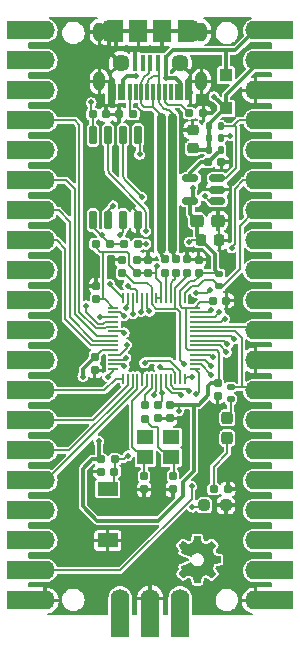
<source format=gbr>
G04 #@! TF.GenerationSoftware,KiCad,Pcbnew,(5.99.0-12085-gf4905cb1ae)*
G04 #@! TF.CreationDate,2021-08-26T19:19:28+05:30*
G04 #@! TF.ProjectId,Mitayi-Pico-RP2040,4d697461-7969-42d5-9069-636f2d525032,0.2*
G04 #@! TF.SameCoordinates,Original*
G04 #@! TF.FileFunction,Copper,L1,Top*
G04 #@! TF.FilePolarity,Positive*
%FSLAX46Y46*%
G04 Gerber Fmt 4.6, Leading zero omitted, Abs format (unit mm)*
G04 Created by KiCad (PCBNEW (5.99.0-12085-gf4905cb1ae)) date 2021-08-26 19:19:28*
%MOMM*%
%LPD*%
G01*
G04 APERTURE LIST*
G04 Aperture macros list*
%AMRoundRect*
0 Rectangle with rounded corners*
0 $1 Rounding radius*
0 $2 $3 $4 $5 $6 $7 $8 $9 X,Y pos of 4 corners*
0 Add a 4 corners polygon primitive as box body*
4,1,4,$2,$3,$4,$5,$6,$7,$8,$9,$2,$3,0*
0 Add four circle primitives for the rounded corners*
1,1,$1+$1,$2,$3*
1,1,$1+$1,$4,$5*
1,1,$1+$1,$6,$7*
1,1,$1+$1,$8,$9*
0 Add four rect primitives between the rounded corners*
20,1,$1+$1,$2,$3,$4,$5,0*
20,1,$1+$1,$4,$5,$6,$7,0*
20,1,$1+$1,$6,$7,$8,$9,0*
20,1,$1+$1,$8,$9,$2,$3,0*%
G04 Aperture macros list end*
G04 #@! TA.AperFunction,SMDPad,CuDef*
%ADD10RoundRect,0.135000X-0.185000X0.135000X-0.185000X-0.135000X0.185000X-0.135000X0.185000X0.135000X0*%
G04 #@! TD*
G04 #@! TA.AperFunction,SMDPad,CuDef*
%ADD11RoundRect,0.237500X0.237500X-0.300000X0.237500X0.300000X-0.237500X0.300000X-0.237500X-0.300000X0*%
G04 #@! TD*
G04 #@! TA.AperFunction,SMDPad,CuDef*
%ADD12RoundRect,0.155000X-0.155000X0.212500X-0.155000X-0.212500X0.155000X-0.212500X0.155000X0.212500X0*%
G04 #@! TD*
G04 #@! TA.AperFunction,SMDPad,CuDef*
%ADD13RoundRect,0.155000X0.155000X-0.212500X0.155000X0.212500X-0.155000X0.212500X-0.155000X-0.212500X0*%
G04 #@! TD*
G04 #@! TA.AperFunction,SMDPad,CuDef*
%ADD14RoundRect,0.237500X-0.250000X-0.237500X0.250000X-0.237500X0.250000X0.237500X-0.250000X0.237500X0*%
G04 #@! TD*
G04 #@! TA.AperFunction,SMDPad,CuDef*
%ADD15RoundRect,0.135000X0.135000X0.185000X-0.135000X0.185000X-0.135000X-0.185000X0.135000X-0.185000X0*%
G04 #@! TD*
G04 #@! TA.AperFunction,SMDPad,CuDef*
%ADD16RoundRect,0.225000X0.250000X-0.225000X0.250000X0.225000X-0.250000X0.225000X-0.250000X-0.225000X0*%
G04 #@! TD*
G04 #@! TA.AperFunction,SMDPad,CuDef*
%ADD17RoundRect,0.155000X0.212500X0.155000X-0.212500X0.155000X-0.212500X-0.155000X0.212500X-0.155000X0*%
G04 #@! TD*
G04 #@! TA.AperFunction,SMDPad,CuDef*
%ADD18RoundRect,0.160000X-0.197500X-0.160000X0.197500X-0.160000X0.197500X0.160000X-0.197500X0.160000X0*%
G04 #@! TD*
G04 #@! TA.AperFunction,SMDPad,CuDef*
%ADD19RoundRect,0.160000X0.197500X0.160000X-0.197500X0.160000X-0.197500X-0.160000X0.197500X-0.160000X0*%
G04 #@! TD*
G04 #@! TA.AperFunction,SMDPad,CuDef*
%ADD20RoundRect,0.160000X-0.160000X0.197500X-0.160000X-0.197500X0.160000X-0.197500X0.160000X0.197500X0*%
G04 #@! TD*
G04 #@! TA.AperFunction,SMDPad,CuDef*
%ADD21RoundRect,0.155000X-0.212500X-0.155000X0.212500X-0.155000X0.212500X0.155000X-0.212500X0.155000X0*%
G04 #@! TD*
G04 #@! TA.AperFunction,SMDPad,CuDef*
%ADD22R,1.400000X1.200000*%
G04 #@! TD*
G04 #@! TA.AperFunction,SMDPad,CuDef*
%ADD23RoundRect,0.050000X-0.387500X-0.050000X0.387500X-0.050000X0.387500X0.050000X-0.387500X0.050000X0*%
G04 #@! TD*
G04 #@! TA.AperFunction,SMDPad,CuDef*
%ADD24RoundRect,0.050000X-0.050000X-0.387500X0.050000X-0.387500X0.050000X0.387500X-0.050000X0.387500X0*%
G04 #@! TD*
G04 #@! TA.AperFunction,ComponentPad*
%ADD25C,0.600000*%
G04 #@! TD*
G04 #@! TA.AperFunction,SMDPad,CuDef*
%ADD26RoundRect,0.144000X-1.456000X-1.456000X1.456000X-1.456000X1.456000X1.456000X-1.456000X1.456000X0*%
G04 #@! TD*
G04 #@! TA.AperFunction,SMDPad,CuDef*
%ADD27RoundRect,0.150000X0.150000X-0.650000X0.150000X0.650000X-0.150000X0.650000X-0.150000X-0.650000X0*%
G04 #@! TD*
G04 #@! TA.AperFunction,SMDPad,CuDef*
%ADD28RoundRect,0.135000X-0.135000X-0.185000X0.135000X-0.185000X0.135000X0.185000X-0.135000X0.185000X0*%
G04 #@! TD*
G04 #@! TA.AperFunction,ComponentPad*
%ADD29O,1.600000X1.700000*%
G04 #@! TD*
G04 #@! TA.AperFunction,ComponentPad*
%ADD30R,1.600000X3.200000*%
G04 #@! TD*
G04 #@! TA.AperFunction,SMDPad,CuDef*
%ADD31RoundRect,0.225000X-0.225000X-0.250000X0.225000X-0.250000X0.225000X0.250000X-0.225000X0.250000X0*%
G04 #@! TD*
G04 #@! TA.AperFunction,SMDPad,CuDef*
%ADD32R,0.300000X1.450000*%
G04 #@! TD*
G04 #@! TA.AperFunction,ComponentPad*
%ADD33RoundRect,0.500000X0.000000X0.300000X0.000000X0.300000X0.000000X-0.300000X0.000000X-0.300000X0*%
G04 #@! TD*
G04 #@! TA.AperFunction,SMDPad,CuDef*
%ADD34R,1.100000X1.100000*%
G04 #@! TD*
G04 #@! TA.AperFunction,SMDPad,CuDef*
%ADD35R,0.400000X1.350000*%
G04 #@! TD*
G04 #@! TA.AperFunction,SMDPad,CuDef*
%ADD36R,1.500000X1.900000*%
G04 #@! TD*
G04 #@! TA.AperFunction,ComponentPad*
%ADD37O,1.200000X1.900000*%
G04 #@! TD*
G04 #@! TA.AperFunction,ComponentPad*
%ADD38C,1.450000*%
G04 #@! TD*
G04 #@! TA.AperFunction,SMDPad,CuDef*
%ADD39R,1.200000X1.900000*%
G04 #@! TD*
G04 #@! TA.AperFunction,SMDPad,CuDef*
%ADD40R,1.700000X1.150000*%
G04 #@! TD*
G04 #@! TA.AperFunction,ComponentPad*
%ADD41R,3.200000X1.600000*%
G04 #@! TD*
G04 #@! TA.AperFunction,ComponentPad*
%ADD42O,1.700000X1.600000*%
G04 #@! TD*
G04 #@! TA.AperFunction,SMDPad,CuDef*
%ADD43RoundRect,0.250000X-0.312500X-0.275000X0.312500X-0.275000X0.312500X0.275000X-0.312500X0.275000X0*%
G04 #@! TD*
G04 #@! TA.AperFunction,SMDPad,CuDef*
%ADD44RoundRect,0.150000X0.512500X0.150000X-0.512500X0.150000X-0.512500X-0.150000X0.512500X-0.150000X0*%
G04 #@! TD*
G04 #@! TA.AperFunction,ViaPad*
%ADD45C,0.500000*%
G04 #@! TD*
G04 #@! TA.AperFunction,Conductor*
%ADD46C,0.200000*%
G04 #@! TD*
G04 #@! TA.AperFunction,Conductor*
%ADD47C,0.300000*%
G04 #@! TD*
G04 #@! TA.AperFunction,Conductor*
%ADD48C,0.800000*%
G04 #@! TD*
G04 APERTURE END LIST*
G36*
X153570833Y-109106438D02*
G01*
X153627522Y-109106781D01*
X153672785Y-109107410D01*
X153707644Y-109108359D01*
X153733118Y-109109660D01*
X153750231Y-109111345D01*
X153760004Y-109113448D01*
X153762472Y-109114678D01*
X153766254Y-109120750D01*
X153770972Y-109134464D01*
X153776824Y-109156706D01*
X153784010Y-109188368D01*
X153792725Y-109230338D01*
X153803169Y-109283506D01*
X153815540Y-109348761D01*
X153820413Y-109374897D01*
X153833290Y-109443534D01*
X153844171Y-109499926D01*
X153853289Y-109545113D01*
X153860877Y-109580136D01*
X153867169Y-109606035D01*
X153872398Y-109623850D01*
X153876797Y-109634622D01*
X153879579Y-109638597D01*
X153889261Y-109644602D01*
X153909391Y-109654752D01*
X153938003Y-109668206D01*
X153973131Y-109684122D01*
X154012808Y-109701660D01*
X154055067Y-109719980D01*
X154097943Y-109738240D01*
X154139469Y-109755600D01*
X154177678Y-109771218D01*
X154210604Y-109784255D01*
X154236281Y-109793869D01*
X154252742Y-109799219D01*
X154257162Y-109800040D01*
X154266104Y-109796299D01*
X154284837Y-109785609D01*
X154312126Y-109768763D01*
X154346736Y-109746553D01*
X154387431Y-109719771D01*
X154432977Y-109689207D01*
X154479437Y-109657514D01*
X154526891Y-109625097D01*
X154571370Y-109595095D01*
X154611540Y-109568380D01*
X154646065Y-109545824D01*
X154673611Y-109528299D01*
X154692842Y-109516676D01*
X154702422Y-109511828D01*
X154702639Y-109511776D01*
X154707908Y-109512143D01*
X154715382Y-109515602D01*
X154725961Y-109522967D01*
X154740543Y-109535050D01*
X154760028Y-109552666D01*
X154785313Y-109576628D01*
X154817298Y-109607748D01*
X154856882Y-109646841D01*
X154904964Y-109694721D01*
X154906632Y-109696386D01*
X154956980Y-109746986D01*
X155000071Y-109790976D01*
X155035458Y-109827879D01*
X155062692Y-109857216D01*
X155081326Y-109878507D01*
X155090911Y-109891273D01*
X155092142Y-109894606D01*
X155087842Y-109902344D01*
X155076730Y-109919865D01*
X155059666Y-109945882D01*
X155037511Y-109979103D01*
X155011125Y-110018240D01*
X154981368Y-110062003D01*
X154949102Y-110109104D01*
X154946069Y-110113513D01*
X154913417Y-110161174D01*
X154883038Y-110205899D01*
X154855823Y-110246349D01*
X154832663Y-110281182D01*
X154814449Y-110309060D01*
X154802071Y-110328641D01*
X154796421Y-110338584D01*
X154796303Y-110338875D01*
X154795140Y-110345740D01*
X154796211Y-110355943D01*
X154799995Y-110370888D01*
X154806973Y-110391978D01*
X154817624Y-110420616D01*
X154832431Y-110458206D01*
X154851871Y-110506150D01*
X154861997Y-110530840D01*
X154880816Y-110576618D01*
X154898038Y-110618524D01*
X154912977Y-110654884D01*
X154924945Y-110684022D01*
X154933253Y-110704264D01*
X154937213Y-110713936D01*
X154937371Y-110714324D01*
X154939505Y-110717701D01*
X154943841Y-110720961D01*
X154951547Y-110724370D01*
X154963791Y-110728189D01*
X154981739Y-110732683D01*
X155006560Y-110738113D01*
X155039421Y-110744744D01*
X155081489Y-110752838D01*
X155133934Y-110762657D01*
X155197921Y-110774467D01*
X155232352Y-110780786D01*
X155302660Y-110793852D01*
X155360350Y-110804974D01*
X155406111Y-110814303D01*
X155440633Y-110821992D01*
X155464603Y-110828190D01*
X155478712Y-110833051D01*
X155483253Y-110835931D01*
X155485630Y-110845536D01*
X155487652Y-110866668D01*
X155489319Y-110897535D01*
X155490635Y-110936347D01*
X155491602Y-110981312D01*
X155492221Y-111030640D01*
X155492495Y-111082539D01*
X155492425Y-111135218D01*
X155492015Y-111186886D01*
X155491265Y-111235753D01*
X155490179Y-111280026D01*
X155488758Y-111317915D01*
X155487004Y-111347630D01*
X155484919Y-111367378D01*
X155482622Y-111375286D01*
X155474176Y-111378143D01*
X155453959Y-111383079D01*
X155423460Y-111389787D01*
X155384166Y-111397959D01*
X155337565Y-111407288D01*
X155285144Y-111417464D01*
X155228391Y-111428181D01*
X155214882Y-111430690D01*
X155140695Y-111444606D01*
X155079269Y-111456535D01*
X155030057Y-111466595D01*
X154992515Y-111474907D01*
X154966096Y-111481589D01*
X154950256Y-111486760D01*
X154945032Y-111489676D01*
X154939928Y-111498358D01*
X154930692Y-111517589D01*
X154918146Y-111545393D01*
X154903114Y-111579793D01*
X154886418Y-111618811D01*
X154868880Y-111660471D01*
X154851324Y-111702795D01*
X154834571Y-111743808D01*
X154819445Y-111781531D01*
X154806767Y-111813987D01*
X154797361Y-111839200D01*
X154792050Y-111855193D01*
X154791169Y-111859465D01*
X154794866Y-111866889D01*
X154805412Y-111884153D01*
X154821994Y-111910019D01*
X154843797Y-111943248D01*
X154870006Y-111982603D01*
X154899807Y-112026845D01*
X154932384Y-112074736D01*
X154943190Y-112090525D01*
X154986529Y-112154128D01*
X155022109Y-112207175D01*
X155050127Y-112249979D01*
X155070783Y-112282855D01*
X155084275Y-112306115D01*
X155090802Y-112320072D01*
X155091416Y-112324269D01*
X155085745Y-112332112D01*
X155071772Y-112347880D01*
X155050763Y-112370318D01*
X155023981Y-112398170D01*
X154992692Y-112430182D01*
X154958159Y-112465097D01*
X154921647Y-112501661D01*
X154884421Y-112538617D01*
X154847745Y-112574712D01*
X154812884Y-112608688D01*
X154781102Y-112639292D01*
X154753664Y-112665266D01*
X154731834Y-112685358D01*
X154716877Y-112698309D01*
X154710059Y-112702867D01*
X154702489Y-112699115D01*
X154685115Y-112688511D01*
X154659197Y-112671884D01*
X154625997Y-112650064D01*
X154586775Y-112623882D01*
X154542793Y-112594169D01*
X154495311Y-112561753D01*
X154485018Y-112554683D01*
X154436889Y-112521793D01*
X154391916Y-112491443D01*
X154351373Y-112464464D01*
X154316532Y-112441687D01*
X154288666Y-112423942D01*
X154269050Y-112412059D01*
X154258956Y-112406871D01*
X154258176Y-112406709D01*
X154248748Y-112409332D01*
X154228954Y-112416650D01*
X154200713Y-112427838D01*
X154165949Y-112442071D01*
X154126581Y-112458522D01*
X154084531Y-112476367D01*
X154041720Y-112494779D01*
X154000069Y-112512934D01*
X153961500Y-112530005D01*
X153927933Y-112545167D01*
X153901290Y-112557595D01*
X153883492Y-112566463D01*
X153876714Y-112570624D01*
X153873359Y-112579261D01*
X153867952Y-112599806D01*
X153860781Y-112630902D01*
X153852141Y-112671192D01*
X153842321Y-112719317D01*
X153831613Y-112773921D01*
X153820789Y-112831069D01*
X153810075Y-112887767D01*
X153799832Y-112940465D01*
X153790374Y-112987653D01*
X153782017Y-113027818D01*
X153775075Y-113059452D01*
X153769865Y-113081043D01*
X153766701Y-113091080D01*
X153766462Y-113091451D01*
X153757904Y-113093845D01*
X153737670Y-113095910D01*
X153707551Y-113097645D01*
X153669338Y-113099047D01*
X153624821Y-113100114D01*
X153575791Y-113100845D01*
X153524041Y-113101237D01*
X153471359Y-113101289D01*
X153419539Y-113100998D01*
X153370370Y-113100362D01*
X153325643Y-113099380D01*
X153287150Y-113098049D01*
X153256681Y-113096367D01*
X153236028Y-113094333D01*
X153227113Y-113092058D01*
X153223177Y-113084977D01*
X153218004Y-113068574D01*
X153211443Y-113042163D01*
X153203341Y-113005059D01*
X153193549Y-112956577D01*
X153181915Y-112896031D01*
X153171058Y-112837788D01*
X153160601Y-112781777D01*
X153150662Y-112729824D01*
X153141549Y-112683451D01*
X153133572Y-112644178D01*
X153127041Y-112613526D01*
X153122263Y-112593013D01*
X153119548Y-112584161D01*
X153119472Y-112584051D01*
X153111844Y-112579661D01*
X153093501Y-112571171D01*
X153066298Y-112559325D01*
X153032089Y-112544872D01*
X152992728Y-112528556D01*
X152950069Y-112511126D01*
X152905967Y-112493327D01*
X152862275Y-112475906D01*
X152820848Y-112459609D01*
X152783540Y-112445183D01*
X152752205Y-112433375D01*
X152728698Y-112424930D01*
X152714872Y-112420596D01*
X152712449Y-112420180D01*
X152704566Y-112423878D01*
X152686932Y-112434402D01*
X152660863Y-112450895D01*
X152627672Y-112472501D01*
X152588675Y-112498365D01*
X152545188Y-112527631D01*
X152499499Y-112558775D01*
X152452882Y-112590665D01*
X152409515Y-112620177D01*
X152370712Y-112646430D01*
X152337785Y-112668542D01*
X152312046Y-112685631D01*
X152294806Y-112696817D01*
X152287435Y-112701198D01*
X152280310Y-112697557D01*
X152265143Y-112685395D01*
X152243179Y-112665956D01*
X152215661Y-112640479D01*
X152183830Y-112610207D01*
X152148931Y-112576382D01*
X152112205Y-112540243D01*
X152074898Y-112503034D01*
X152038250Y-112465996D01*
X152003505Y-112430370D01*
X151971907Y-112397397D01*
X151944698Y-112368320D01*
X151923121Y-112344379D01*
X151908419Y-112326817D01*
X151901835Y-112316874D01*
X151901600Y-112315823D01*
X151905309Y-112306722D01*
X151915731Y-112288280D01*
X151931817Y-112262168D01*
X151952518Y-112230055D01*
X151976785Y-112193611D01*
X151996843Y-112164227D01*
X152026181Y-112121601D01*
X152055764Y-112078462D01*
X152083829Y-112037393D01*
X152108613Y-112000974D01*
X152128354Y-111971787D01*
X152135635Y-111960933D01*
X152179195Y-111895719D01*
X152126272Y-111794473D01*
X152106880Y-111757041D01*
X152093245Y-111729640D01*
X152084675Y-111710475D01*
X152080479Y-111697749D01*
X152079963Y-111689666D01*
X152082436Y-111684431D01*
X152083452Y-111683345D01*
X152091471Y-111678965D01*
X152110723Y-111670050D01*
X152139963Y-111657118D01*
X152177943Y-111640683D01*
X152223415Y-111621263D01*
X152275134Y-111599371D01*
X152331851Y-111575525D01*
X152392320Y-111550239D01*
X152455294Y-111524030D01*
X152519525Y-111497413D01*
X152583767Y-111470904D01*
X152646772Y-111445019D01*
X152707293Y-111420273D01*
X152764084Y-111397182D01*
X152815897Y-111376263D01*
X152861485Y-111358030D01*
X152899600Y-111342999D01*
X152928997Y-111331687D01*
X152948427Y-111324608D01*
X152956543Y-111322275D01*
X152966390Y-111326440D01*
X152979454Y-111339744D01*
X152996824Y-111363401D01*
X153006398Y-111377844D01*
X153025934Y-111405097D01*
X153051875Y-111437304D01*
X153080722Y-111470288D01*
X153106847Y-111497754D01*
X153135783Y-111526008D01*
X153159419Y-111547002D01*
X153181487Y-111563471D01*
X153205716Y-111578148D01*
X153235839Y-111593769D01*
X153241978Y-111596795D01*
X153290031Y-111619213D01*
X153331211Y-111635200D01*
X153369868Y-111645777D01*
X153410352Y-111651964D01*
X153457012Y-111654783D01*
X153491196Y-111655287D01*
X153532724Y-111655008D01*
X153564746Y-111653555D01*
X153591207Y-111650518D01*
X153616049Y-111645483D01*
X153636011Y-111640142D01*
X153718389Y-111609786D01*
X153793652Y-111568470D01*
X153860948Y-111517064D01*
X153919421Y-111456438D01*
X153968218Y-111387461D01*
X154006484Y-111311005D01*
X154030807Y-111238080D01*
X154040770Y-111184337D01*
X154045260Y-111123680D01*
X154044282Y-111061371D01*
X154037837Y-111002667D01*
X154030645Y-110968655D01*
X154003071Y-110889090D01*
X153964788Y-110815881D01*
X153916966Y-110749834D01*
X153860774Y-110691756D01*
X153797384Y-110642453D01*
X153727963Y-110602731D01*
X153653683Y-110573397D01*
X153575714Y-110555256D01*
X153495224Y-110549115D01*
X153428371Y-110553572D01*
X153344204Y-110570340D01*
X153267076Y-110597699D01*
X153196157Y-110636175D01*
X153130616Y-110686291D01*
X153069622Y-110748572D01*
X153021509Y-110810368D01*
X153001970Y-110837433D01*
X152984627Y-110860485D01*
X152971233Y-110877262D01*
X152963540Y-110885501D01*
X152963079Y-110885811D01*
X152961376Y-110886720D01*
X152959244Y-110887245D01*
X152955869Y-110887065D01*
X152950442Y-110885856D01*
X152942149Y-110883298D01*
X152930179Y-110879068D01*
X152913720Y-110872846D01*
X152891961Y-110864308D01*
X152864088Y-110853134D01*
X152829291Y-110839002D01*
X152786758Y-110821590D01*
X152735676Y-110800576D01*
X152675235Y-110775638D01*
X152604621Y-110746455D01*
X152523023Y-110712705D01*
X152448856Y-110682020D01*
X152360674Y-110645382D01*
X152284865Y-110613550D01*
X152221247Y-110586444D01*
X152169637Y-110563983D01*
X152129856Y-110546088D01*
X152101720Y-110532679D01*
X152085049Y-110523675D01*
X152079701Y-110519285D01*
X152081423Y-110508774D01*
X152089353Y-110488363D01*
X152102764Y-110459698D01*
X152120930Y-110424429D01*
X152124247Y-110418251D01*
X152141227Y-110385883D01*
X152155605Y-110356749D01*
X152166230Y-110333319D01*
X152171951Y-110318062D01*
X152172618Y-110314509D01*
X152168925Y-110305797D01*
X152158388Y-110287401D01*
X152141876Y-110260680D01*
X152120261Y-110226993D01*
X152094414Y-110187698D01*
X152065203Y-110144154D01*
X152037145Y-110103018D01*
X152005676Y-110056843D01*
X151976793Y-110013712D01*
X151951365Y-109974985D01*
X151930265Y-109942020D01*
X151914364Y-109916175D01*
X151904531Y-109898809D01*
X151901591Y-109891592D01*
X151906137Y-109882837D01*
X151919863Y-109865660D01*
X151942900Y-109839919D01*
X151975378Y-109805475D01*
X152017430Y-109762185D01*
X152069186Y-109709909D01*
X152085181Y-109693894D01*
X152139925Y-109639549D01*
X152186012Y-109594592D01*
X152223343Y-109559119D01*
X152251818Y-109533220D01*
X152271336Y-109516989D01*
X152281800Y-109510518D01*
X152282619Y-109510395D01*
X152291206Y-109514101D01*
X152309505Y-109524647D01*
X152336177Y-109541171D01*
X152369879Y-109562812D01*
X152409271Y-109588711D01*
X152453012Y-109618007D01*
X152497774Y-109648475D01*
X152544423Y-109680218D01*
X152588007Y-109709390D01*
X152627184Y-109735130D01*
X152660615Y-109756578D01*
X152686959Y-109772873D01*
X152704874Y-109783155D01*
X152712893Y-109786568D01*
X152723245Y-109784083D01*
X152744068Y-109777131D01*
X152773441Y-109766482D01*
X152809445Y-109752904D01*
X152850158Y-109737165D01*
X152893661Y-109720034D01*
X152938033Y-109702278D01*
X152981353Y-109684668D01*
X153021702Y-109667971D01*
X153057158Y-109652956D01*
X153085802Y-109640391D01*
X153105714Y-109631045D01*
X153114972Y-109625687D01*
X153115015Y-109625645D01*
X153119350Y-109617174D01*
X153125008Y-109598610D01*
X153132125Y-109569346D01*
X153140837Y-109528774D01*
X153151279Y-109476285D01*
X153163586Y-109411272D01*
X153167677Y-109389154D01*
X153180077Y-109321847D01*
X153190331Y-109266575D01*
X153198740Y-109222127D01*
X153205606Y-109187292D01*
X153211228Y-109160857D01*
X153215909Y-109141612D01*
X153219951Y-109128344D01*
X153223653Y-109119843D01*
X153227319Y-109114896D01*
X153231248Y-109112292D01*
X153235742Y-109110820D01*
X153236978Y-109110490D01*
X153246993Y-109109566D01*
X153268877Y-109108710D01*
X153301025Y-109107950D01*
X153341835Y-109107308D01*
X153389704Y-109106811D01*
X153443028Y-109106484D01*
X153500204Y-109106351D01*
X153501696Y-109106350D01*
X153570833Y-109106438D01*
G37*
D10*
X156300000Y-96500000D03*
X156300000Y-97520000D03*
D11*
X156030000Y-100812500D03*
X156030000Y-99087500D03*
D12*
X148990000Y-104012500D03*
X148990000Y-105147500D03*
D13*
X144930000Y-89057500D03*
X144930000Y-87922500D03*
D14*
X154077500Y-106500000D03*
X155902500Y-106500000D03*
D15*
X155480000Y-76400000D03*
X154460000Y-76400000D03*
D16*
X153090000Y-76285000D03*
X153090000Y-74735000D03*
D12*
X144800000Y-93952500D03*
X144800000Y-95087500D03*
D13*
X153605000Y-86837500D03*
X153605000Y-85702500D03*
D17*
X146477500Y-103660000D03*
X145342500Y-103660000D03*
D18*
X147302500Y-84370000D03*
X148497500Y-84370000D03*
D19*
X156067500Y-105140000D03*
X154872500Y-105140000D03*
D20*
X149020000Y-97982500D03*
X149020000Y-99177500D03*
D21*
X154812500Y-89170000D03*
X155947500Y-89170000D03*
D22*
X149100000Y-102450000D03*
X151300000Y-102450000D03*
X151300000Y-100750000D03*
X149100000Y-100750000D03*
D23*
X146382500Y-89770000D03*
X146382500Y-90170000D03*
X146382500Y-90570000D03*
X146382500Y-90970000D03*
X146382500Y-91370000D03*
X146382500Y-91770000D03*
X146382500Y-92170000D03*
X146382500Y-92570000D03*
X146382500Y-92970000D03*
X146382500Y-93370000D03*
X146382500Y-93770000D03*
X146382500Y-94170000D03*
X146382500Y-94570000D03*
X146382500Y-94970000D03*
D24*
X147220000Y-95807500D03*
X147620000Y-95807500D03*
X148020000Y-95807500D03*
X148420000Y-95807500D03*
X148820000Y-95807500D03*
X149220000Y-95807500D03*
X149620000Y-95807500D03*
X150020000Y-95807500D03*
X150420000Y-95807500D03*
X150820000Y-95807500D03*
X151220000Y-95807500D03*
X151620000Y-95807500D03*
X152020000Y-95807500D03*
X152420000Y-95807500D03*
D23*
X153257500Y-94970000D03*
X153257500Y-94570000D03*
X153257500Y-94170000D03*
X153257500Y-93770000D03*
X153257500Y-93370000D03*
X153257500Y-92970000D03*
X153257500Y-92570000D03*
X153257500Y-92170000D03*
X153257500Y-91770000D03*
X153257500Y-91370000D03*
X153257500Y-90970000D03*
X153257500Y-90570000D03*
X153257500Y-90170000D03*
X153257500Y-89770000D03*
D24*
X152420000Y-88932500D03*
X152020000Y-88932500D03*
X151620000Y-88932500D03*
X151220000Y-88932500D03*
X150820000Y-88932500D03*
X150420000Y-88932500D03*
X150020000Y-88932500D03*
X149620000Y-88932500D03*
X149220000Y-88932500D03*
X148820000Y-88932500D03*
X148420000Y-88932500D03*
X148020000Y-88932500D03*
X147620000Y-88932500D03*
X147220000Y-88932500D03*
D25*
X149820000Y-91095000D03*
X151095000Y-91095000D03*
X149820000Y-92370000D03*
X149820000Y-93645000D03*
X148545000Y-92370000D03*
X151095000Y-92370000D03*
D26*
X149820000Y-92370000D03*
D25*
X148545000Y-93645000D03*
X148545000Y-91095000D03*
X151095000Y-93645000D03*
D20*
X150725000Y-85652500D03*
X150725000Y-86847500D03*
D13*
X147125000Y-86837500D03*
X147125000Y-85702500D03*
D12*
X150150000Y-98002500D03*
X150150000Y-99137500D03*
D27*
X144655000Y-82350000D03*
X145925000Y-82350000D03*
X147195000Y-82350000D03*
X148465000Y-82350000D03*
X148465000Y-75150000D03*
X147195000Y-75150000D03*
X145925000Y-75150000D03*
X144655000Y-75150000D03*
D13*
X149320000Y-86842500D03*
X149320000Y-85707500D03*
D18*
X144872500Y-84370000D03*
X146067500Y-84370000D03*
D13*
X152630000Y-86827500D03*
X152630000Y-85692500D03*
D21*
X144642500Y-73400000D03*
X145777500Y-73400000D03*
D28*
X154440000Y-75370000D03*
X155460000Y-75370000D03*
D29*
X146950000Y-114400000D03*
D30*
X146950000Y-116010000D03*
D29*
X149490000Y-114400000D03*
D30*
X149490000Y-116010000D03*
D29*
X152030000Y-114400000D03*
D30*
X152030000Y-116010000D03*
D18*
X145312500Y-102600000D03*
X146507500Y-102600000D03*
D12*
X151170000Y-98002500D03*
X151170000Y-99137500D03*
X155200000Y-96122500D03*
X155200000Y-97257500D03*
D31*
X153815000Y-84080000D03*
X155365000Y-84080000D03*
D32*
X152910000Y-71530000D03*
X152110000Y-71530000D03*
X150760000Y-71530000D03*
X149760000Y-71530000D03*
X149260000Y-71530000D03*
X148260000Y-71530000D03*
X146910000Y-71530000D03*
X146110000Y-71530000D03*
X146410000Y-71530000D03*
X147210000Y-71530000D03*
X147760000Y-71530000D03*
X148760000Y-71530000D03*
X150260000Y-71530000D03*
X151260000Y-71530000D03*
X151810000Y-71530000D03*
X152610000Y-71530000D03*
D33*
X153830000Y-70610000D03*
X145190000Y-70610000D03*
X153830000Y-66430000D03*
X145190000Y-66430000D03*
D21*
X154402500Y-77460000D03*
X155537500Y-77460000D03*
D28*
X154440000Y-74400000D03*
X155460000Y-74400000D03*
D19*
X148047500Y-73400000D03*
X146852500Y-73400000D03*
D34*
X155900000Y-72900000D03*
X155900000Y-70100000D03*
D35*
X150810000Y-69062500D03*
X150160000Y-69062500D03*
X149510000Y-69062500D03*
X148860000Y-69062500D03*
X148210000Y-69062500D03*
D36*
X150510000Y-66362500D03*
D37*
X146010000Y-66362500D03*
D38*
X152010000Y-69062500D03*
D39*
X152410000Y-66362500D03*
D38*
X147010000Y-69062500D03*
D37*
X153010000Y-66362500D03*
D39*
X146610000Y-66362500D03*
D36*
X148510000Y-66362500D03*
D40*
X145900000Y-105125000D03*
X145900000Y-109475000D03*
D12*
X151430000Y-104022500D03*
X151430000Y-105157500D03*
D13*
X148420000Y-86837500D03*
X148420000Y-85702500D03*
D20*
X151725000Y-85652500D03*
X151725000Y-86847500D03*
D41*
X138990000Y-66300000D03*
D42*
X140600000Y-66300000D03*
D41*
X138990000Y-68840000D03*
D42*
X140600000Y-68840000D03*
D41*
X138990000Y-71380000D03*
D42*
X140600000Y-71380000D03*
D41*
X138990000Y-73920000D03*
D42*
X140600000Y-73920000D03*
X140600000Y-76460000D03*
D41*
X138990000Y-76460000D03*
D42*
X140600000Y-79000000D03*
D41*
X138990000Y-79000000D03*
X138990000Y-81540000D03*
D42*
X140600000Y-81540000D03*
D41*
X138990000Y-84080000D03*
D42*
X140600000Y-84080000D03*
X140600000Y-86620000D03*
D41*
X138990000Y-86620000D03*
X138990000Y-89160000D03*
D42*
X140600000Y-89160000D03*
D41*
X138990000Y-91700000D03*
D42*
X140600000Y-91700000D03*
D41*
X138990000Y-94240000D03*
D42*
X140600000Y-94240000D03*
D41*
X138990000Y-96780000D03*
D42*
X140600000Y-96780000D03*
D41*
X138990000Y-99320000D03*
D42*
X140600000Y-99320000D03*
D41*
X138990000Y-101860000D03*
D42*
X140600000Y-101860000D03*
D41*
X138990000Y-104400000D03*
D42*
X140600000Y-104400000D03*
X140600000Y-106940000D03*
D41*
X138990000Y-106940000D03*
X138990000Y-109480000D03*
D42*
X140600000Y-109480000D03*
D41*
X138990000Y-112020000D03*
D42*
X140600000Y-112020000D03*
D41*
X138990000Y-114560000D03*
D42*
X140600000Y-114560000D03*
D43*
X153447500Y-82400000D03*
X155222500Y-82400000D03*
D10*
X155350000Y-86930000D03*
X155350000Y-87950000D03*
D18*
X152802500Y-73300000D03*
X153997500Y-73300000D03*
D44*
X155187500Y-80720000D03*
X155187500Y-79770000D03*
X155187500Y-78820000D03*
X152912500Y-78820000D03*
X152912500Y-80720000D03*
D41*
X160010000Y-66300000D03*
D42*
X158400000Y-66300000D03*
D41*
X160010000Y-68840000D03*
D42*
X158400000Y-68840000D03*
D41*
X160010000Y-71380000D03*
D42*
X158400000Y-71380000D03*
X158400000Y-73920000D03*
D41*
X160010000Y-73920000D03*
D42*
X158400000Y-76460000D03*
D41*
X160010000Y-76460000D03*
X160010000Y-79000000D03*
D42*
X158400000Y-79000000D03*
D41*
X160010000Y-81540000D03*
D42*
X158400000Y-81540000D03*
X158400000Y-84080000D03*
D41*
X160010000Y-84080000D03*
X160010000Y-86620000D03*
D42*
X158400000Y-86620000D03*
D41*
X160010000Y-89160000D03*
D42*
X158400000Y-89160000D03*
D41*
X160010000Y-91700000D03*
D42*
X158400000Y-91700000D03*
D41*
X160010000Y-94240000D03*
D42*
X158400000Y-94240000D03*
X158400000Y-96780000D03*
D41*
X160010000Y-96780000D03*
D42*
X158400000Y-99320000D03*
D41*
X160010000Y-99320000D03*
X160010000Y-101860000D03*
D42*
X158400000Y-101860000D03*
X158400000Y-104400000D03*
D41*
X160010000Y-104400000D03*
X160010000Y-106940000D03*
D42*
X158400000Y-106940000D03*
X158400000Y-109480000D03*
D41*
X160010000Y-109480000D03*
X160010000Y-112020000D03*
D42*
X158400000Y-112020000D03*
D41*
X160010000Y-114560000D03*
D42*
X158400000Y-114560000D03*
D45*
X152600000Y-103000000D03*
X149500000Y-67800000D03*
X145600000Y-80500000D03*
X150516352Y-97000358D03*
X152349500Y-94553260D03*
X149000000Y-73500000D03*
X141500000Y-93000000D03*
X142300000Y-80500000D03*
X146500000Y-99700000D03*
X142300000Y-71000000D03*
X142300000Y-77800000D03*
X154300000Y-81500000D03*
X147800000Y-106700000D03*
X149500000Y-112000000D03*
X148400000Y-112000000D03*
X142000000Y-100200000D03*
X156150500Y-83261588D03*
X156800000Y-68900000D03*
X144800000Y-113800000D03*
X157400000Y-113200000D03*
X149400000Y-74700000D03*
X145300000Y-72400000D03*
X154400000Y-85700000D03*
X157400000Y-105600000D03*
X144800000Y-97800000D03*
X152300000Y-82500000D03*
X152300000Y-74000000D03*
X142800000Y-103500000D03*
X144900000Y-96100000D03*
X144800000Y-115400000D03*
X142000000Y-100900000D03*
X156236444Y-88236444D03*
X150200000Y-105500000D03*
X146800000Y-106700000D03*
X142700000Y-69400000D03*
X146100000Y-86000000D03*
X143600000Y-110800000D03*
X145200000Y-68700000D03*
X143600000Y-109200000D03*
X157300000Y-110800000D03*
X141500000Y-95500000D03*
X141300000Y-110800000D03*
X149200000Y-79200000D03*
X150600000Y-112000000D03*
X146000000Y-100200000D03*
X142300000Y-75200000D03*
X157400000Y-90400000D03*
X144800000Y-114600000D03*
X141600000Y-82800000D03*
X150200000Y-103900000D03*
X156272881Y-86572881D03*
X149400000Y-75900000D03*
X149200000Y-77900000D03*
X143600000Y-110000000D03*
X157500000Y-77700000D03*
X153900000Y-115400000D03*
X153000000Y-89100000D03*
X148800000Y-106700000D03*
X142000000Y-72900000D03*
X141300000Y-105700000D03*
X148000000Y-94600000D03*
X143600000Y-68000000D03*
X141500000Y-98000000D03*
X153900000Y-113800000D03*
X141300000Y-108200000D03*
X152300000Y-83400000D03*
X141300000Y-113200000D03*
X157400000Y-108200000D03*
X157500000Y-80300000D03*
X141600000Y-85400000D03*
X153900000Y-114600000D03*
X157500000Y-72700000D03*
X146100000Y-86800000D03*
X145153562Y-101053562D03*
X153100000Y-79600000D03*
X143800000Y-95600000D03*
X144500000Y-72400000D03*
X152800000Y-84200000D03*
X150078395Y-86281222D03*
X149826988Y-97170828D03*
X151900000Y-98500000D03*
X148300000Y-70187002D03*
X150809500Y-70355498D03*
X147600000Y-102300000D03*
X150300000Y-94819020D03*
X156400000Y-84700000D03*
X147270092Y-90482254D03*
X145278798Y-90563606D03*
X144050500Y-89600000D03*
X147300000Y-91900000D03*
X147500000Y-92900000D03*
X147439859Y-94022935D03*
X147314428Y-94738905D03*
X145900000Y-95600000D03*
X149029287Y-94428605D03*
X153050500Y-95600000D03*
X153400000Y-97100000D03*
X153000000Y-104900000D03*
X149148511Y-84400000D03*
X153379875Y-88499500D03*
X154549500Y-88300000D03*
X153063556Y-106663556D03*
X154681610Y-89995735D03*
X155363024Y-90153780D03*
X155800000Y-90700000D03*
X156597651Y-92425039D03*
X156042782Y-92850979D03*
X155950980Y-93544431D03*
X154802125Y-93988587D03*
X154674060Y-94676267D03*
X154660341Y-95439659D03*
X152100000Y-97200000D03*
X152774346Y-96787173D03*
X154100000Y-80300000D03*
X156250500Y-75200000D03*
X146100000Y-87804356D03*
X145400000Y-83600000D03*
X146353780Y-81136976D03*
X147422430Y-89799541D03*
X148042664Y-90316308D03*
X146949500Y-83600000D03*
X148600000Y-76800000D03*
X147600000Y-87900000D03*
X148741023Y-90106296D03*
X148800000Y-80400000D03*
X149133475Y-83303042D03*
X149439791Y-90074256D03*
X154900000Y-71900000D03*
D46*
X149133474Y-81740582D02*
G75*
G03*
X148987029Y-81387029I-500001J0D01*
G01*
X146071447Y-78471447D02*
G75*
G02*
X145925000Y-78117893I353550J353553D01*
G01*
X147195000Y-78587893D02*
G75*
G03*
X147341447Y-78941447I499997J-1D01*
G01*
X146100000Y-87812500D02*
X147220000Y-88932500D01*
X146100000Y-87804356D02*
X146100000Y-87812500D01*
X147300000Y-102600000D02*
X146507500Y-102600000D01*
X147600000Y-102300000D02*
X147300000Y-102600000D01*
X149020000Y-97200689D02*
X149020000Y-97982500D01*
X149620000Y-96600705D02*
X149619984Y-96600705D01*
X149620000Y-95807500D02*
X149620000Y-96600705D01*
X149619984Y-96600705D02*
X149020000Y-97200689D01*
X149220000Y-96435699D02*
X149220000Y-95807500D01*
X148000000Y-97655699D02*
X149220000Y-96435699D01*
X148000000Y-101549022D02*
X148000000Y-97655699D01*
X148900978Y-102450000D02*
X148000000Y-101549022D01*
X149100000Y-102450000D02*
X148900978Y-102450000D01*
X151100978Y-102450000D02*
X151300000Y-102450000D01*
X150200000Y-101549022D02*
X151100978Y-102450000D01*
X150200000Y-99950978D02*
X150200000Y-101549022D01*
X149692989Y-99850489D02*
X150099511Y-99850489D01*
X150099511Y-99850489D02*
X150200000Y-99950978D01*
X149020000Y-99177500D02*
X149692989Y-99850489D01*
X147341447Y-78941447D02*
X148800000Y-80400000D01*
X147195000Y-75150000D02*
X147195000Y-78587893D01*
X146071447Y-78471447D02*
X148987029Y-81387029D01*
X149133475Y-81740582D02*
X149133475Y-83303042D01*
X145925000Y-75150000D02*
X145925000Y-78117893D01*
X157250480Y-96450480D02*
X157300000Y-96500000D01*
X157250480Y-92300741D02*
X157250480Y-96450480D01*
X154529819Y-91768560D02*
X156718299Y-91768560D01*
X153868835Y-91769520D02*
X154528859Y-91769520D01*
X153868355Y-91770000D02*
X153868835Y-91769520D01*
X153257500Y-91770000D02*
X153868355Y-91770000D01*
X157300000Y-96500000D02*
X158120000Y-96500000D01*
X154528859Y-91769520D02*
X154529819Y-91768560D01*
X156718299Y-91768560D02*
X157250480Y-92300741D01*
X156300000Y-96500000D02*
X157300000Y-96500000D01*
X153703349Y-92170000D02*
X153257500Y-92170000D01*
X153703829Y-92170480D02*
X153703349Y-92170000D01*
X156343092Y-92170480D02*
X153703829Y-92170480D01*
X156597651Y-92425039D02*
X156343092Y-92170480D01*
X155761803Y-92570000D02*
X153257500Y-92570000D01*
X156042782Y-92850979D02*
X155761803Y-92570000D01*
X151900000Y-98500000D02*
X151900000Y-98005000D01*
X151900000Y-98005000D02*
X151902500Y-98002500D01*
D47*
X151902500Y-98002500D02*
X152597500Y-98002500D01*
X151170000Y-98002500D02*
X151902500Y-98002500D01*
D46*
X150820000Y-96505688D02*
X150820000Y-95807500D01*
X151349792Y-97035480D02*
X150820000Y-96505688D01*
X152100000Y-97200000D02*
X151935480Y-97035480D01*
X151935480Y-97035480D02*
X151349792Y-97035480D01*
X151220000Y-96340682D02*
X151220000Y-95807500D01*
X152774346Y-96787173D02*
X152623133Y-96635960D01*
X151515278Y-96635960D02*
X151220000Y-96340682D01*
X152623133Y-96635960D02*
X151515278Y-96635960D01*
X153600000Y-95312500D02*
X153257500Y-94970000D01*
X153600000Y-96900000D02*
X153600000Y-95312500D01*
X153400000Y-97100000D02*
X153600000Y-96900000D01*
X149118511Y-84370000D02*
X148497500Y-84370000D01*
X149148511Y-84400000D02*
X149118511Y-84370000D01*
X146067500Y-84370000D02*
X147302500Y-84370000D01*
X145800000Y-80300000D02*
X145600000Y-80500000D01*
X147000000Y-80300000D02*
X145800000Y-80300000D01*
X148465000Y-81765000D02*
X147000000Y-80300000D01*
X148465000Y-82350000D02*
X148465000Y-81765000D01*
X145925000Y-81565756D02*
X145925000Y-82350000D01*
X146353780Y-81136976D02*
X145925000Y-81565756D01*
X147195000Y-83354500D02*
X147195000Y-82350000D01*
X146949500Y-83600000D02*
X147195000Y-83354500D01*
X157400000Y-79000000D02*
X158400000Y-79000000D01*
X156700000Y-79700000D02*
X157400000Y-79000000D01*
X156400000Y-84700000D02*
X156700000Y-84400000D01*
X156700000Y-84400000D02*
X156700000Y-79700000D01*
X150000000Y-86842500D02*
X150000000Y-86359617D01*
X150000000Y-86359617D02*
X150078395Y-86281222D01*
X156250500Y-75200000D02*
X155630000Y-75200000D01*
X155630000Y-75200000D02*
X155460000Y-75370000D01*
X156800000Y-77922888D02*
X155902888Y-78820000D01*
X155902888Y-78820000D02*
X155187500Y-78820000D01*
X156611444Y-74288556D02*
X156800000Y-74477112D01*
X156800000Y-74477112D02*
X156800000Y-77922888D01*
X154100000Y-80300000D02*
X154520000Y-80720000D01*
X154520000Y-80720000D02*
X155187500Y-80720000D01*
X153050500Y-95600000D02*
X152627500Y-95600000D01*
X152627500Y-95600000D02*
X152420000Y-95807500D01*
X154660341Y-95439659D02*
X153790682Y-94570000D01*
X153790682Y-94570000D02*
X153257500Y-94570000D01*
X147314428Y-94738905D02*
X147145523Y-94570000D01*
X147145523Y-94570000D02*
X146382500Y-94570000D01*
X152000000Y-94203760D02*
X152000000Y-90100000D01*
X152349500Y-94553260D02*
X152000000Y-94203760D01*
X149620000Y-88020000D02*
X149245263Y-87645263D01*
X151620000Y-88932500D02*
X151620000Y-88080000D01*
X152000000Y-90100000D02*
X151743321Y-89843321D01*
X149985983Y-89843321D02*
X151620000Y-89843321D01*
X150458234Y-97694266D02*
X150458234Y-97250347D01*
X151620000Y-89843321D02*
X151620000Y-88932500D01*
X150420000Y-96904006D02*
X150516352Y-97000358D01*
X150150000Y-98002500D02*
X150458234Y-97694266D01*
X150420000Y-95807500D02*
X150420000Y-96904006D01*
X149620000Y-88932500D02*
X149620000Y-88020000D01*
X151743321Y-89843321D02*
X151620000Y-89843321D01*
X149620000Y-89477338D02*
X149985983Y-89843321D01*
X148122376Y-87645263D02*
X147314613Y-86837500D01*
X152630000Y-87070000D02*
X152630000Y-86827500D01*
X150458234Y-97250347D02*
X150516352Y-97192229D01*
X150516352Y-97192229D02*
X150516352Y-97000358D01*
X151620000Y-88080000D02*
X152630000Y-87070000D01*
X149245263Y-87645263D02*
X148122376Y-87645263D01*
X147314613Y-86837500D02*
X147125000Y-86837500D01*
X149620000Y-88932500D02*
X149620000Y-89477338D01*
X155947500Y-88525388D02*
X155947500Y-89170000D01*
X148820000Y-95807500D02*
X148820000Y-95274318D01*
X155365000Y-84080000D02*
X155365000Y-82542500D01*
X156236444Y-88236444D02*
X155947500Y-88525388D01*
X155365000Y-82542500D02*
X155222500Y-82400000D01*
X148145682Y-94600000D02*
X148000000Y-94600000D01*
X148820000Y-95274318D02*
X148145682Y-94600000D01*
X149826988Y-96958723D02*
X149826988Y-97170828D01*
D47*
X152300000Y-105700000D02*
X152300000Y-104500000D01*
X143800000Y-106600000D02*
X145000000Y-107800000D01*
D46*
X150400000Y-87700000D02*
X150000000Y-87300000D01*
D47*
X153100000Y-80532500D02*
X152912500Y-80720000D01*
D46*
X152868837Y-87550481D02*
X153249519Y-87550481D01*
X150020000Y-88932500D02*
X150420000Y-88932500D01*
X147734520Y-86152020D02*
X148420000Y-86837500D01*
D47*
X154999511Y-86579511D02*
X155350000Y-86930000D01*
D46*
X145670000Y-89057500D02*
X146382500Y-89770000D01*
D47*
X153200000Y-103600000D02*
X153200000Y-98105000D01*
D46*
X152520480Y-93166162D02*
X152520480Y-89819520D01*
D47*
X153447500Y-82400000D02*
X153447500Y-83712500D01*
D46*
X150020000Y-96699608D02*
X150019023Y-96700585D01*
D47*
X153447500Y-83712500D02*
X153815000Y-84080000D01*
D46*
X155351636Y-95970864D02*
X155200000Y-96122500D01*
D47*
X145153562Y-101053562D02*
X145153562Y-102441062D01*
D46*
X149952115Y-96833571D02*
X149952115Y-96833596D01*
D47*
X144642500Y-75137500D02*
X144655000Y-75150000D01*
D46*
X144930000Y-89057500D02*
X145670000Y-89057500D01*
X144642500Y-73400000D02*
X144642500Y-75137500D01*
D47*
X153597500Y-98002500D02*
X154400000Y-97200000D01*
D46*
X152235006Y-89770000D02*
X152570000Y-89770000D01*
X153249519Y-87550481D02*
X153605000Y-87195000D01*
X152020000Y-89554994D02*
X152235006Y-89770000D01*
D47*
X152912500Y-81865000D02*
X153447500Y-82400000D01*
D46*
X153815000Y-84080000D02*
X152920000Y-84080000D01*
X150019021Y-96766660D02*
X150019021Y-96766665D01*
X155257500Y-86837500D02*
X155350000Y-86930000D01*
X144872500Y-84672500D02*
X145235480Y-85035480D01*
X149315000Y-86837500D02*
X149320000Y-86842500D01*
D47*
X145000000Y-107800000D02*
X150200000Y-107800000D01*
D46*
X153257500Y-93370000D02*
X152724318Y-93370000D01*
X149952115Y-96833596D02*
X149826988Y-96958723D01*
D47*
X143800000Y-95600000D02*
X143800000Y-94952500D01*
D46*
X144800000Y-93952500D02*
X145382500Y-93370000D01*
X145637980Y-85035480D02*
X147535480Y-85035480D01*
D47*
X154677500Y-96122500D02*
X155200000Y-96122500D01*
D46*
X144930000Y-89057500D02*
X145539520Y-89057500D01*
X150020000Y-95807500D02*
X150020000Y-96699608D01*
X153257500Y-93370000D02*
X155121636Y-93370000D01*
X152020000Y-88932500D02*
X152020000Y-88399318D01*
X144872500Y-84370000D02*
X144872500Y-84672500D01*
X145539520Y-85133940D02*
X145637980Y-85035480D01*
X149320000Y-86842500D02*
X150000000Y-86842500D01*
X150019021Y-96766665D02*
X149952115Y-96833571D01*
D47*
X154400000Y-96400000D02*
X154677500Y-96122500D01*
D46*
X144500000Y-72400000D02*
X144500000Y-73257500D01*
X152020000Y-88932500D02*
X152020000Y-89554994D01*
X152520480Y-89819520D02*
X152570000Y-89770000D01*
X144500000Y-73257500D02*
X144642500Y-73400000D01*
X148420000Y-86837500D02*
X149315000Y-86837500D01*
X153257500Y-89770000D02*
X153727500Y-89300000D01*
D47*
X153815000Y-84080000D02*
X154999511Y-85264511D01*
D46*
X150400000Y-88912500D02*
X150400000Y-87700000D01*
X153605000Y-87195000D02*
X153605000Y-86837500D01*
D47*
X153200000Y-98105000D02*
X153097500Y-98002500D01*
D46*
X155351636Y-93600000D02*
X155351636Y-95970864D01*
X152724318Y-93370000D02*
X152520480Y-93166162D01*
D47*
X143800000Y-103400000D02*
X143800000Y-106600000D01*
D46*
X145235480Y-85035480D02*
X145637980Y-85035480D01*
D47*
X152597500Y-98002500D02*
X153597500Y-98002500D01*
X150200000Y-107800000D02*
X152300000Y-105700000D01*
D46*
X153727500Y-89300000D02*
X154682500Y-89300000D01*
D47*
X154400000Y-97200000D02*
X154400000Y-96400000D01*
D46*
X152020000Y-88399318D02*
X152868837Y-87550481D01*
D47*
X145153562Y-102441062D02*
X145312500Y-102600000D01*
D46*
X150420000Y-88932500D02*
X150400000Y-88912500D01*
X147734520Y-85234520D02*
X147734520Y-86152020D01*
D47*
X153100000Y-79600000D02*
X153100000Y-80532500D01*
X152912500Y-80720000D02*
X152912500Y-81865000D01*
X145312500Y-102600000D02*
X144600000Y-102600000D01*
X153097500Y-98002500D02*
X152597500Y-98002500D01*
D46*
X150000000Y-87300000D02*
X150000000Y-86842500D01*
X153605000Y-86837500D02*
X155257500Y-86837500D01*
X145539520Y-89057500D02*
X145539520Y-85133940D01*
X150019023Y-96700585D02*
X150019024Y-96766657D01*
X152570000Y-89770000D02*
X153257500Y-89770000D01*
X152920000Y-84080000D02*
X152800000Y-84200000D01*
X147535480Y-85035480D02*
X147734520Y-85234520D01*
D47*
X143800000Y-94952500D02*
X144800000Y-93952500D01*
X152300000Y-104500000D02*
X153200000Y-103600000D01*
X144600000Y-102600000D02*
X143800000Y-103400000D01*
D46*
X150019024Y-96766657D02*
X150019021Y-96766660D01*
X155121636Y-93370000D02*
X155351636Y-93600000D01*
D47*
X154999511Y-85264511D02*
X154999511Y-86579511D01*
D46*
X145382500Y-93370000D02*
X146382500Y-93370000D01*
X154682500Y-89300000D02*
X154812500Y-89170000D01*
D47*
X152110000Y-70805978D02*
X152110000Y-71530000D01*
X155400000Y-67987989D02*
X155787989Y-67987989D01*
X148300000Y-70187002D02*
X147527998Y-70187002D01*
X150809500Y-70355498D02*
X151659520Y-70355498D01*
X151409511Y-67987989D02*
X155400000Y-67987989D01*
X155900000Y-68100000D02*
X155787989Y-67987989D01*
X150809500Y-69063000D02*
X150810000Y-69062500D01*
X150810000Y-69062500D02*
X150810000Y-68587500D01*
X147210000Y-70505000D02*
X147210000Y-71530000D01*
X156712011Y-67987989D02*
X158400000Y-66300000D01*
X151659520Y-70355498D02*
X152110000Y-70805978D01*
X147527998Y-70187002D02*
X147210000Y-70505000D01*
X150810000Y-68587500D02*
X151409511Y-67987989D01*
X150809500Y-70355498D02*
X150809500Y-69063000D01*
X155787989Y-67987989D02*
X156712011Y-67987989D01*
X155900000Y-70100000D02*
X155900000Y-68100000D01*
X152912500Y-78387500D02*
X153840000Y-77460000D01*
X152912500Y-78820000D02*
X152912500Y-78387500D01*
X154420000Y-77460000D02*
X155480000Y-76400000D01*
X153840000Y-77460000D02*
X154402500Y-77460000D01*
X154402500Y-77460000D02*
X154420000Y-77460000D01*
D46*
X146477500Y-104547500D02*
X145900000Y-105125000D01*
X151345682Y-95000000D02*
X151620000Y-95274318D01*
X150300000Y-94819020D02*
X150480980Y-95000000D01*
X151620000Y-95274318D02*
X151620000Y-95807500D01*
X150480980Y-95000000D02*
X151345682Y-95000000D01*
X146507500Y-103630000D02*
X146477500Y-103660000D01*
X146477500Y-103660000D02*
X146477500Y-104547500D01*
X146507500Y-102600000D02*
X146507500Y-103630000D01*
X148990000Y-102560000D02*
X149100000Y-102450000D01*
X148990000Y-104012500D02*
X148990000Y-102560000D01*
X151500000Y-102650000D02*
X151300000Y-102450000D01*
X151430000Y-104022500D02*
X151500000Y-103952500D01*
X151500000Y-103952500D02*
X151500000Y-102650000D01*
X156030000Y-102070000D02*
X156030000Y-100812500D01*
X154872500Y-103227500D02*
X156030000Y-102070000D01*
X154872500Y-105140000D02*
X154872500Y-103227500D01*
X156300000Y-97520000D02*
X156300000Y-98817500D01*
X156300000Y-98817500D02*
X156030000Y-99087500D01*
X149082843Y-72800000D02*
X149464022Y-72800000D01*
X148818579Y-72618579D02*
X148941422Y-72741422D01*
X149700000Y-72800000D02*
X150400000Y-73500000D01*
X149510000Y-69062500D02*
X149510000Y-69533865D01*
D48*
X150400000Y-73600000D02*
X150400000Y-84800000D01*
D47*
X150400000Y-84800000D02*
X150400000Y-85120393D01*
D46*
X148760000Y-71530000D02*
X148760000Y-72477157D01*
X149464022Y-72800000D02*
X149700000Y-72800000D01*
X149363553Y-69887419D02*
X148906446Y-70344526D01*
D47*
X150546447Y-85473947D02*
X150725000Y-85652500D01*
D46*
X148760000Y-70698079D02*
X148760000Y-71530000D01*
X150400000Y-73500000D02*
X150400000Y-73600000D01*
X149760000Y-72740000D02*
X149760000Y-71530000D01*
X148760001Y-70698079D02*
G75*
G02*
X148906446Y-70344526I500001J0D01*
G01*
X149510000Y-69533865D02*
G75*
G02*
X149363553Y-69887419I-499997J-1D01*
G01*
X148760001Y-72477157D02*
G75*
G03*
X148818580Y-72618578I199998J-1D01*
G01*
X149082843Y-72800000D02*
G75*
G02*
X148941422Y-72741422I1J200003D01*
G01*
D47*
X150400000Y-85120393D02*
G75*
G03*
X150546447Y-85473947I499997J-1D01*
G01*
D46*
X150260000Y-71530000D02*
X150260000Y-70140000D01*
D48*
X151370000Y-73600000D02*
X151370000Y-84800000D01*
D46*
X150913534Y-73000000D02*
X150975736Y-73000000D01*
D47*
X151725000Y-85525000D02*
X151725000Y-85652500D01*
D46*
X150260000Y-70140000D02*
X150260000Y-69162500D01*
D47*
X151516447Y-85316447D02*
X151725000Y-85525000D01*
D46*
X149406447Y-70409531D02*
X149529532Y-70286446D01*
X149883085Y-70140000D02*
X150260000Y-70140000D01*
D47*
X151370000Y-84800000D02*
X151370000Y-84962893D01*
D46*
X150260000Y-71530000D02*
X150260000Y-72346466D01*
X151187868Y-73087868D02*
X151282132Y-73182132D01*
X151370000Y-73600000D02*
X151370000Y-73480742D01*
X150347868Y-72558598D02*
X150701402Y-72912132D01*
X150260000Y-69162500D02*
X150160000Y-69062500D01*
X149260000Y-71530000D02*
X149260000Y-70763085D01*
X151370000Y-73394264D02*
X151370000Y-73600000D01*
D47*
X151370000Y-84962893D02*
G75*
G03*
X151516447Y-85316447I499997J-1D01*
G01*
D46*
X149883085Y-70140001D02*
G75*
G03*
X149529532Y-70286446I0J-500001D01*
G01*
X150913534Y-72999999D02*
G75*
G02*
X150701403Y-72912131I-1J299997D01*
G01*
X149260000Y-70763085D02*
G75*
G02*
X149406447Y-70409531I499997J1D01*
G01*
X151187868Y-73087868D02*
G75*
G03*
X150975736Y-73000000I-212131J-212130D01*
G01*
X150260001Y-72346466D02*
G75*
G03*
X150347869Y-72558597I299997J-1D01*
G01*
X151282132Y-73182132D02*
G75*
G02*
X151370000Y-73394264I-212130J-212131D01*
G01*
X146957838Y-90170000D02*
X147270092Y-90482254D01*
X146382500Y-90170000D02*
X146957838Y-90170000D01*
X145285192Y-90570000D02*
X145278798Y-90563606D01*
X146382500Y-90570000D02*
X145285192Y-90570000D01*
X145649531Y-90970000D02*
X145506414Y-91113117D01*
X146382500Y-90970000D02*
X145649531Y-90970000D01*
X145051182Y-91113117D02*
X144050500Y-90112435D01*
X145506414Y-91113117D02*
X145051182Y-91113117D01*
X144050500Y-90112435D02*
X144050500Y-89600000D01*
X144885695Y-91512636D02*
X143499520Y-90126461D01*
X146382500Y-91370000D02*
X145814537Y-91370000D01*
X145814537Y-91370000D02*
X145671901Y-91512636D01*
X143499520Y-74299520D02*
X143120000Y-73920000D01*
X145671901Y-91512636D02*
X144885695Y-91512636D01*
X143499520Y-90126461D02*
X143499520Y-74299520D01*
X143120000Y-73920000D02*
X140600000Y-73920000D01*
X147170000Y-91770000D02*
X147300000Y-91900000D01*
X146382500Y-91770000D02*
X147170000Y-91770000D01*
X144970000Y-92161947D02*
X143100000Y-90291947D01*
X146382500Y-92170000D02*
X144970000Y-92170000D01*
X143100000Y-79700000D02*
X142400000Y-79000000D01*
X143100000Y-90291947D02*
X143100000Y-79700000D01*
X142400000Y-79000000D02*
X140600000Y-79000000D01*
X144970000Y-92170000D02*
X144970000Y-92161947D01*
X141740000Y-81540000D02*
X140600000Y-81540000D01*
X144670000Y-92570000D02*
X142699520Y-90599520D01*
X142699520Y-90599520D02*
X142699520Y-82499520D01*
X146382500Y-92570000D02*
X144670000Y-92570000D01*
X142699520Y-82499520D02*
X141740000Y-81540000D01*
X142300000Y-84800000D02*
X141580000Y-84080000D01*
X142300000Y-90765006D02*
X142300000Y-84800000D01*
X146382500Y-92970000D02*
X144504994Y-92970000D01*
X144504994Y-92970000D02*
X142300000Y-90765006D01*
X141580000Y-84080000D02*
X140600000Y-84080000D01*
X147500000Y-93185682D02*
X146915682Y-93770000D01*
X147500000Y-92900000D02*
X147500000Y-93185682D01*
X146915682Y-93770000D02*
X146382500Y-93770000D01*
X147439859Y-94022935D02*
X147292794Y-94170000D01*
X147292794Y-94170000D02*
X146382500Y-94170000D01*
X146382500Y-95117500D02*
X146000000Y-95500000D01*
X146382500Y-94970000D02*
X146382500Y-95117500D01*
X145620000Y-96780000D02*
X140600000Y-96780000D01*
X147220000Y-95807500D02*
X146592500Y-95807500D01*
X146592500Y-95807500D02*
X145620000Y-96780000D01*
X147620000Y-96340682D02*
X144640682Y-99320000D01*
X147620000Y-95807500D02*
X147620000Y-96340682D01*
X144640682Y-99320000D02*
X140600000Y-99320000D01*
X148020000Y-96505688D02*
X142665688Y-101860000D01*
X148020000Y-95807500D02*
X148020000Y-96505688D01*
X142665688Y-101860000D02*
X140600000Y-101860000D01*
X140690693Y-104400000D02*
X140600000Y-104400000D01*
X148420000Y-96670693D02*
X140690693Y-104400000D01*
X148420000Y-95807500D02*
X148420000Y-96670693D01*
X151180208Y-94269520D02*
X152020000Y-95109312D01*
X152020000Y-95109312D02*
X152020000Y-95807500D01*
X149029287Y-94428605D02*
X149188372Y-94269520D01*
X149188372Y-94269520D02*
X151180208Y-94269520D01*
X146930000Y-112020000D02*
X153000000Y-105950000D01*
X140600000Y-112020000D02*
X146930000Y-112020000D01*
X153000000Y-105950000D02*
X153000000Y-104900000D01*
X155460000Y-74400000D02*
X156500000Y-74400000D01*
X158380000Y-73900000D02*
X157000000Y-73900000D01*
X158400000Y-73920000D02*
X158380000Y-73900000D01*
X156500000Y-74400000D02*
X156611444Y-74288556D01*
X157000000Y-73900000D02*
X156611444Y-74288556D01*
X153063556Y-106663556D02*
X153913944Y-106663556D01*
X154350000Y-88499500D02*
X154549500Y-88300000D01*
X153379875Y-88499500D02*
X154350000Y-88499500D01*
X153913944Y-106663556D02*
X154077500Y-106500000D01*
X152420000Y-88564324D02*
X153034323Y-87950001D01*
X154057084Y-87400000D02*
X154800000Y-87400000D01*
X152420000Y-88932500D02*
X152420000Y-88564324D01*
X157100000Y-82840000D02*
X158400000Y-81540000D01*
X153034323Y-87950001D02*
X153507084Y-87950000D01*
X154800000Y-87400000D02*
X155350000Y-87950000D01*
X153507084Y-87950000D02*
X154057084Y-87400000D01*
X155672873Y-87950000D02*
X157100000Y-86522873D01*
X155350000Y-87950000D02*
X155672873Y-87950000D01*
X157100000Y-86522873D02*
X157100000Y-82840000D01*
X153790682Y-90170000D02*
X153257500Y-90170000D01*
X154681610Y-89995735D02*
X154506865Y-90170480D01*
X154506865Y-90170480D02*
X153791162Y-90170480D01*
X153791162Y-90170480D02*
X153790682Y-90170000D01*
X154946804Y-90570000D02*
X153257500Y-90570000D01*
X155363024Y-90153780D02*
X154946804Y-90570000D01*
X154198367Y-90970000D02*
X153257500Y-90970000D01*
X155800000Y-90700000D02*
X155530480Y-90969520D01*
X154198847Y-90969520D02*
X154198367Y-90970000D01*
X155530480Y-90969520D02*
X154198847Y-90969520D01*
X154363373Y-91370000D02*
X154364333Y-91369040D01*
X153257500Y-91370000D02*
X154363373Y-91370000D01*
X154364333Y-91369040D02*
X156834046Y-91369040D01*
X156835006Y-91370000D02*
X158070000Y-91370000D01*
X156834046Y-91369040D02*
X156835006Y-91370000D01*
X158070000Y-91370000D02*
X158400000Y-91700000D01*
X158120000Y-96500000D02*
X158400000Y-96780000D01*
X155950980Y-93544431D02*
X155376549Y-92970000D01*
X155376549Y-92970000D02*
X153257500Y-92970000D01*
X154802125Y-93988587D02*
X154583538Y-93770000D01*
X154583538Y-93770000D02*
X153257500Y-93770000D01*
X154167793Y-94170000D02*
X153257500Y-94170000D01*
X154674060Y-94676267D02*
X154167793Y-94170000D01*
X146067500Y-84370000D02*
X145400000Y-83702500D01*
X145400000Y-83702500D02*
X145400000Y-83600000D01*
X144655000Y-82957500D02*
X146067500Y-84370000D01*
X144655000Y-82350000D02*
X144655000Y-82957500D01*
X147620000Y-88932500D02*
X147620000Y-89465682D01*
X147620000Y-89465682D02*
X147422430Y-89663252D01*
X147422430Y-89663252D02*
X147422430Y-89799541D01*
X148020000Y-90293644D02*
X148020000Y-88932500D01*
X148042664Y-90316308D02*
X148020000Y-90293644D01*
X147895480Y-88195480D02*
X147600000Y-87900000D01*
X148420000Y-88399318D02*
X148216162Y-88195480D01*
X148216162Y-88195480D02*
X147895480Y-88195480D01*
X148600000Y-76800000D02*
X148600000Y-75285000D01*
X148600000Y-75285000D02*
X148465000Y-75150000D01*
X148420000Y-88932500D02*
X148420000Y-88399318D01*
X148820000Y-90027319D02*
X148820000Y-88932500D01*
X148741023Y-90106296D02*
X148820000Y-90027319D01*
X149439791Y-90027937D02*
X149220000Y-89808146D01*
X149439791Y-90074256D02*
X149439791Y-90027937D01*
X149220000Y-89808146D02*
X149220000Y-88932500D01*
X150820000Y-88932500D02*
X150820000Y-86942500D01*
X150820000Y-86942500D02*
X150725000Y-86847500D01*
X151366447Y-87533553D02*
X151578554Y-87321446D01*
X151220000Y-88932500D02*
X151220000Y-87887107D01*
X151725000Y-86967893D02*
X151725000Y-86847500D01*
X151366447Y-87533553D02*
G75*
G03*
X151220000Y-87887107I353550J-353553D01*
G01*
X151578554Y-87321446D02*
G75*
G03*
X151725000Y-86967893I-353556J353553D01*
G01*
X147760000Y-73112500D02*
X147760000Y-71530000D01*
X148047500Y-73400000D02*
X147760000Y-73112500D01*
X150760000Y-71530000D02*
X150760000Y-72360000D01*
X150760000Y-72360000D02*
X150984549Y-72584549D01*
X152087049Y-72584549D02*
X152802500Y-73300000D01*
X150984549Y-72584549D02*
X152087049Y-72584549D01*
D47*
X153205000Y-76400000D02*
X153090000Y-76285000D01*
X155900000Y-72900000D02*
X155900000Y-71800000D01*
X154440000Y-76380000D02*
X154460000Y-76400000D01*
X154440000Y-74400000D02*
X154440000Y-75370000D01*
X154460000Y-76400000D02*
X153205000Y-76400000D01*
X155800000Y-72900000D02*
X155900000Y-72900000D01*
X154440000Y-74260000D02*
X155800000Y-72900000D01*
X158400000Y-69300000D02*
X158400000Y-68840000D01*
X155900000Y-71800000D02*
X158400000Y-69300000D01*
X154440000Y-74400000D02*
X154440000Y-74260000D01*
X154900000Y-71900000D02*
X155900000Y-72900000D01*
X154460000Y-76400000D02*
X154460000Y-75390000D01*
G04 #@! TA.AperFunction,Conductor*
G36*
X157274804Y-96802905D02*
G01*
X157285066Y-96805340D01*
X157285067Y-96805340D01*
X157284133Y-96809274D01*
X157325479Y-96826636D01*
X157353031Y-96878651D01*
X157375935Y-97030097D01*
X157377490Y-97034324D01*
X157377491Y-97034327D01*
X157398756Y-97092123D01*
X157446119Y-97220852D01*
X157553226Y-97393599D01*
X157692881Y-97541280D01*
X157859379Y-97657863D01*
X158045919Y-97738586D01*
X158050331Y-97739508D01*
X158050335Y-97739509D01*
X158130716Y-97756301D01*
X158244880Y-97780151D01*
X158251539Y-97780500D01*
X159731000Y-97780500D01*
X159788208Y-97801322D01*
X159818648Y-97854045D01*
X159820000Y-97869500D01*
X159820000Y-98230500D01*
X159799178Y-98287708D01*
X159746455Y-98318148D01*
X159731000Y-98319500D01*
X158299200Y-98319500D01*
X158209864Y-98328574D01*
X158152271Y-98334424D01*
X158152269Y-98334424D01*
X158147784Y-98334880D01*
X158075833Y-98357428D01*
X157958132Y-98394313D01*
X157958130Y-98394314D01*
X157953828Y-98395662D01*
X157776056Y-98494203D01*
X157621729Y-98626477D01*
X157497152Y-98787081D01*
X157495163Y-98791122D01*
X157495163Y-98791123D01*
X157468416Y-98845481D01*
X157407413Y-98969455D01*
X157406278Y-98973812D01*
X157406277Y-98973815D01*
X157402360Y-98988852D01*
X157356178Y-99166148D01*
X157355942Y-99170646D01*
X157355942Y-99170648D01*
X157349819Y-99287500D01*
X157345541Y-99369126D01*
X157375935Y-99570097D01*
X157377490Y-99574324D01*
X157377491Y-99574327D01*
X157398756Y-99632123D01*
X157446119Y-99760852D01*
X157553226Y-99933599D01*
X157692881Y-100081280D01*
X157859379Y-100197863D01*
X158045919Y-100278586D01*
X158050331Y-100279508D01*
X158050335Y-100279509D01*
X158163038Y-100303053D01*
X158244880Y-100320151D01*
X158251539Y-100320500D01*
X159731000Y-100320500D01*
X159788208Y-100341322D01*
X159818648Y-100394045D01*
X159820000Y-100409500D01*
X159820000Y-100770500D01*
X159799178Y-100827708D01*
X159746455Y-100858148D01*
X159731000Y-100859500D01*
X158299200Y-100859500D01*
X158209864Y-100868574D01*
X158152271Y-100874424D01*
X158152269Y-100874424D01*
X158147784Y-100874880D01*
X158066059Y-100900491D01*
X157958132Y-100934313D01*
X157958130Y-100934314D01*
X157953828Y-100935662D01*
X157776056Y-101034203D01*
X157621729Y-101166477D01*
X157497152Y-101327081D01*
X157407413Y-101509455D01*
X157406278Y-101513812D01*
X157406277Y-101513815D01*
X157387185Y-101587111D01*
X157356178Y-101706148D01*
X157355942Y-101710646D01*
X157355942Y-101710648D01*
X157345930Y-101901711D01*
X157345541Y-101909126D01*
X157375935Y-102110097D01*
X157377490Y-102114324D01*
X157377491Y-102114327D01*
X157405139Y-102189471D01*
X157446119Y-102300852D01*
X157553226Y-102473599D01*
X157692881Y-102621280D01*
X157859379Y-102737863D01*
X158045919Y-102818586D01*
X158050331Y-102819508D01*
X158050335Y-102819509D01*
X158136302Y-102837468D01*
X158244880Y-102860151D01*
X158251539Y-102860500D01*
X159731000Y-102860500D01*
X159788208Y-102881322D01*
X159818648Y-102934045D01*
X159820000Y-102949500D01*
X159820000Y-103310500D01*
X159799178Y-103367708D01*
X159746455Y-103398148D01*
X159731000Y-103399500D01*
X158299200Y-103399500D01*
X158212830Y-103408273D01*
X158152271Y-103414424D01*
X158152269Y-103414424D01*
X158147784Y-103414880D01*
X158066059Y-103440491D01*
X157958132Y-103474313D01*
X157958130Y-103474314D01*
X157953828Y-103475662D01*
X157776056Y-103574203D01*
X157621729Y-103706477D01*
X157618970Y-103710034D01*
X157618969Y-103710035D01*
X157583058Y-103756331D01*
X157497152Y-103867081D01*
X157407413Y-104049455D01*
X157406278Y-104053812D01*
X157406277Y-104053815D01*
X157375496Y-104171987D01*
X157356178Y-104246148D01*
X157355942Y-104250646D01*
X157355942Y-104250648D01*
X157346077Y-104438906D01*
X157345541Y-104449126D01*
X157375935Y-104650097D01*
X157377490Y-104654324D01*
X157377491Y-104654327D01*
X157399570Y-104714335D01*
X157446119Y-104840852D01*
X157553226Y-105013599D01*
X157556323Y-105016874D01*
X157582053Y-105044083D01*
X157692881Y-105161280D01*
X157785021Y-105225797D01*
X157846976Y-105269178D01*
X157859379Y-105277863D01*
X158045919Y-105358586D01*
X158050331Y-105359508D01*
X158050335Y-105359509D01*
X158156914Y-105381774D01*
X158244880Y-105400151D01*
X158251539Y-105400500D01*
X159731000Y-105400500D01*
X159788208Y-105421322D01*
X159818648Y-105474045D01*
X159820000Y-105489500D01*
X159820000Y-105850500D01*
X159799178Y-105907708D01*
X159746455Y-105938148D01*
X159731000Y-105939500D01*
X158299200Y-105939500D01*
X158209864Y-105948574D01*
X158152271Y-105954424D01*
X158152269Y-105954424D01*
X158147784Y-105954880D01*
X158115702Y-105964934D01*
X157958132Y-106014313D01*
X157958130Y-106014314D01*
X157953828Y-106015662D01*
X157892096Y-106049881D01*
X157815334Y-106092431D01*
X157776056Y-106114203D01*
X157621729Y-106246477D01*
X157497152Y-106407081D01*
X157495163Y-106411122D01*
X157495163Y-106411123D01*
X157460836Y-106480885D01*
X157407413Y-106589455D01*
X157406278Y-106593812D01*
X157406277Y-106593815D01*
X157376858Y-106706758D01*
X157356178Y-106786148D01*
X157355942Y-106790646D01*
X157355942Y-106790648D01*
X157347866Y-106944768D01*
X157345541Y-106989126D01*
X157375935Y-107190097D01*
X157446119Y-107380852D01*
X157553226Y-107553599D01*
X157692881Y-107701280D01*
X157859379Y-107817863D01*
X158045919Y-107898586D01*
X158050331Y-107899508D01*
X158050335Y-107899509D01*
X158163038Y-107923053D01*
X158244880Y-107940151D01*
X158251539Y-107940500D01*
X159731000Y-107940500D01*
X159788208Y-107961322D01*
X159818648Y-108014045D01*
X159820000Y-108029500D01*
X159820000Y-108390500D01*
X159799178Y-108447708D01*
X159746455Y-108478148D01*
X159731000Y-108479500D01*
X158299200Y-108479500D01*
X158209864Y-108488574D01*
X158152271Y-108494424D01*
X158152269Y-108494424D01*
X158147784Y-108494880D01*
X158066059Y-108520491D01*
X157958132Y-108554313D01*
X157958130Y-108554314D01*
X157953828Y-108555662D01*
X157776056Y-108654203D01*
X157621729Y-108786477D01*
X157497152Y-108947081D01*
X157495163Y-108951122D01*
X157495163Y-108951123D01*
X157469781Y-109002706D01*
X157407413Y-109129455D01*
X157406278Y-109133812D01*
X157406277Y-109133815D01*
X157377067Y-109245954D01*
X157356178Y-109326148D01*
X157355942Y-109330646D01*
X157355942Y-109330648D01*
X157345993Y-109520507D01*
X157345541Y-109529126D01*
X157375935Y-109730097D01*
X157377490Y-109734324D01*
X157377491Y-109734327D01*
X157407715Y-109816472D01*
X157446119Y-109920852D01*
X157553226Y-110093599D01*
X157556323Y-110096874D01*
X157566907Y-110108066D01*
X157692881Y-110241280D01*
X157783677Y-110304856D01*
X157844988Y-110347786D01*
X157859379Y-110357863D01*
X158045919Y-110438586D01*
X158050331Y-110439508D01*
X158050335Y-110439509D01*
X158135790Y-110457361D01*
X158244880Y-110480151D01*
X158251539Y-110480500D01*
X159731000Y-110480500D01*
X159788208Y-110501322D01*
X159818648Y-110554045D01*
X159820000Y-110569500D01*
X159820000Y-110930500D01*
X159799178Y-110987708D01*
X159746455Y-111018148D01*
X159731000Y-111019500D01*
X158299200Y-111019500D01*
X158209864Y-111028574D01*
X158152271Y-111034424D01*
X158152269Y-111034424D01*
X158147784Y-111034880D01*
X158067406Y-111060069D01*
X157958132Y-111094313D01*
X157958130Y-111094314D01*
X157953828Y-111095662D01*
X157881434Y-111135791D01*
X157784326Y-111189619D01*
X157776056Y-111194203D01*
X157621729Y-111326477D01*
X157618970Y-111330034D01*
X157618969Y-111330035D01*
X157571692Y-111390984D01*
X157497152Y-111487081D01*
X157495163Y-111491122D01*
X157495163Y-111491123D01*
X157466228Y-111549926D01*
X157407413Y-111669455D01*
X157406278Y-111673812D01*
X157406277Y-111673815D01*
X157364348Y-111834782D01*
X157356178Y-111866148D01*
X157355942Y-111870646D01*
X157355942Y-111870648D01*
X157345818Y-112063849D01*
X157345541Y-112069126D01*
X157375935Y-112270097D01*
X157377490Y-112274324D01*
X157377491Y-112274327D01*
X157402564Y-112342472D01*
X157446119Y-112460852D01*
X157553226Y-112633599D01*
X157692881Y-112781280D01*
X157859379Y-112897863D01*
X158045919Y-112978586D01*
X158050331Y-112979508D01*
X158050335Y-112979509D01*
X158163038Y-113003053D01*
X158244880Y-113020151D01*
X158251539Y-113020500D01*
X159731000Y-113020500D01*
X159788208Y-113041322D01*
X159818648Y-113094045D01*
X159820000Y-113109500D01*
X159820000Y-113371000D01*
X159799178Y-113428208D01*
X159746455Y-113458648D01*
X159731000Y-113460000D01*
X158565694Y-113460000D01*
X158553671Y-113464376D01*
X158550000Y-113470734D01*
X158550000Y-114394306D01*
X158554376Y-114406329D01*
X158560734Y-114410000D01*
X159731000Y-114410000D01*
X159788208Y-114430822D01*
X159818648Y-114483545D01*
X159820000Y-114499000D01*
X159820000Y-114621000D01*
X159799178Y-114678208D01*
X159746455Y-114708648D01*
X159731000Y-114710000D01*
X157271450Y-114710000D01*
X157259427Y-114714376D01*
X157256868Y-114718808D01*
X157257010Y-114719804D01*
X157304207Y-114915641D01*
X157306949Y-114923605D01*
X157390323Y-115106975D01*
X157394528Y-115114287D01*
X157511066Y-115278576D01*
X157516577Y-115284962D01*
X157662085Y-115424255D01*
X157668696Y-115429476D01*
X157837914Y-115538739D01*
X157845413Y-115542626D01*
X158032234Y-115617917D01*
X158040316Y-115620311D01*
X158159829Y-115643650D01*
X158211986Y-115675051D01*
X158231756Y-115732631D01*
X158209889Y-115789448D01*
X158156617Y-115818916D01*
X158142771Y-115820000D01*
X153119500Y-115820000D01*
X153062292Y-115799178D01*
X153031852Y-115746455D01*
X153030500Y-115731000D01*
X153030500Y-114496665D01*
X155044994Y-114496665D01*
X155045358Y-114500999D01*
X155056733Y-114636455D01*
X155060592Y-114682414D01*
X155111971Y-114861595D01*
X155197176Y-115027385D01*
X155312959Y-115173468D01*
X155349866Y-115204878D01*
X155443965Y-115284962D01*
X155454912Y-115294279D01*
X155498034Y-115318379D01*
X155613829Y-115383095D01*
X155613834Y-115383097D01*
X155617627Y-115385217D01*
X155621758Y-115386559D01*
X155621762Y-115386561D01*
X155790767Y-115441474D01*
X155790769Y-115441474D01*
X155794907Y-115442819D01*
X155979998Y-115464890D01*
X155984327Y-115464557D01*
X155984331Y-115464557D01*
X156161517Y-115450923D01*
X156161522Y-115450922D01*
X156165851Y-115450589D01*
X156248620Y-115427480D01*
X156341194Y-115401633D01*
X156341197Y-115401632D01*
X156345387Y-115400462D01*
X156511768Y-115316417D01*
X156591621Y-115254029D01*
X156655223Y-115204338D01*
X156655227Y-115204335D01*
X156658655Y-115201656D01*
X156682986Y-115173468D01*
X156777612Y-115063843D01*
X156777614Y-115063840D01*
X156780454Y-115060550D01*
X156782600Y-115056772D01*
X156782603Y-115056768D01*
X156870378Y-114902255D01*
X156872526Y-114898474D01*
X156883505Y-114865470D01*
X156929989Y-114725736D01*
X156929990Y-114725731D01*
X156931364Y-114721601D01*
X156954727Y-114536668D01*
X156955099Y-114510000D01*
X156954217Y-114500999D01*
X156943771Y-114394469D01*
X157262489Y-114394469D01*
X157265094Y-114406994D01*
X157268907Y-114410000D01*
X158234306Y-114410000D01*
X158246329Y-114405624D01*
X158250000Y-114399266D01*
X158250000Y-113480231D01*
X158245624Y-113468208D01*
X158240788Y-113465416D01*
X158145261Y-113474530D01*
X158136989Y-113476123D01*
X157943699Y-113532827D01*
X157935875Y-113535957D01*
X157756794Y-113628189D01*
X157749701Y-113632744D01*
X157591305Y-113757166D01*
X157585189Y-113762990D01*
X157453175Y-113915122D01*
X157448277Y-113921990D01*
X157347415Y-114096335D01*
X157343899Y-114104013D01*
X157277824Y-114294290D01*
X157275826Y-114302487D01*
X157262489Y-114394469D01*
X156943771Y-114394469D01*
X156937334Y-114328824D01*
X156936909Y-114324487D01*
X156883033Y-114146040D01*
X156880989Y-114142196D01*
X156880987Y-114142191D01*
X156822521Y-114032234D01*
X156795522Y-113981456D01*
X156776500Y-113958132D01*
X156680459Y-113840376D01*
X156677710Y-113837005D01*
X156670382Y-113830942D01*
X156537442Y-113720964D01*
X156537441Y-113720963D01*
X156534085Y-113718187D01*
X156370116Y-113629529D01*
X156365788Y-113628189D01*
X156246632Y-113591305D01*
X156192049Y-113574409D01*
X156187720Y-113573954D01*
X156187715Y-113573953D01*
X156011001Y-113555379D01*
X156010997Y-113555379D01*
X156006668Y-113554924D01*
X155902420Y-113564411D01*
X155825369Y-113571423D01*
X155825366Y-113571424D01*
X155821032Y-113571818D01*
X155642214Y-113624448D01*
X155477023Y-113710807D01*
X155331752Y-113827608D01*
X155258319Y-113915122D01*
X155229152Y-113949883D01*
X155211935Y-113970401D01*
X155122135Y-114133746D01*
X155120820Y-114137892D01*
X155120819Y-114137894D01*
X155067086Y-114307280D01*
X155067085Y-114307285D01*
X155065772Y-114311424D01*
X155044994Y-114496665D01*
X153030500Y-114496665D01*
X153030500Y-114299200D01*
X153015120Y-114147784D01*
X152970598Y-114005713D01*
X152955687Y-113958132D01*
X152955686Y-113958130D01*
X152954338Y-113953828D01*
X152888491Y-113835038D01*
X152857985Y-113780003D01*
X152857984Y-113780002D01*
X152855797Y-113776056D01*
X152723523Y-113621729D01*
X152562919Y-113497152D01*
X152509231Y-113470734D01*
X152384587Y-113409402D01*
X152384588Y-113409402D01*
X152380545Y-113407413D01*
X152376188Y-113406278D01*
X152376185Y-113406277D01*
X152188213Y-113357314D01*
X152183852Y-113356178D01*
X152179354Y-113355942D01*
X152179352Y-113355942D01*
X151985381Y-113345777D01*
X151985379Y-113345777D01*
X151980874Y-113345541D01*
X151779903Y-113375935D01*
X151775676Y-113377490D01*
X151775673Y-113377491D01*
X151697436Y-113406277D01*
X151589148Y-113446119D01*
X151416401Y-113553226D01*
X151268720Y-113692881D01*
X151152137Y-113859379D01*
X151071414Y-114045919D01*
X151070492Y-114050331D01*
X151070491Y-114050335D01*
X151050660Y-114145261D01*
X151029849Y-114244880D01*
X151029500Y-114251539D01*
X151029500Y-115731000D01*
X151008678Y-115788208D01*
X150955955Y-115818648D01*
X150940500Y-115820000D01*
X150679000Y-115820000D01*
X150621792Y-115799178D01*
X150591352Y-115746455D01*
X150590000Y-115731000D01*
X150590000Y-114565694D01*
X150585624Y-114553671D01*
X150579266Y-114550000D01*
X149655694Y-114550000D01*
X149643671Y-114554376D01*
X149640000Y-114560734D01*
X149640000Y-115731000D01*
X149619178Y-115788208D01*
X149566455Y-115818648D01*
X149551000Y-115820000D01*
X149429000Y-115820000D01*
X149371792Y-115799178D01*
X149341352Y-115746455D01*
X149340000Y-115731000D01*
X149340000Y-114565694D01*
X149335624Y-114553671D01*
X149329266Y-114550000D01*
X148405694Y-114550000D01*
X148393671Y-114554376D01*
X148390000Y-114560734D01*
X148390000Y-115731000D01*
X148369178Y-115788208D01*
X148316455Y-115818648D01*
X148301000Y-115820000D01*
X148039500Y-115820000D01*
X147982292Y-115799178D01*
X147951852Y-115746455D01*
X147950500Y-115731000D01*
X147950500Y-114299200D01*
X147944236Y-114237535D01*
X148391175Y-114237535D01*
X148394376Y-114246329D01*
X148400734Y-114250000D01*
X149324306Y-114250000D01*
X149336329Y-114245624D01*
X149340000Y-114239266D01*
X149340000Y-113271450D01*
X149339074Y-113268907D01*
X149640000Y-113268907D01*
X149640000Y-114234306D01*
X149644376Y-114246329D01*
X149650734Y-114250000D01*
X150569769Y-114250000D01*
X150581792Y-114245624D01*
X150584584Y-114240788D01*
X150575470Y-114145261D01*
X150573877Y-114136989D01*
X150517173Y-113943699D01*
X150514043Y-113935875D01*
X150421811Y-113756794D01*
X150417256Y-113749701D01*
X150292834Y-113591305D01*
X150287010Y-113585189D01*
X150134878Y-113453175D01*
X150128010Y-113448277D01*
X149953665Y-113347415D01*
X149945987Y-113343899D01*
X149755710Y-113277824D01*
X149747513Y-113275826D01*
X149655531Y-113262489D01*
X149643006Y-113265094D01*
X149640000Y-113268907D01*
X149339074Y-113268907D01*
X149335624Y-113259427D01*
X149331192Y-113256868D01*
X149330196Y-113257010D01*
X149134359Y-113304207D01*
X149126395Y-113306949D01*
X148943025Y-113390323D01*
X148935713Y-113394528D01*
X148771424Y-113511066D01*
X148765038Y-113516577D01*
X148625745Y-113662085D01*
X148620524Y-113668696D01*
X148511261Y-113837914D01*
X148507374Y-113845413D01*
X148432083Y-114032234D01*
X148429689Y-114040316D01*
X148391175Y-114237535D01*
X147944236Y-114237535D01*
X147935120Y-114147784D01*
X147890598Y-114005713D01*
X147875687Y-113958132D01*
X147875686Y-113958130D01*
X147874338Y-113953828D01*
X147808491Y-113835038D01*
X147777985Y-113780003D01*
X147777984Y-113780002D01*
X147775797Y-113776056D01*
X147643523Y-113621729D01*
X147482919Y-113497152D01*
X147429231Y-113470734D01*
X147304587Y-113409402D01*
X147304588Y-113409402D01*
X147300545Y-113407413D01*
X147296188Y-113406278D01*
X147296185Y-113406277D01*
X147108213Y-113357314D01*
X147103852Y-113356178D01*
X147099354Y-113355942D01*
X147099352Y-113355942D01*
X146905381Y-113345777D01*
X146905379Y-113345777D01*
X146900874Y-113345541D01*
X146699903Y-113375935D01*
X146695676Y-113377490D01*
X146695673Y-113377491D01*
X146617436Y-113406277D01*
X146509148Y-113446119D01*
X146336401Y-113553226D01*
X146188720Y-113692881D01*
X146072137Y-113859379D01*
X145991414Y-114045919D01*
X145990492Y-114050331D01*
X145990491Y-114050335D01*
X145970660Y-114145261D01*
X145949849Y-114244880D01*
X145949500Y-114251539D01*
X145949500Y-115731000D01*
X145928678Y-115788208D01*
X145875955Y-115818648D01*
X145860500Y-115820000D01*
X140881248Y-115820000D01*
X140824040Y-115799178D01*
X140793600Y-115746455D01*
X140804172Y-115686500D01*
X140850808Y-115647367D01*
X140858964Y-115645113D01*
X140858951Y-115645068D01*
X141056301Y-115587173D01*
X141064125Y-115584043D01*
X141243206Y-115491811D01*
X141250299Y-115487256D01*
X141408695Y-115362834D01*
X141414811Y-115357010D01*
X141546825Y-115204878D01*
X141551723Y-115198010D01*
X141652585Y-115023665D01*
X141656101Y-115015987D01*
X141722176Y-114825710D01*
X141724174Y-114817513D01*
X141737511Y-114725531D01*
X141734906Y-114713006D01*
X141731093Y-114710000D01*
X139269000Y-114710000D01*
X139211792Y-114689178D01*
X139181352Y-114636455D01*
X139180000Y-114621000D01*
X139180000Y-114499000D01*
X139180850Y-114496665D01*
X142044994Y-114496665D01*
X142045358Y-114500999D01*
X142056733Y-114636455D01*
X142060592Y-114682414D01*
X142111971Y-114861595D01*
X142197176Y-115027385D01*
X142312959Y-115173468D01*
X142349866Y-115204878D01*
X142443965Y-115284962D01*
X142454912Y-115294279D01*
X142498034Y-115318379D01*
X142613829Y-115383095D01*
X142613834Y-115383097D01*
X142617627Y-115385217D01*
X142621758Y-115386559D01*
X142621762Y-115386561D01*
X142790767Y-115441474D01*
X142790769Y-115441474D01*
X142794907Y-115442819D01*
X142979998Y-115464890D01*
X142984327Y-115464557D01*
X142984331Y-115464557D01*
X143161517Y-115450923D01*
X143161522Y-115450922D01*
X143165851Y-115450589D01*
X143248620Y-115427480D01*
X143341194Y-115401633D01*
X143341197Y-115401632D01*
X143345387Y-115400462D01*
X143511768Y-115316417D01*
X143591621Y-115254029D01*
X143655223Y-115204338D01*
X143655227Y-115204335D01*
X143658655Y-115201656D01*
X143682986Y-115173468D01*
X143777612Y-115063843D01*
X143777614Y-115063840D01*
X143780454Y-115060550D01*
X143782600Y-115056772D01*
X143782603Y-115056768D01*
X143870378Y-114902255D01*
X143872526Y-114898474D01*
X143883505Y-114865470D01*
X143929989Y-114725736D01*
X143929990Y-114725731D01*
X143931364Y-114721601D01*
X143954727Y-114536668D01*
X143955099Y-114510000D01*
X143954217Y-114500999D01*
X143937334Y-114328824D01*
X143936909Y-114324487D01*
X143883033Y-114146040D01*
X143880989Y-114142196D01*
X143880987Y-114142191D01*
X143822521Y-114032234D01*
X143795522Y-113981456D01*
X143776500Y-113958132D01*
X143680459Y-113840376D01*
X143677710Y-113837005D01*
X143670382Y-113830942D01*
X143537442Y-113720964D01*
X143537441Y-113720963D01*
X143534085Y-113718187D01*
X143370116Y-113629529D01*
X143365788Y-113628189D01*
X143246632Y-113591305D01*
X143192049Y-113574409D01*
X143187720Y-113573954D01*
X143187715Y-113573953D01*
X143011001Y-113555379D01*
X143010997Y-113555379D01*
X143006668Y-113554924D01*
X142902420Y-113564411D01*
X142825369Y-113571423D01*
X142825366Y-113571424D01*
X142821032Y-113571818D01*
X142642214Y-113624448D01*
X142477023Y-113710807D01*
X142331752Y-113827608D01*
X142258319Y-113915122D01*
X142229152Y-113949883D01*
X142211935Y-113970401D01*
X142122135Y-114133746D01*
X142120820Y-114137892D01*
X142120819Y-114137894D01*
X142067086Y-114307280D01*
X142067085Y-114307285D01*
X142065772Y-114311424D01*
X142044994Y-114496665D01*
X139180850Y-114496665D01*
X139200822Y-114441792D01*
X139253545Y-114411352D01*
X139269000Y-114410000D01*
X140434306Y-114410000D01*
X140446329Y-114405624D01*
X140450000Y-114399266D01*
X140450000Y-113475694D01*
X140448195Y-113470734D01*
X140750000Y-113470734D01*
X140750000Y-114394306D01*
X140754376Y-114406329D01*
X140760734Y-114410000D01*
X141728550Y-114410000D01*
X141740573Y-114405624D01*
X141743132Y-114401192D01*
X141742990Y-114400196D01*
X141695793Y-114204359D01*
X141693051Y-114196395D01*
X141609677Y-114013025D01*
X141605472Y-114005713D01*
X141488934Y-113841424D01*
X141483423Y-113835038D01*
X141337915Y-113695745D01*
X141331304Y-113690524D01*
X141162086Y-113581261D01*
X141154587Y-113577374D01*
X140967766Y-113502083D01*
X140959684Y-113499689D01*
X140762465Y-113461175D01*
X140753671Y-113464376D01*
X140750000Y-113470734D01*
X140448195Y-113470734D01*
X140445624Y-113463671D01*
X140439266Y-113460000D01*
X139269000Y-113460000D01*
X139211792Y-113439178D01*
X139181352Y-113386455D01*
X139180000Y-113371000D01*
X139180000Y-113109500D01*
X139200822Y-113052292D01*
X139253545Y-113021852D01*
X139269000Y-113020500D01*
X140700800Y-113020500D01*
X140790136Y-113011426D01*
X140847729Y-113005576D01*
X140847731Y-113005576D01*
X140852216Y-113005120D01*
X141005825Y-112956982D01*
X141041868Y-112945687D01*
X141041870Y-112945686D01*
X141046172Y-112944338D01*
X141186173Y-112866734D01*
X141219997Y-112847985D01*
X141219998Y-112847984D01*
X141223944Y-112845797D01*
X141378271Y-112713523D01*
X141384439Y-112705572D01*
X141477010Y-112586229D01*
X141502848Y-112552919D01*
X141510503Y-112537363D01*
X141592587Y-112370545D01*
X141594927Y-112371696D01*
X141628594Y-112332123D01*
X141672569Y-112320500D01*
X146876069Y-112320500D01*
X146880733Y-112320843D01*
X146885342Y-112322425D01*
X146893551Y-112322117D01*
X146893552Y-112322117D01*
X146934948Y-112320563D01*
X146938286Y-112320500D01*
X146957948Y-112320500D01*
X146961973Y-112319751D01*
X146963248Y-112319633D01*
X146968077Y-112319320D01*
X146997208Y-112318226D01*
X147004755Y-112314984D01*
X147004758Y-112314983D01*
X147008810Y-112313242D01*
X147027645Y-112307520D01*
X147031974Y-112306714D01*
X147031976Y-112306713D01*
X147040053Y-112305209D01*
X147063352Y-112290848D01*
X147074919Y-112284839D01*
X147094286Y-112276518D01*
X147100063Y-112274036D01*
X147104949Y-112270022D01*
X147110138Y-112264833D01*
X147126368Y-112252004D01*
X147128353Y-112250780D01*
X147128354Y-112250780D01*
X147135348Y-112246468D01*
X147153423Y-112222698D01*
X147161335Y-112213636D01*
X149489610Y-109885361D01*
X151696542Y-109885361D01*
X151698146Y-109893529D01*
X151700709Y-109906583D01*
X151699971Y-109906728D01*
X151700384Y-109908606D01*
X151699820Y-109912117D01*
X151703647Y-109924979D01*
X151706192Y-109936102D01*
X151706815Y-109939941D01*
X151707798Y-109946002D01*
X151708942Y-109948810D01*
X151709282Y-109950237D01*
X151714125Y-109974898D01*
X151720129Y-109982921D01*
X151722415Y-109985976D01*
X151726975Y-109993080D01*
X151727816Y-109995143D01*
X151730680Y-109999232D01*
X151732017Y-110001685D01*
X151732115Y-110001625D01*
X151741272Y-110016510D01*
X151742906Y-110019276D01*
X151751435Y-110034337D01*
X151751022Y-110034571D01*
X151751676Y-110036859D01*
X151752975Y-110036028D01*
X151760446Y-110047701D01*
X151761287Y-110049040D01*
X151771736Y-110066023D01*
X151770179Y-110066981D01*
X151770396Y-110067647D01*
X151772180Y-110066476D01*
X151783259Y-110083351D01*
X151783818Y-110084214D01*
X151795071Y-110101794D01*
X151795863Y-110102573D01*
X151796032Y-110102804D01*
X151797566Y-110105140D01*
X151797656Y-110105293D01*
X151797969Y-110106115D01*
X151809972Y-110124039D01*
X151810263Y-110124478D01*
X151821985Y-110142330D01*
X151822614Y-110142934D01*
X151822725Y-110143083D01*
X151826610Y-110148884D01*
X151827239Y-110149823D01*
X151827325Y-110149967D01*
X151827610Y-110150699D01*
X151828815Y-110152467D01*
X151839746Y-110168506D01*
X151840141Y-110169091D01*
X151852041Y-110186861D01*
X151852611Y-110187399D01*
X151852717Y-110187538D01*
X151859102Y-110196907D01*
X151859116Y-110196943D01*
X151872182Y-110216100D01*
X151884574Y-110234282D01*
X151884601Y-110234307D01*
X151899398Y-110256001D01*
X151899781Y-110256568D01*
X151917258Y-110282621D01*
X151931837Y-110341729D01*
X151924291Y-110369205D01*
X151924275Y-110369240D01*
X151922454Y-110372989D01*
X151914639Y-110388162D01*
X151914298Y-110389490D01*
X151913782Y-110390635D01*
X151913594Y-110390804D01*
X151913222Y-110391714D01*
X151911157Y-110394754D01*
X151907434Y-110404338D01*
X151906438Y-110406902D01*
X151904093Y-110412386D01*
X151898645Y-110424031D01*
X151898487Y-110424760D01*
X151896242Y-110427490D01*
X151893862Y-110437228D01*
X151893407Y-110438139D01*
X151890263Y-110447820D01*
X151887728Y-110454015D01*
X151887432Y-110455822D01*
X151886834Y-110457361D01*
X151885890Y-110463771D01*
X151884238Y-110474979D01*
X151882645Y-110483130D01*
X151879509Y-110495966D01*
X151874582Y-110516129D01*
X151876659Y-110525928D01*
X151876659Y-110525931D01*
X151879630Y-110539946D01*
X151881394Y-110552894D01*
X151882210Y-110566050D01*
X151882900Y-110577191D01*
X151887795Y-110585933D01*
X151889255Y-110590894D01*
X151891426Y-110595588D01*
X151893504Y-110605393D01*
X151899629Y-110613326D01*
X151899629Y-110613327D01*
X151906349Y-110622031D01*
X151908914Y-110626416D01*
X151908940Y-110626397D01*
X151914808Y-110634525D01*
X151918425Y-110643056D01*
X151918718Y-110643748D01*
X151918695Y-110643758D01*
X151921165Y-110646493D01*
X151921576Y-110646263D01*
X151927480Y-110656807D01*
X151944161Y-110668511D01*
X151953626Y-110675152D01*
X151961272Y-110681167D01*
X151966227Y-110685523D01*
X151966231Y-110685526D01*
X151970012Y-110688850D01*
X151973049Y-110690490D01*
X151975580Y-110692568D01*
X151980053Y-110694801D01*
X151980888Y-110695343D01*
X151990950Y-110701338D01*
X152002177Y-110709215D01*
X152005620Y-110709782D01*
X152009770Y-110713546D01*
X152011117Y-110711051D01*
X152022118Y-110716993D01*
X152022120Y-110716994D01*
X152026514Y-110719367D01*
X152027094Y-110719528D01*
X152028784Y-110721047D01*
X152029204Y-110720114D01*
X152044881Y-110727167D01*
X152046654Y-110727988D01*
X152059818Y-110734262D01*
X152059826Y-110734265D01*
X152064165Y-110736333D01*
X152066158Y-110736780D01*
X152066935Y-110737088D01*
X152067851Y-110737501D01*
X152068036Y-110737596D01*
X152068991Y-110738301D01*
X152088223Y-110746671D01*
X152089147Y-110747080D01*
X152102303Y-110752998D01*
X152108150Y-110755628D01*
X152109295Y-110755859D01*
X152109580Y-110755966D01*
X152112949Y-110757432D01*
X152121194Y-110761020D01*
X152121351Y-110761098D01*
X152121947Y-110761532D01*
X152141916Y-110770041D01*
X152142346Y-110770226D01*
X152162110Y-110778827D01*
X152162834Y-110778964D01*
X152162990Y-110779021D01*
X152185989Y-110788820D01*
X152186076Y-110788863D01*
X152186484Y-110789156D01*
X152187787Y-110789703D01*
X152206606Y-110797605D01*
X152206962Y-110797755D01*
X152227211Y-110806383D01*
X152227708Y-110806473D01*
X152227803Y-110806507D01*
X152262592Y-110821114D01*
X152262660Y-110821147D01*
X152262954Y-110821357D01*
X152263906Y-110821752D01*
X152263909Y-110821754D01*
X152277138Y-110827250D01*
X152283574Y-110829924D01*
X152304031Y-110838514D01*
X152304386Y-110838576D01*
X152304453Y-110838600D01*
X152351251Y-110858042D01*
X152351280Y-110858056D01*
X152351399Y-110858141D01*
X152372704Y-110866955D01*
X152392940Y-110875363D01*
X152393080Y-110875387D01*
X152393103Y-110875395D01*
X152425571Y-110888828D01*
X152425578Y-110888831D01*
X152425583Y-110888835D01*
X152425600Y-110888842D01*
X152425602Y-110888843D01*
X152436222Y-110893236D01*
X152444100Y-110896494D01*
X152467396Y-110906132D01*
X152467406Y-110906134D01*
X152467411Y-110906136D01*
X152507208Y-110922596D01*
X152507232Y-110922613D01*
X152528768Y-110931513D01*
X152549013Y-110939887D01*
X152549040Y-110939892D01*
X152577898Y-110951818D01*
X152577905Y-110951821D01*
X152577948Y-110951852D01*
X152589940Y-110956800D01*
X152597768Y-110960030D01*
X152597813Y-110960049D01*
X152619520Y-110969020D01*
X152619525Y-110969022D01*
X152619683Y-110969087D01*
X152619741Y-110969096D01*
X152619751Y-110969100D01*
X152638482Y-110976829D01*
X152638488Y-110976832D01*
X152638573Y-110976892D01*
X152659331Y-110985431D01*
X152680236Y-110994057D01*
X152680333Y-110994073D01*
X152680346Y-110994078D01*
X152689797Y-110997966D01*
X152689826Y-110997980D01*
X152689957Y-110998072D01*
X152709763Y-111006180D01*
X152710865Y-111006631D01*
X152711007Y-111006690D01*
X152731518Y-111015128D01*
X152730460Y-111017700D01*
X152730590Y-111017795D01*
X152731667Y-111015153D01*
X152731688Y-111015157D01*
X152732620Y-111015537D01*
X152732790Y-111015618D01*
X152732982Y-111015753D01*
X152747496Y-111021647D01*
X152749505Y-111022463D01*
X152794675Y-111063280D01*
X152803040Y-111123582D01*
X152770687Y-111175153D01*
X152749344Y-111187448D01*
X152741424Y-111190645D01*
X152720693Y-111198937D01*
X152720434Y-111199116D01*
X152720377Y-111199143D01*
X152717631Y-111200252D01*
X152710089Y-111203297D01*
X152710039Y-111203314D01*
X152709803Y-111203352D01*
X152709162Y-111203612D01*
X152709155Y-111203615D01*
X152688790Y-111211896D01*
X152688582Y-111211980D01*
X152668956Y-111219903D01*
X152668942Y-111219910D01*
X152668302Y-111220168D01*
X152668106Y-111220304D01*
X152668079Y-111220317D01*
X152652845Y-111226511D01*
X152652822Y-111226519D01*
X152652632Y-111226550D01*
X152631914Y-111235021D01*
X152631757Y-111235085D01*
X152611578Y-111243290D01*
X152611574Y-111243292D01*
X152611077Y-111243494D01*
X152610925Y-111243600D01*
X152610890Y-111243617D01*
X152591973Y-111251352D01*
X152591945Y-111251362D01*
X152591786Y-111251388D01*
X152591362Y-111251562D01*
X152591348Y-111251567D01*
X152570903Y-111259967D01*
X152570766Y-111260024D01*
X152550210Y-111268429D01*
X152550079Y-111268521D01*
X152550048Y-111268536D01*
X152528653Y-111277325D01*
X152528629Y-111277333D01*
X152528483Y-111277358D01*
X152528089Y-111277521D01*
X152528082Y-111277523D01*
X152511517Y-111284359D01*
X152507647Y-111285956D01*
X152486909Y-111294476D01*
X152486784Y-111294564D01*
X152486772Y-111294570D01*
X152464119Y-111303918D01*
X152464096Y-111303926D01*
X152463952Y-111303950D01*
X152442962Y-111312648D01*
X152422395Y-111321135D01*
X152422282Y-111321215D01*
X152422252Y-111321230D01*
X152399594Y-111330619D01*
X152399570Y-111330627D01*
X152399425Y-111330652D01*
X152378585Y-111339325D01*
X152357900Y-111347897D01*
X152357778Y-111347983D01*
X152357756Y-111347994D01*
X152338415Y-111356043D01*
X152336308Y-111356920D01*
X152336285Y-111356928D01*
X152336125Y-111356956D01*
X152335689Y-111357138D01*
X152335687Y-111357139D01*
X152322939Y-111362470D01*
X152315586Y-111365545D01*
X152315572Y-111365511D01*
X152315447Y-111365603D01*
X152294657Y-111374255D01*
X152294524Y-111374350D01*
X152294498Y-111374362D01*
X152275497Y-111382308D01*
X152275463Y-111382320D01*
X152275283Y-111382351D01*
X152254750Y-111390984D01*
X152233892Y-111399706D01*
X152233739Y-111399816D01*
X152233709Y-111399830D01*
X152218364Y-111406281D01*
X152218331Y-111406293D01*
X152218099Y-111406334D01*
X152197356Y-111415114D01*
X152176835Y-111423742D01*
X152176648Y-111423877D01*
X152176608Y-111423896D01*
X152166124Y-111428334D01*
X152166066Y-111428355D01*
X152165760Y-111428410D01*
X152163016Y-111429582D01*
X152147452Y-111436229D01*
X152145082Y-111437241D01*
X152124692Y-111445872D01*
X152124445Y-111446050D01*
X152124387Y-111446079D01*
X152119915Y-111447989D01*
X152119819Y-111448024D01*
X152119369Y-111448107D01*
X152118183Y-111448620D01*
X152118170Y-111448625D01*
X152099158Y-111456853D01*
X152098764Y-111457023D01*
X152080202Y-111464950D01*
X152079929Y-111464311D01*
X152079604Y-111464464D01*
X152079849Y-111465018D01*
X152060283Y-111473671D01*
X152059689Y-111473932D01*
X152048547Y-111478754D01*
X152048299Y-111478182D01*
X152047172Y-111478733D01*
X152047303Y-111479015D01*
X152035566Y-111484450D01*
X152028682Y-111486495D01*
X152028845Y-111486917D01*
X152019498Y-111490525D01*
X152009577Y-111491965D01*
X151988090Y-111506436D01*
X151988068Y-111506403D01*
X151987928Y-111506511D01*
X151986972Y-111506953D01*
X151984606Y-111508781D01*
X151981798Y-111510672D01*
X151976005Y-111513840D01*
X151953575Y-111524811D01*
X151944483Y-111536350D01*
X151943794Y-111535807D01*
X151942498Y-111537464D01*
X151942289Y-111537581D01*
X151941287Y-111539013D01*
X151934867Y-111547220D01*
X151933070Y-111548609D01*
X151932773Y-111549201D01*
X151929154Y-111552477D01*
X151927758Y-111554040D01*
X151916768Y-111563762D01*
X151912094Y-111574879D01*
X151909640Y-111580714D01*
X151900505Y-111597262D01*
X151889956Y-111612329D01*
X151888784Y-111619487D01*
X151886672Y-111623110D01*
X151885878Y-111633101D01*
X151885856Y-111633171D01*
X151885108Y-111639054D01*
X151881399Y-111647875D01*
X151881785Y-111655513D01*
X151881009Y-111658374D01*
X151880608Y-111661397D01*
X151877115Y-111670789D01*
X151877432Y-111674212D01*
X151876939Y-111675158D01*
X151876956Y-111677632D01*
X151877766Y-111677811D01*
X151874825Y-111691148D01*
X151877125Y-111700904D01*
X151879642Y-111711584D01*
X151878481Y-111711858D01*
X151881896Y-111726316D01*
X151882322Y-111732990D01*
X151883139Y-111735749D01*
X151883422Y-111738796D01*
X151889104Y-111756030D01*
X151891751Y-111766124D01*
X151891848Y-111766428D01*
X151892822Y-111771374D01*
X151894757Y-111775701D01*
X151895761Y-111779961D01*
X151896393Y-111780741D01*
X151896402Y-111780771D01*
X151896335Y-111780792D01*
X151897081Y-111782810D01*
X151898825Y-111788696D01*
X151901672Y-111798306D01*
X151905570Y-111802604D01*
X151905888Y-111804537D01*
X151906876Y-111804045D01*
X151906877Y-111804046D01*
X151911534Y-111813404D01*
X151913091Y-111816701D01*
X151919566Y-111831182D01*
X151919871Y-111831865D01*
X151919706Y-111831939D01*
X151920234Y-111834782D01*
X151921551Y-111834100D01*
X151921564Y-111834116D01*
X151922497Y-111835917D01*
X151927285Y-111872766D01*
X151930424Y-111889673D01*
X151929658Y-111891027D01*
X151930342Y-111896289D01*
X151916966Y-111927092D01*
X151890764Y-111965436D01*
X151861476Y-112008144D01*
X151861345Y-112008238D01*
X151861390Y-112008269D01*
X151844784Y-112032396D01*
X151844743Y-112032449D01*
X151844470Y-112032702D01*
X151831869Y-112051162D01*
X151823564Y-112063229D01*
X151823563Y-112063230D01*
X151823016Y-112062853D01*
X151822536Y-112063601D01*
X151822908Y-112063849D01*
X151811234Y-112081381D01*
X151810662Y-112082229D01*
X151798890Y-112099475D01*
X151798475Y-112100529D01*
X151798404Y-112100649D01*
X151798025Y-112101218D01*
X151797723Y-112101626D01*
X151796730Y-112102594D01*
X151785554Y-112119931D01*
X151784862Y-112120986D01*
X151783419Y-112123154D01*
X151773862Y-112137506D01*
X151773861Y-112137507D01*
X151773555Y-112137303D01*
X151773258Y-112137801D01*
X151773453Y-112137921D01*
X151763071Y-112154774D01*
X151762101Y-112156313D01*
X151754226Y-112168528D01*
X151754032Y-112168403D01*
X151753538Y-112169281D01*
X151752791Y-112170099D01*
X151750314Y-112174481D01*
X151750314Y-112174482D01*
X151747508Y-112179447D01*
X151744273Y-112185172D01*
X151743486Y-112184727D01*
X151742424Y-112186630D01*
X151741940Y-112187011D01*
X151738958Y-112193112D01*
X151734784Y-112200693D01*
X151733630Y-112202567D01*
X151733526Y-112202503D01*
X151731571Y-112206082D01*
X151728675Y-112210199D01*
X151726776Y-112214859D01*
X151726313Y-112215706D01*
X151723006Y-112222540D01*
X151722553Y-112223605D01*
X151720097Y-112227951D01*
X151719011Y-112231590D01*
X151714423Y-112240616D01*
X151706719Y-112253520D01*
X151706107Y-112260331D01*
X151701874Y-112268991D01*
X151701751Y-112289406D01*
X151700928Y-112289401D01*
X151700937Y-112292131D01*
X151700610Y-112293227D01*
X151700948Y-112295342D01*
X151700975Y-112303289D01*
X151696845Y-112328444D01*
X151699247Y-112336617D01*
X151698547Y-112344401D01*
X151702067Y-112353784D01*
X151702067Y-112353786D01*
X151707525Y-112368336D01*
X151709111Y-112373661D01*
X151709434Y-112374598D01*
X151709486Y-112376912D01*
X151710974Y-112379834D01*
X151711574Y-112382518D01*
X151713720Y-112387026D01*
X151715350Y-112391754D01*
X151715095Y-112391842D01*
X151716605Y-112395680D01*
X151722574Y-112415989D01*
X151729290Y-112423427D01*
X151733832Y-112431545D01*
X151736545Y-112434980D01*
X151740852Y-112444028D01*
X151748659Y-112450315D01*
X151750221Y-112452293D01*
X151754074Y-112456074D01*
X151754111Y-112456036D01*
X151754607Y-112456509D01*
X151755120Y-112457100D01*
X151758544Y-112460460D01*
X151759336Y-112461406D01*
X151759344Y-112461398D01*
X151771031Y-112474366D01*
X151773160Y-112476816D01*
X151784236Y-112490046D01*
X151783825Y-112490390D01*
X151784754Y-112492266D01*
X151785830Y-112491259D01*
X151796807Y-112502990D01*
X151797927Y-112504208D01*
X151801706Y-112508401D01*
X151811226Y-112518964D01*
X151811099Y-112519079D01*
X151811566Y-112519581D01*
X151811786Y-112519370D01*
X151826316Y-112534533D01*
X151827041Y-112535299D01*
X151829224Y-112537632D01*
X151841277Y-112550512D01*
X151842221Y-112551151D01*
X151842420Y-112551339D01*
X151843884Y-112552865D01*
X151844024Y-112553027D01*
X151844459Y-112553742D01*
X151847126Y-112556477D01*
X151859429Y-112569092D01*
X151859931Y-112569611D01*
X151874704Y-112585027D01*
X151875412Y-112585493D01*
X151875543Y-112585615D01*
X151879638Y-112589813D01*
X151879735Y-112589923D01*
X151880100Y-112590514D01*
X151895322Y-112605899D01*
X151895683Y-112606267D01*
X151909474Y-112620407D01*
X151909482Y-112620414D01*
X151910811Y-112621777D01*
X151911393Y-112622153D01*
X151911516Y-112622265D01*
X151916906Y-112627712D01*
X151917141Y-112627950D01*
X151917235Y-112628056D01*
X151917574Y-112628595D01*
X151932117Y-112643099D01*
X151933015Y-112643995D01*
X151933348Y-112644329D01*
X151948588Y-112659732D01*
X151949127Y-112660075D01*
X151949220Y-112660159D01*
X151954424Y-112665348D01*
X151955285Y-112666207D01*
X151955384Y-112666317D01*
X151955731Y-112666861D01*
X151957000Y-112668109D01*
X151957002Y-112668112D01*
X151971165Y-112682049D01*
X151971588Y-112682468D01*
X151985662Y-112696505D01*
X151985668Y-112696510D01*
X151986933Y-112697772D01*
X151987484Y-112698117D01*
X151987595Y-112698214D01*
X151991170Y-112701733D01*
X151992916Y-112703451D01*
X151993022Y-112703567D01*
X151993420Y-112704181D01*
X151994854Y-112705571D01*
X151994855Y-112705572D01*
X152008995Y-112719277D01*
X152009476Y-112719747D01*
X152023318Y-112733368D01*
X152023323Y-112733372D01*
X152024724Y-112734751D01*
X152025337Y-112735129D01*
X152025475Y-112735250D01*
X152028896Y-112738567D01*
X152029032Y-112738713D01*
X152029536Y-112739474D01*
X152043373Y-112752634D01*
X152045000Y-112754181D01*
X152045598Y-112754755D01*
X152060825Y-112769512D01*
X152061605Y-112769986D01*
X152061757Y-112770116D01*
X152062142Y-112770482D01*
X152062398Y-112770751D01*
X152063113Y-112771801D01*
X152065503Y-112774014D01*
X152065508Y-112774019D01*
X152078393Y-112785948D01*
X152079260Y-112786762D01*
X152093050Y-112799876D01*
X152092769Y-112800171D01*
X152093496Y-112800797D01*
X152093613Y-112800665D01*
X152108207Y-112813581D01*
X152109689Y-112814922D01*
X152120484Y-112824917D01*
X152120370Y-112825041D01*
X152120958Y-112825516D01*
X152122298Y-112827211D01*
X152126224Y-112830359D01*
X152136242Y-112838392D01*
X152135830Y-112838906D01*
X152137203Y-112839964D01*
X152138692Y-112842475D01*
X152147393Y-112848261D01*
X152149476Y-112850105D01*
X152152836Y-112851942D01*
X152156478Y-112854742D01*
X152165270Y-112862124D01*
X152165279Y-112862131D01*
X152169067Y-112865311D01*
X152171119Y-112866360D01*
X152172782Y-112867693D01*
X152176966Y-112869723D01*
X152176974Y-112869727D01*
X152181508Y-112871926D01*
X152191951Y-112877894D01*
X152202396Y-112884840D01*
X152214672Y-112893004D01*
X152224594Y-112894385D01*
X152224596Y-112894386D01*
X152229110Y-112895014D01*
X152229105Y-112895052D01*
X152229209Y-112895062D01*
X152234075Y-112897422D01*
X152244093Y-112897453D01*
X152252681Y-112899440D01*
X152258352Y-112900155D01*
X152282537Y-112906283D01*
X152292154Y-112904330D01*
X152293748Y-112904459D01*
X152295329Y-112904231D01*
X152305048Y-112905584D01*
X152333369Y-112896505D01*
X152342811Y-112894040D01*
X152371958Y-112888119D01*
X152396615Y-112869415D01*
X152406448Y-112866375D01*
X152405019Y-112863971D01*
X152412081Y-112859774D01*
X152412084Y-112859772D01*
X152416372Y-112857223D01*
X152419028Y-112854697D01*
X152419610Y-112854284D01*
X152421476Y-112853044D01*
X152422203Y-112852567D01*
X152426029Y-112850085D01*
X152430383Y-112847260D01*
X152430717Y-112847775D01*
X152431161Y-112847459D01*
X152430840Y-112846964D01*
X152439820Y-112841137D01*
X152440592Y-112842327D01*
X152441504Y-112842205D01*
X152440392Y-112840549D01*
X152448782Y-112834916D01*
X152449160Y-112834664D01*
X152459268Y-112827952D01*
X152467190Y-112822692D01*
X152468644Y-112824882D01*
X152468896Y-112824790D01*
X152467357Y-112822517D01*
X152467358Y-112822516D01*
X152482404Y-112812337D01*
X152484364Y-112811021D01*
X152500119Y-112800441D01*
X152500123Y-112800438D01*
X152500930Y-112799896D01*
X152501164Y-112799648D01*
X152501203Y-112799618D01*
X152502948Y-112798437D01*
X152503009Y-112798400D01*
X152503250Y-112798307D01*
X152521922Y-112785600D01*
X152523909Y-112784256D01*
X152539636Y-112773616D01*
X152539641Y-112773612D01*
X152540262Y-112773192D01*
X152540439Y-112773003D01*
X152540474Y-112772976D01*
X152546795Y-112768674D01*
X152546832Y-112768652D01*
X152547050Y-112768566D01*
X152565560Y-112755904D01*
X152584042Y-112743326D01*
X152584204Y-112743152D01*
X152584236Y-112743127D01*
X152587115Y-112741158D01*
X152612105Y-112724062D01*
X152657049Y-112693426D01*
X152657378Y-112693203D01*
X152696419Y-112666928D01*
X152755502Y-112652262D01*
X152778687Y-112657943D01*
X152788511Y-112661807D01*
X152788820Y-112661930D01*
X152831204Y-112678829D01*
X152831550Y-112678968D01*
X152874774Y-112696412D01*
X152875003Y-112696505D01*
X152901548Y-112707351D01*
X152946629Y-112748263D01*
X152955299Y-112773016D01*
X152957928Y-112786762D01*
X152964046Y-112818745D01*
X152964119Y-112819131D01*
X152973540Y-112869586D01*
X152974368Y-112874023D01*
X152974373Y-112874051D01*
X152981224Y-112910809D01*
X152981239Y-112910923D01*
X152981220Y-112911456D01*
X152981501Y-112912919D01*
X152981503Y-112912933D01*
X152985364Y-112933024D01*
X152985456Y-112933509D01*
X152987475Y-112944338D01*
X152989433Y-112954845D01*
X152989647Y-112955338D01*
X152989672Y-112955440D01*
X152993003Y-112972773D01*
X152993034Y-112972993D01*
X152993009Y-112973899D01*
X152993490Y-112976280D01*
X152993491Y-112976288D01*
X152997254Y-112994920D01*
X152997412Y-112995719D01*
X153001397Y-113016458D01*
X153001763Y-113017292D01*
X153001809Y-113017469D01*
X153003051Y-113023615D01*
X153003115Y-113024038D01*
X153003098Y-113025526D01*
X153003892Y-113029162D01*
X153007456Y-113045483D01*
X153007742Y-113046845D01*
X153008842Y-113052292D01*
X153011763Y-113066754D01*
X153011557Y-113066796D01*
X153011861Y-113068155D01*
X153011864Y-113068329D01*
X153012222Y-113069771D01*
X153012226Y-113069788D01*
X153016356Y-113086412D01*
X153016930Y-113088872D01*
X153018483Y-113095983D01*
X153018367Y-113096670D01*
X153019455Y-113100434D01*
X153020160Y-113103663D01*
X153020430Y-113107056D01*
X153021945Y-113111861D01*
X153021946Y-113111864D01*
X153024571Y-113120189D01*
X153026064Y-113125489D01*
X153029339Y-113138673D01*
X153031516Y-113142981D01*
X153033413Y-113148734D01*
X153035900Y-113157341D01*
X153037656Y-113164535D01*
X153039974Y-113176100D01*
X153055367Y-113196502D01*
X153058356Y-113201097D01*
X153060830Y-113204566D01*
X153063257Y-113208932D01*
X153065037Y-113210915D01*
X153066215Y-113212734D01*
X153068577Y-113216766D01*
X153073643Y-113225416D01*
X153080509Y-113230037D01*
X153082045Y-113231860D01*
X153085424Y-113236338D01*
X153094932Y-113248940D01*
X153102832Y-113253011D01*
X153108767Y-113259622D01*
X153118037Y-113263440D01*
X153118038Y-113263440D01*
X153126579Y-113266957D01*
X153126246Y-113267766D01*
X153128223Y-113268560D01*
X153129071Y-113269387D01*
X153136482Y-113271877D01*
X153136494Y-113271882D01*
X153138568Y-113272579D01*
X153150991Y-113277832D01*
X153151163Y-113277921D01*
X153151171Y-113277924D01*
X153155643Y-113280229D01*
X153160520Y-113281474D01*
X153164722Y-113283069D01*
X153169763Y-113284741D01*
X153183873Y-113290552D01*
X153183874Y-113290552D01*
X153193140Y-113294368D01*
X153203144Y-113293788D01*
X153203376Y-113293827D01*
X153209548Y-113293727D01*
X153213172Y-113293819D01*
X153215470Y-113293878D01*
X153221910Y-113294504D01*
X153222969Y-113294810D01*
X153228839Y-113295134D01*
X153239462Y-113295721D01*
X153243256Y-113296013D01*
X153259514Y-113297614D01*
X153259504Y-113297710D01*
X153261958Y-113298565D01*
X153262002Y-113297299D01*
X153262003Y-113297299D01*
X153265907Y-113297434D01*
X153277253Y-113297826D01*
X153279064Y-113297907D01*
X153298637Y-113298988D01*
X153298547Y-113300623D01*
X153299385Y-113300875D01*
X153299429Y-113298853D01*
X153299430Y-113298853D01*
X153302027Y-113298910D01*
X153319456Y-113299292D01*
X153320539Y-113299323D01*
X153341264Y-113300040D01*
X153342452Y-113299812D01*
X153342743Y-113299804D01*
X153343990Y-113299831D01*
X153344234Y-113299849D01*
X153345062Y-113300051D01*
X153347361Y-113300081D01*
X153347364Y-113300081D01*
X153366434Y-113300328D01*
X153367233Y-113300342D01*
X153374258Y-113300496D01*
X153388521Y-113300809D01*
X153389361Y-113300637D01*
X153389588Y-113300628D01*
X153394867Y-113300697D01*
X153395013Y-113300707D01*
X153395693Y-113300867D01*
X153397618Y-113300878D01*
X153397621Y-113300878D01*
X153409730Y-113300946D01*
X153417343Y-113300988D01*
X153417925Y-113300994D01*
X153430925Y-113301162D01*
X153437561Y-113301248D01*
X153437562Y-113301248D01*
X153439496Y-113301273D01*
X153440185Y-113301125D01*
X153440338Y-113301118D01*
X153443944Y-113301138D01*
X153448082Y-113301161D01*
X153448211Y-113301169D01*
X153448833Y-113301311D01*
X153470710Y-113301289D01*
X153471081Y-113301290D01*
X153492782Y-113301412D01*
X153493398Y-113301275D01*
X153493542Y-113301267D01*
X153498109Y-113301263D01*
X153502091Y-113301259D01*
X153502213Y-113301266D01*
X153502834Y-113301403D01*
X153504587Y-113301390D01*
X153504592Y-113301390D01*
X153524437Y-113301240D01*
X153525019Y-113301237D01*
X153545025Y-113301217D01*
X153545029Y-113301217D01*
X153546784Y-113301215D01*
X153547403Y-113301073D01*
X153547548Y-113301064D01*
X153553722Y-113301017D01*
X153555194Y-113301006D01*
X153555361Y-113301014D01*
X153556052Y-113301162D01*
X153577922Y-113300836D01*
X153578495Y-113300829D01*
X153583626Y-113300791D01*
X153597920Y-113300683D01*
X153597927Y-113300683D01*
X153599851Y-113300668D01*
X153600537Y-113300506D01*
X153600676Y-113300496D01*
X153605856Y-113300419D01*
X153606045Y-113300426D01*
X153606897Y-113300601D01*
X153609235Y-113300545D01*
X153609237Y-113300545D01*
X153614566Y-113300417D01*
X153628317Y-113300087D01*
X153628956Y-113300075D01*
X153646321Y-113299816D01*
X153647998Y-113299791D01*
X153647999Y-113299791D01*
X153650346Y-113299756D01*
X153651196Y-113299549D01*
X153651382Y-113299535D01*
X153652467Y-113299509D01*
X153652766Y-113299516D01*
X153653963Y-113299746D01*
X153657103Y-113299631D01*
X153657109Y-113299631D01*
X153674903Y-113298978D01*
X153676033Y-113298944D01*
X153695519Y-113298477D01*
X153695529Y-113298910D01*
X153696382Y-113298847D01*
X153696369Y-113298621D01*
X153716066Y-113297486D01*
X153717921Y-113297399D01*
X153728324Y-113297017D01*
X153732740Y-113296855D01*
X153732748Y-113297060D01*
X153733655Y-113296969D01*
X153735370Y-113297184D01*
X153751630Y-113295524D01*
X153755554Y-113295211D01*
X153766895Y-113294558D01*
X153772716Y-113294753D01*
X153776930Y-113294332D01*
X153786873Y-113295577D01*
X153806931Y-113288842D01*
X153822622Y-113285117D01*
X153840229Y-113282594D01*
X153848550Y-113277012D01*
X153854357Y-113274783D01*
X153860700Y-113271661D01*
X153863876Y-113269721D01*
X153873374Y-113266532D01*
X153880551Y-113259538D01*
X153886580Y-113255856D01*
X153887820Y-113254943D01*
X153893122Y-113250280D01*
X153901933Y-113245501D01*
X153907322Y-113238035D01*
X153908837Y-113236571D01*
X153916007Y-113231762D01*
X153927826Y-113211654D01*
X153928018Y-113211767D01*
X153928290Y-113211294D01*
X153928462Y-113211161D01*
X153929085Y-113209913D01*
X153929171Y-113209763D01*
X153930507Y-113207302D01*
X153930416Y-113207249D01*
X153931017Y-113206227D01*
X153931350Y-113205749D01*
X153931995Y-113204562D01*
X153932167Y-113204270D01*
X153933532Y-113202181D01*
X153934829Y-113199926D01*
X153935057Y-113199610D01*
X153935816Y-113198685D01*
X153936687Y-113197352D01*
X153949471Y-113179641D01*
X153955337Y-113171514D01*
X153958891Y-113151604D01*
X153962841Y-113136893D01*
X153963955Y-113133822D01*
X153970276Y-113116400D01*
X153969410Y-113107818D01*
X153970226Y-113103337D01*
X153972503Y-113093897D01*
X153974782Y-113084452D01*
X153976236Y-113084803D01*
X153976891Y-113083526D01*
X153974800Y-113083091D01*
X153977503Y-113070098D01*
X153977706Y-113069147D01*
X153982201Y-113048665D01*
X153984411Y-113049150D01*
X153984596Y-113048770D01*
X153982199Y-113048290D01*
X153986280Y-113027930D01*
X153986410Y-113027293D01*
X153990376Y-113008229D01*
X153990773Y-113006321D01*
X153990760Y-113005611D01*
X153990777Y-113005492D01*
X153991560Y-113001579D01*
X153991596Y-113001438D01*
X153991822Y-113000931D01*
X153995995Y-112979459D01*
X153996090Y-112978980D01*
X154000054Y-112959207D01*
X154000055Y-112959199D01*
X154000363Y-112957663D01*
X154000348Y-112957099D01*
X154000364Y-112956982D01*
X154000679Y-112955362D01*
X154002153Y-112947783D01*
X154002175Y-112947695D01*
X154002378Y-112947231D01*
X154006438Y-112925747D01*
X154006525Y-112925294D01*
X154009886Y-112907997D01*
X154010703Y-112903796D01*
X154010687Y-112903289D01*
X154010700Y-112903191D01*
X154011205Y-112900520D01*
X154017200Y-112868790D01*
X154021232Y-112847503D01*
X154027931Y-112812138D01*
X154028039Y-112811575D01*
X154038383Y-112758826D01*
X154038517Y-112758160D01*
X154039083Y-112755386D01*
X154070921Y-112703496D01*
X154090724Y-112691593D01*
X154101121Y-112687061D01*
X154121022Y-112678387D01*
X154121276Y-112678276D01*
X154163134Y-112660274D01*
X154193164Y-112647530D01*
X154253960Y-112644349D01*
X154277239Y-112655366D01*
X154280299Y-112657402D01*
X154280773Y-112657719D01*
X154324544Y-112687259D01*
X154363543Y-112713909D01*
X154363685Y-112714019D01*
X154363777Y-112714119D01*
X154382492Y-112726896D01*
X154391666Y-112733197D01*
X154397372Y-112737116D01*
X154400659Y-112739374D01*
X154400911Y-112739474D01*
X154400955Y-112739500D01*
X154411614Y-112746777D01*
X154411682Y-112746829D01*
X154412004Y-112747174D01*
X154430343Y-112759564D01*
X154430498Y-112759669D01*
X154447549Y-112771310D01*
X154447556Y-112771314D01*
X154448647Y-112772059D01*
X154449086Y-112772232D01*
X154449166Y-112772279D01*
X154456388Y-112777159D01*
X154456465Y-112777217D01*
X154456836Y-112777610D01*
X154458094Y-112778450D01*
X154458097Y-112778452D01*
X154475257Y-112789907D01*
X154475666Y-112790182D01*
X154493498Y-112802229D01*
X154493998Y-112802422D01*
X154494083Y-112802473D01*
X154496564Y-112804129D01*
X154496686Y-112804220D01*
X154497162Y-112804718D01*
X154512674Y-112814913D01*
X154515263Y-112816615D01*
X154515787Y-112816962D01*
X154531405Y-112827386D01*
X154531754Y-112827619D01*
X154531411Y-112828133D01*
X154531807Y-112828376D01*
X154532079Y-112827952D01*
X154549852Y-112839354D01*
X154550650Y-112839872D01*
X154560373Y-112846261D01*
X154560087Y-112846695D01*
X154561455Y-112847503D01*
X154561525Y-112847389D01*
X154578166Y-112857546D01*
X154579851Y-112858600D01*
X154583404Y-112860879D01*
X154586763Y-112863319D01*
X154589423Y-112865036D01*
X154593312Y-112868221D01*
X154602308Y-112872679D01*
X154609139Y-112876448D01*
X154617540Y-112881576D01*
X154620639Y-112882616D01*
X154624861Y-112884840D01*
X154647565Y-112898260D01*
X154657551Y-112899114D01*
X154657555Y-112899115D01*
X154672757Y-112900415D01*
X154685112Y-112906146D01*
X154685924Y-112902768D01*
X154707678Y-112907997D01*
X154717475Y-112905882D01*
X154723009Y-112905946D01*
X154728495Y-112905178D01*
X154738480Y-112906032D01*
X154747847Y-112902471D01*
X154747848Y-112902471D01*
X154763136Y-112896659D01*
X154763341Y-112897199D01*
X154764759Y-112896596D01*
X154770278Y-112896380D01*
X154774847Y-112893957D01*
X154776524Y-112894099D01*
X154776324Y-112893174D01*
X154777111Y-112893004D01*
X154796870Y-112888737D01*
X154816834Y-112873204D01*
X154822139Y-112869769D01*
X154822014Y-112869586D01*
X154826170Y-112866739D01*
X154830617Y-112864380D01*
X154834423Y-112861084D01*
X154834737Y-112860869D01*
X154842197Y-112855180D01*
X154842619Y-112854823D01*
X154846774Y-112852046D01*
X154850210Y-112848411D01*
X154850584Y-112848095D01*
X154853789Y-112844930D01*
X154854392Y-112844374D01*
X154860073Y-112839560D01*
X154868888Y-112832702D01*
X154870213Y-112834405D01*
X154872613Y-112832978D01*
X154870158Y-112830142D01*
X154876014Y-112825072D01*
X154876016Y-112825070D01*
X154877217Y-112824030D01*
X154877219Y-112824029D01*
X154879797Y-112821796D01*
X154880336Y-112822418D01*
X154882335Y-112821386D01*
X154881074Y-112820054D01*
X154889715Y-112811874D01*
X154890630Y-112811021D01*
X154905696Y-112797155D01*
X154907065Y-112798642D01*
X154907704Y-112798287D01*
X154906078Y-112796599D01*
X154918896Y-112784256D01*
X154919446Y-112783730D01*
X154926345Y-112777200D01*
X154930579Y-112773192D01*
X154933525Y-112770403D01*
X154933526Y-112770402D01*
X154934969Y-112769036D01*
X154935357Y-112768454D01*
X154935719Y-112768070D01*
X154936203Y-112767775D01*
X154951849Y-112752527D01*
X154952122Y-112752263D01*
X154966689Y-112738236D01*
X154966698Y-112738226D01*
X154967851Y-112737116D01*
X154968167Y-112736633D01*
X154968263Y-112736529D01*
X154971379Y-112733493D01*
X154971435Y-112733444D01*
X154971837Y-112733197D01*
X154981033Y-112724146D01*
X154987408Y-112717872D01*
X154987720Y-112717566D01*
X155002529Y-112703134D01*
X155002531Y-112703131D01*
X155003483Y-112702204D01*
X155003739Y-112701808D01*
X155003808Y-112701733D01*
X155008782Y-112696838D01*
X155008846Y-112696782D01*
X155009201Y-112696561D01*
X155023397Y-112682468D01*
X155024901Y-112680975D01*
X155025176Y-112680703D01*
X155028207Y-112677720D01*
X155040778Y-112665348D01*
X155041004Y-112664995D01*
X155041061Y-112664932D01*
X155046693Y-112659341D01*
X155046757Y-112659284D01*
X155047113Y-112659061D01*
X155062893Y-112643258D01*
X155074827Y-112631411D01*
X155077701Y-112628558D01*
X155077703Y-112628556D01*
X155078553Y-112627712D01*
X155078779Y-112627355D01*
X155078827Y-112627302D01*
X155083915Y-112622206D01*
X155083988Y-112622140D01*
X155084377Y-112621894D01*
X155099833Y-112606267D01*
X155100125Y-112605973D01*
X155114688Y-112591389D01*
X155115612Y-112590464D01*
X155115856Y-112590074D01*
X155115921Y-112590001D01*
X155119265Y-112586620D01*
X155119357Y-112586536D01*
X155119836Y-112586229D01*
X155135134Y-112570578D01*
X155135415Y-112570291D01*
X155150744Y-112554793D01*
X155151057Y-112554289D01*
X155151073Y-112554271D01*
X155151558Y-112553774D01*
X155151758Y-112553590D01*
X155152395Y-112553174D01*
X155153841Y-112551670D01*
X155153850Y-112551662D01*
X155167341Y-112537632D01*
X155167847Y-112537110D01*
X155180712Y-112523948D01*
X155181127Y-112524354D01*
X155181541Y-112523894D01*
X155181227Y-112523600D01*
X155195459Y-112508401D01*
X155196211Y-112507608D01*
X155204838Y-112498635D01*
X155205165Y-112498950D01*
X155206390Y-112497532D01*
X155206387Y-112497529D01*
X155218848Y-112483468D01*
X155220454Y-112481704D01*
X155221695Y-112480379D01*
X155229158Y-112474019D01*
X155232701Y-112470243D01*
X155241016Y-112464640D01*
X155246078Y-112455986D01*
X155246080Y-112455984D01*
X155257023Y-112437277D01*
X155261721Y-112430068D01*
X155263769Y-112427236D01*
X155266697Y-112423187D01*
X155268689Y-112418498D01*
X155268699Y-112418502D01*
X155268729Y-112418450D01*
X155274493Y-112411404D01*
X155275523Y-112407143D01*
X155277412Y-112405347D01*
X155276137Y-112404601D01*
X155282029Y-112394529D01*
X155287089Y-112385879D01*
X155287898Y-112375891D01*
X155288854Y-112372854D01*
X155289418Y-112369712D01*
X155293336Y-112360489D01*
X155292867Y-112350480D01*
X155292883Y-112350393D01*
X155293639Y-112342475D01*
X155293444Y-112342472D01*
X155293573Y-112332455D01*
X155295928Y-112322711D01*
X155293825Y-112312912D01*
X155293825Y-112312907D01*
X155291892Y-112303900D01*
X155290008Y-112289391D01*
X155289538Y-112279351D01*
X155289538Y-112279349D01*
X155289069Y-112269342D01*
X155281352Y-112255058D01*
X155279033Y-112250452D01*
X155276159Y-112244306D01*
X155273789Y-112238753D01*
X155271358Y-112232478D01*
X155268892Y-112226112D01*
X155268892Y-112226111D01*
X155269364Y-112225928D01*
X155269295Y-112224838D01*
X155268516Y-112225140D01*
X155264446Y-112214633D01*
X155260827Y-112205289D01*
X155255024Y-112199853D01*
X155253249Y-112197574D01*
X155252297Y-112195915D01*
X155252220Y-112195694D01*
X155251646Y-112194780D01*
X155251640Y-112194770D01*
X155242845Y-112180773D01*
X155241217Y-112178077D01*
X155234978Y-112167320D01*
X155234977Y-112167318D01*
X155232473Y-112163002D01*
X155231569Y-112162031D01*
X155229962Y-112159423D01*
X155229910Y-112159457D01*
X155218949Y-112142711D01*
X155218056Y-112141319D01*
X155209739Y-112128082D01*
X155209737Y-112128080D01*
X155207480Y-112124487D01*
X155206243Y-112123249D01*
X155205913Y-112122793D01*
X155201393Y-112115889D01*
X155201247Y-112115638D01*
X155200865Y-112114640D01*
X155194778Y-112105564D01*
X155189094Y-112097088D01*
X155188547Y-112096262D01*
X155178646Y-112081138D01*
X155178642Y-112081133D01*
X155177100Y-112078777D01*
X155176329Y-112078034D01*
X155176163Y-112077812D01*
X155164937Y-112061074D01*
X155164859Y-112060943D01*
X155164602Y-112060286D01*
X155158337Y-112051091D01*
X155152376Y-112042344D01*
X155152095Y-112041928D01*
X155140068Y-112023997D01*
X155139554Y-112023513D01*
X155139465Y-112023396D01*
X155121162Y-111996535D01*
X155121144Y-111996505D01*
X155121071Y-111996319D01*
X155108333Y-111977707D01*
X155095772Y-111959273D01*
X155095708Y-111959213D01*
X155095525Y-111958974D01*
X155073838Y-111927093D01*
X155065425Y-111914725D01*
X155039281Y-111875913D01*
X155024591Y-111816834D01*
X155030708Y-111792536D01*
X155036209Y-111779070D01*
X155036392Y-111778625D01*
X155041578Y-111766124D01*
X155053408Y-111737606D01*
X155068129Y-111702636D01*
X155109517Y-111657989D01*
X155133190Y-111649800D01*
X155143104Y-111647875D01*
X155178050Y-111641089D01*
X155178607Y-111640983D01*
X155194979Y-111637912D01*
X155242827Y-111628937D01*
X155242982Y-111628917D01*
X155243174Y-111628924D01*
X155243722Y-111628821D01*
X155243726Y-111628820D01*
X155264910Y-111624819D01*
X155265175Y-111624769D01*
X155286257Y-111620854D01*
X155286263Y-111620853D01*
X155287079Y-111620701D01*
X155287344Y-111620587D01*
X155287397Y-111620574D01*
X155300351Y-111618127D01*
X155300463Y-111618112D01*
X155300950Y-111618129D01*
X155302300Y-111617867D01*
X155302307Y-111617866D01*
X155322589Y-111613929D01*
X155323032Y-111613844D01*
X155333326Y-111611900D01*
X155344410Y-111609807D01*
X155344866Y-111609608D01*
X155344942Y-111609589D01*
X155353874Y-111607855D01*
X155353976Y-111607841D01*
X155354543Y-111607857D01*
X155356084Y-111607548D01*
X155356102Y-111607546D01*
X155376061Y-111603550D01*
X155376572Y-111603449D01*
X155396246Y-111599630D01*
X155396249Y-111599629D01*
X155397811Y-111599326D01*
X155398332Y-111599096D01*
X155398417Y-111599074D01*
X155398475Y-111599062D01*
X155401749Y-111598407D01*
X155401927Y-111598381D01*
X155402642Y-111598396D01*
X155404557Y-111597998D01*
X155404569Y-111597996D01*
X155423893Y-111593977D01*
X155424548Y-111593843D01*
X155443773Y-111589995D01*
X155443890Y-111590581D01*
X155444332Y-111590474D01*
X155444228Y-111589999D01*
X155444229Y-111589999D01*
X155464760Y-111585483D01*
X155465709Y-111585280D01*
X155477720Y-111582783D01*
X155477822Y-111583272D01*
X155479347Y-111582876D01*
X155479319Y-111582762D01*
X155498184Y-111578156D01*
X155500138Y-111577702D01*
X155504756Y-111576687D01*
X155508363Y-111576111D01*
X155511731Y-111575382D01*
X155516737Y-111574879D01*
X155521502Y-111573267D01*
X155521503Y-111573267D01*
X155524568Y-111572230D01*
X155538465Y-111568747D01*
X155550587Y-111566729D01*
X155550589Y-111566728D01*
X155560476Y-111565082D01*
X155568672Y-111559311D01*
X155568673Y-111559310D01*
X155586745Y-111546583D01*
X155594300Y-111542069D01*
X155595475Y-111541103D01*
X155597950Y-111539865D01*
X155598041Y-111539833D01*
X155598182Y-111539749D01*
X155604443Y-111536618D01*
X155604850Y-111537432D01*
X155608028Y-111536312D01*
X155606547Y-111533898D01*
X155617584Y-111527125D01*
X155617585Y-111527124D01*
X155626125Y-111521883D01*
X155629692Y-111516340D01*
X155635081Y-111512545D01*
X155639962Y-111503792D01*
X155639964Y-111503790D01*
X155646833Y-111491473D01*
X155648946Y-111487882D01*
X155652169Y-111482689D01*
X155659217Y-111475562D01*
X155662477Y-111466083D01*
X155667761Y-111457571D01*
X155667813Y-111457603D01*
X155668806Y-111455557D01*
X155675502Y-111445150D01*
X155677809Y-111426525D01*
X155679243Y-111418204D01*
X155679789Y-111415743D01*
X155681428Y-111410975D01*
X155681909Y-111406416D01*
X155682042Y-111405741D01*
X155683270Y-111401514D01*
X155683939Y-111390068D01*
X155684564Y-111384673D01*
X155685318Y-111382098D01*
X155686264Y-111366071D01*
X155686601Y-111361971D01*
X155686981Y-111358381D01*
X155688266Y-111346208D01*
X155688237Y-111345966D01*
X155689106Y-111343527D01*
X155687940Y-111343483D01*
X155687940Y-111343482D01*
X155688505Y-111328424D01*
X155688593Y-111326611D01*
X155689739Y-111307193D01*
X155691319Y-111307286D01*
X155691597Y-111306373D01*
X155689594Y-111306324D01*
X155690074Y-111286796D01*
X155690109Y-111285651D01*
X155690515Y-111274809D01*
X155690883Y-111264991D01*
X155690652Y-111263765D01*
X155690645Y-111263505D01*
X155690649Y-111263349D01*
X155690666Y-111262656D01*
X155690687Y-111262382D01*
X155690893Y-111261543D01*
X155691222Y-111240096D01*
X155691239Y-111239279D01*
X155691700Y-111220492D01*
X155691700Y-111220488D01*
X155691758Y-111218119D01*
X155691582Y-111217252D01*
X155691575Y-111217051D01*
X155691652Y-111212037D01*
X155691662Y-111211890D01*
X155691828Y-111211195D01*
X155691852Y-111208271D01*
X155692000Y-111189619D01*
X155692007Y-111188966D01*
X155692307Y-111169359D01*
X155692337Y-111167412D01*
X155692190Y-111166718D01*
X155692183Y-111166554D01*
X155692243Y-111158971D01*
X155692252Y-111158827D01*
X155692395Y-111158207D01*
X155692416Y-111142137D01*
X155692424Y-111136380D01*
X155692427Y-111135791D01*
X155692584Y-111116018D01*
X155692598Y-111114259D01*
X155692461Y-111113638D01*
X155692454Y-111113497D01*
X155692466Y-111104957D01*
X155692473Y-111104826D01*
X155692612Y-111104206D01*
X155692579Y-111097849D01*
X155692530Y-111088695D01*
X155692497Y-111082360D01*
X155692496Y-111081890D01*
X155692500Y-111079520D01*
X155692511Y-111070675D01*
X155692523Y-111062019D01*
X155692523Y-111062014D01*
X155692525Y-111060259D01*
X155692384Y-111059636D01*
X155692376Y-111059496D01*
X155692374Y-111058970D01*
X155692335Y-111051681D01*
X155692342Y-111051534D01*
X155692490Y-111050852D01*
X155692217Y-111029100D01*
X155692212Y-111028587D01*
X155692165Y-111019500D01*
X155692099Y-111007038D01*
X155691941Y-111006362D01*
X155691929Y-111006180D01*
X155691862Y-111000750D01*
X155691869Y-111000575D01*
X155692044Y-110999729D01*
X155691949Y-110995322D01*
X155691584Y-110978334D01*
X155691570Y-110977538D01*
X155691332Y-110958568D01*
X155691332Y-110958567D01*
X155691303Y-110956258D01*
X155691102Y-110955426D01*
X155691088Y-110955237D01*
X155691056Y-110953755D01*
X155691065Y-110953434D01*
X155691290Y-110952279D01*
X155690578Y-110931290D01*
X155690549Y-110930214D01*
X155690119Y-110910208D01*
X155690550Y-110910199D01*
X155690498Y-110909428D01*
X155690253Y-110909441D01*
X155690252Y-110909428D01*
X155689182Y-110889620D01*
X155689106Y-110887888D01*
X155688988Y-110884384D01*
X155688590Y-110872650D01*
X155688590Y-110872648D01*
X155688815Y-110872640D01*
X155688721Y-110871656D01*
X155688907Y-110870238D01*
X155687313Y-110853580D01*
X155687038Y-110849910D01*
X155686183Y-110834060D01*
X155686400Y-110827250D01*
X155686054Y-110824023D01*
X155687229Y-110814073D01*
X155675254Y-110779229D01*
X155672514Y-110768159D01*
X155672101Y-110764608D01*
X155668067Y-110758237D01*
X155667980Y-110758063D01*
X155664137Y-110746880D01*
X155660829Y-110737255D01*
X155660828Y-110737253D01*
X155657572Y-110727780D01*
X155650527Y-110720652D01*
X155648402Y-110717228D01*
X155645831Y-110714120D01*
X155641319Y-110705168D01*
X155630673Y-110696984D01*
X155627564Y-110694264D01*
X155623290Y-110687514D01*
X155603477Y-110675152D01*
X155600763Y-110673459D01*
X155593633Y-110668511D01*
X155576922Y-110655665D01*
X155568976Y-110649557D01*
X155559169Y-110647500D01*
X155559168Y-110647499D01*
X155554710Y-110646564D01*
X155541136Y-110642567D01*
X155536670Y-110640247D01*
X155528541Y-110638145D01*
X155521074Y-110635860D01*
X155512032Y-110632652D01*
X155512031Y-110632652D01*
X155502589Y-110629302D01*
X155501465Y-110629423D01*
X155498235Y-110627800D01*
X155497785Y-110629821D01*
X155488902Y-110627842D01*
X155486016Y-110627148D01*
X155468874Y-110622716D01*
X155469075Y-110621939D01*
X155467645Y-110621176D01*
X155467340Y-110622672D01*
X155448591Y-110618850D01*
X155447036Y-110618518D01*
X155431634Y-110615087D01*
X155431632Y-110615087D01*
X155427584Y-110614185D01*
X155425880Y-110614193D01*
X155425352Y-110614111D01*
X155421698Y-110613367D01*
X155421453Y-110613304D01*
X155420522Y-110612892D01*
X155417878Y-110612382D01*
X155417869Y-110612380D01*
X155399752Y-110608888D01*
X155398912Y-110608722D01*
X155378209Y-110604501D01*
X155377186Y-110604525D01*
X155376951Y-110604492D01*
X155362265Y-110601660D01*
X155362140Y-110601629D01*
X155361543Y-110601370D01*
X155340174Y-110597399D01*
X155339587Y-110597288D01*
X155320133Y-110593537D01*
X155320123Y-110593536D01*
X155318382Y-110593200D01*
X155317740Y-110593222D01*
X155317597Y-110593203D01*
X155291038Y-110588268D01*
X155291003Y-110588259D01*
X155290804Y-110588173D01*
X155269002Y-110584172D01*
X155268817Y-110584064D01*
X155268804Y-110584136D01*
X155247343Y-110580147D01*
X155247338Y-110580146D01*
X155246728Y-110580033D01*
X155246512Y-110580042D01*
X155246466Y-110580036D01*
X155241055Y-110579043D01*
X155234470Y-110577834D01*
X155234386Y-110577819D01*
X155230983Y-110577191D01*
X155170618Y-110566050D01*
X155133761Y-110559150D01*
X155081362Y-110528156D01*
X155067824Y-110505509D01*
X155063901Y-110495966D01*
X155063898Y-110495959D01*
X155057247Y-110479775D01*
X155057233Y-110479741D01*
X155057228Y-110479733D01*
X155046971Y-110454783D01*
X155046968Y-110454704D01*
X155046943Y-110454714D01*
X155037175Y-110430896D01*
X155037041Y-110430568D01*
X155030717Y-110414971D01*
X155028517Y-110354131D01*
X155039352Y-110331848D01*
X155042908Y-110326563D01*
X155048777Y-110317840D01*
X155078665Y-110273838D01*
X155101194Y-110240953D01*
X155101232Y-110240904D01*
X155101258Y-110240880D01*
X155114002Y-110222277D01*
X155114100Y-110222136D01*
X155126341Y-110204341D01*
X155126344Y-110204335D01*
X155126657Y-110203881D01*
X155126726Y-110203707D01*
X155126743Y-110203679D01*
X155133696Y-110193529D01*
X155133736Y-110193477D01*
X155133980Y-110193251D01*
X155146536Y-110174785D01*
X155159108Y-110156433D01*
X155159231Y-110156123D01*
X155159264Y-110156068D01*
X155163930Y-110149205D01*
X155163978Y-110149142D01*
X155164254Y-110148884D01*
X155168245Y-110142965D01*
X155176608Y-110130559D01*
X155176807Y-110130265D01*
X155179482Y-110126332D01*
X155189191Y-110112053D01*
X155189332Y-110111694D01*
X155189362Y-110111643D01*
X155190882Y-110109388D01*
X155190944Y-110109306D01*
X155191296Y-110108974D01*
X155203621Y-110090493D01*
X155214198Y-110074805D01*
X155214793Y-110075206D01*
X155214969Y-110074920D01*
X155214440Y-110074573D01*
X155214442Y-110074571D01*
X155226485Y-110056210D01*
X155232645Y-110046973D01*
X155232649Y-110046969D01*
X155233175Y-110047320D01*
X155233755Y-110046362D01*
X155233456Y-110046172D01*
X155242648Y-110031678D01*
X155244462Y-110028818D01*
X155245194Y-110027684D01*
X155246664Y-110025444D01*
X155248324Y-110023019D01*
X155251625Y-110019354D01*
X155252831Y-110017184D01*
X155258856Y-110009953D01*
X155260588Y-110008165D01*
X155260589Y-110008164D01*
X155267561Y-110000964D01*
X155275578Y-109976834D01*
X155276245Y-109975049D01*
X155277914Y-109972047D01*
X155279312Y-109967240D01*
X155280024Y-109964793D01*
X155284093Y-109954636D01*
X155284812Y-109951876D01*
X155289431Y-109942983D01*
X155289598Y-109937508D01*
X155291391Y-109934909D01*
X155289695Y-109934346D01*
X155293581Y-109922648D01*
X155296331Y-109914372D01*
X155295826Y-109910439D01*
X155296932Y-109906633D01*
X155292973Y-109882946D01*
X155291797Y-109865557D01*
X155291912Y-109861799D01*
X155291911Y-109861795D01*
X155292217Y-109851779D01*
X155288149Y-109842622D01*
X155287227Y-109837921D01*
X155284511Y-109828882D01*
X155283542Y-109826523D01*
X155281889Y-109816635D01*
X155276113Y-109808444D01*
X155276112Y-109808441D01*
X155271832Y-109802371D01*
X155267829Y-109796162D01*
X155266532Y-109793953D01*
X155264491Y-109789360D01*
X155256613Y-109778868D01*
X155253255Y-109774072D01*
X155250568Y-109769952D01*
X155250561Y-109769944D01*
X155247633Y-109765455D01*
X155246791Y-109763888D01*
X155246692Y-109763775D01*
X155246447Y-109762839D01*
X155246082Y-109763077D01*
X155238968Y-109752173D01*
X155233490Y-109743777D01*
X155227296Y-109740029D01*
X155225517Y-109738523D01*
X155224816Y-109737722D01*
X155224731Y-109737801D01*
X155217579Y-109730097D01*
X155212116Y-109724212D01*
X155210416Y-109722327D01*
X155198343Y-109708532D01*
X155197733Y-109708090D01*
X155195618Y-109705779D01*
X155195540Y-109705854D01*
X155181433Y-109691142D01*
X155180447Y-109690097D01*
X155169288Y-109678076D01*
X155169279Y-109678068D01*
X155166696Y-109675285D01*
X155165432Y-109674424D01*
X155165090Y-109674100D01*
X155159537Y-109668308D01*
X155159378Y-109668124D01*
X155158846Y-109667255D01*
X155144052Y-109652153D01*
X155143402Y-109651482D01*
X155130691Y-109638226D01*
X155130677Y-109638213D01*
X155128822Y-109636278D01*
X155127972Y-109635718D01*
X155127790Y-109635550D01*
X155115288Y-109622788D01*
X155115178Y-109622663D01*
X155114781Y-109622026D01*
X155099557Y-109606726D01*
X155099067Y-109606229D01*
X155085513Y-109592392D01*
X155084077Y-109590926D01*
X155083447Y-109590521D01*
X155083320Y-109590406D01*
X155064228Y-109571219D01*
X155064179Y-109571164D01*
X155064008Y-109570891D01*
X155062265Y-109569151D01*
X155062253Y-109569137D01*
X155062189Y-109569036D01*
X155061942Y-109568790D01*
X155061933Y-109568780D01*
X155047730Y-109554637D01*
X155047439Y-109554347D01*
X155034623Y-109541467D01*
X155032503Y-109539336D01*
X155032228Y-109539163D01*
X155032174Y-109539114D01*
X155030553Y-109537496D01*
X155030301Y-109537244D01*
X155030198Y-109537179D01*
X155013854Y-109520904D01*
X155013800Y-109520844D01*
X155013586Y-109520507D01*
X154997771Y-109504888D01*
X154997553Y-109504671D01*
X154982835Y-109490015D01*
X154982829Y-109490010D01*
X154982029Y-109489213D01*
X154981692Y-109489002D01*
X154981632Y-109488949D01*
X154973551Y-109480968D01*
X154973442Y-109480848D01*
X154973054Y-109480247D01*
X154957419Y-109465034D01*
X154957159Y-109464780D01*
X154950026Y-109457736D01*
X154943187Y-109450981D01*
X154943182Y-109450976D01*
X154941792Y-109449604D01*
X154941185Y-109449228D01*
X154941070Y-109449127D01*
X154940299Y-109448377D01*
X154940068Y-109448129D01*
X154939378Y-109447090D01*
X154924207Y-109432713D01*
X154923453Y-109431988D01*
X154911740Y-109420592D01*
X154912037Y-109420287D01*
X154911093Y-109419454D01*
X154911009Y-109419546D01*
X154896654Y-109406567D01*
X154895126Y-109405153D01*
X154887380Y-109397811D01*
X154887526Y-109397657D01*
X154886796Y-109397050D01*
X154885648Y-109395548D01*
X154878300Y-109389459D01*
X154874318Y-109386160D01*
X154874988Y-109385352D01*
X154874461Y-109384908D01*
X154874001Y-109385502D01*
X154873983Y-109385488D01*
X154872127Y-109384050D01*
X154866937Y-109379701D01*
X154865192Y-109378122D01*
X154865094Y-109378024D01*
X154864315Y-109377329D01*
X154863157Y-109376282D01*
X154863152Y-109376278D01*
X154861945Y-109375187D01*
X154858882Y-109371810D01*
X154850174Y-109365748D01*
X154844241Y-109361237D01*
X154842981Y-109360193D01*
X154836209Y-109354581D01*
X154831748Y-109352328D01*
X154831243Y-109351997D01*
X154829446Y-109350715D01*
X154829006Y-109350174D01*
X154828073Y-109349735D01*
X154825470Y-109347878D01*
X154824054Y-109346780D01*
X154818319Y-109341932D01*
X154809811Y-109334099D01*
X154792479Y-109328822D01*
X154792730Y-109327997D01*
X154790625Y-109327399D01*
X154788009Y-109325391D01*
X154778197Y-109323340D01*
X154778195Y-109323339D01*
X154777853Y-109323268D01*
X154773362Y-109322055D01*
X154771448Y-109321169D01*
X154766558Y-109320131D01*
X154766487Y-109320107D01*
X154756757Y-109316215D01*
X154755497Y-109315623D01*
X154755495Y-109315623D01*
X154746426Y-109311360D01*
X154735873Y-109311457D01*
X154716582Y-109309522D01*
X154704811Y-109307023D01*
X154702659Y-109307548D01*
X154698692Y-109306719D01*
X154688968Y-109309124D01*
X154688966Y-109309124D01*
X154674958Y-109312589D01*
X154674915Y-109312415D01*
X154674486Y-109312527D01*
X154673721Y-109312426D01*
X154669311Y-109313876D01*
X154662872Y-109315555D01*
X154660858Y-109315869D01*
X154659341Y-109316011D01*
X154658228Y-109316279D01*
X154626736Y-109321191D01*
X154618484Y-109326876D01*
X154618482Y-109326877D01*
X154608253Y-109333924D01*
X154603801Y-109336800D01*
X154600853Y-109338582D01*
X154594280Y-109342186D01*
X154581817Y-109348352D01*
X154581814Y-109348355D01*
X154572833Y-109352798D01*
X154572531Y-109353185D01*
X154566388Y-109355321D01*
X154568199Y-109358318D01*
X154550864Y-109368795D01*
X154550162Y-109367633D01*
X154548703Y-109368095D01*
X154549819Y-109369804D01*
X154539903Y-109376282D01*
X154538126Y-109377443D01*
X154537224Y-109378024D01*
X154519688Y-109389181D01*
X154518514Y-109387335D01*
X154518095Y-109387479D01*
X154519412Y-109389459D01*
X154505844Y-109398483D01*
X154501850Y-109401139D01*
X154501241Y-109401541D01*
X154488901Y-109409603D01*
X154483277Y-109413277D01*
X154482732Y-109413842D01*
X154482584Y-109413952D01*
X154479058Y-109416296D01*
X154478960Y-109416354D01*
X154478368Y-109416582D01*
X154460226Y-109428820D01*
X154459890Y-109429044D01*
X154443298Y-109440078D01*
X154443294Y-109440081D01*
X154441843Y-109441046D01*
X154441410Y-109441502D01*
X154441297Y-109441587D01*
X154433472Y-109446865D01*
X154433368Y-109446927D01*
X154432840Y-109447134D01*
X154431539Y-109448023D01*
X154431532Y-109448027D01*
X154414851Y-109459423D01*
X154414417Y-109459718D01*
X154404741Y-109466245D01*
X154396360Y-109471898D01*
X154395970Y-109472313D01*
X154395879Y-109472383D01*
X154366737Y-109492291D01*
X154321108Y-109523417D01*
X154320776Y-109523641D01*
X154277009Y-109553011D01*
X154276853Y-109552779D01*
X154218683Y-109567693D01*
X154193073Y-109561236D01*
X154175880Y-109554048D01*
X154175462Y-109553871D01*
X154134256Y-109536323D01*
X154133811Y-109536132D01*
X154093159Y-109518509D01*
X154092879Y-109518386D01*
X154090128Y-109517170D01*
X154046229Y-109474990D01*
X154038735Y-109452635D01*
X154038623Y-109452051D01*
X154034183Y-109429044D01*
X154029799Y-109406320D01*
X154029713Y-109405870D01*
X154022947Y-109369804D01*
X154017031Y-109338270D01*
X154016811Y-109337087D01*
X154016271Y-109334196D01*
X154016261Y-109334117D01*
X154016272Y-109333834D01*
X154015424Y-109329358D01*
X154012082Y-109311732D01*
X154012033Y-109311468D01*
X154010906Y-109305425D01*
X154008019Y-109289939D01*
X154007902Y-109289668D01*
X154007891Y-109289624D01*
X154007158Y-109285753D01*
X154003795Y-109268012D01*
X154003778Y-109267890D01*
X154003798Y-109267253D01*
X153999591Y-109245837D01*
X153999502Y-109245373D01*
X153995801Y-109225847D01*
X153995800Y-109225843D01*
X153995470Y-109224102D01*
X153995214Y-109223515D01*
X153995182Y-109223387D01*
X153993182Y-109213207D01*
X153993146Y-109212958D01*
X153993168Y-109211924D01*
X153992615Y-109209259D01*
X153992613Y-109209248D01*
X153988847Y-109191115D01*
X153988657Y-109190173D01*
X153984629Y-109169666D01*
X153984828Y-109169627D01*
X153984115Y-109166254D01*
X153984080Y-109166262D01*
X153979638Y-109146692D01*
X153979288Y-109145083D01*
X153976081Y-109129635D01*
X153976343Y-109129581D01*
X153976044Y-109128462D01*
X153976023Y-109127792D01*
X153971497Y-109110592D01*
X153970778Y-109107654D01*
X153969738Y-109103073D01*
X153969941Y-109103027D01*
X153969804Y-109102493D01*
X153970229Y-109098891D01*
X153967488Y-109090915D01*
X153967485Y-109090888D01*
X153966074Y-109086785D01*
X153963038Y-109077962D01*
X153963695Y-109077736D01*
X153963066Y-109076052D01*
X153963126Y-109071994D01*
X153958999Y-109063088D01*
X153958745Y-109062122D01*
X153958708Y-109061947D01*
X153958691Y-109061914D01*
X153958653Y-109061771D01*
X153956341Y-109057346D01*
X153954533Y-109052676D01*
X153954658Y-109052627D01*
X153953021Y-109048820D01*
X153951351Y-109043960D01*
X153948031Y-109034300D01*
X153945845Y-109030791D01*
X153943824Y-109022375D01*
X153937487Y-109014607D01*
X153933159Y-109005871D01*
X153930578Y-109001746D01*
X153928980Y-108998297D01*
X153924766Y-108989202D01*
X153915024Y-108981188D01*
X153915188Y-108980988D01*
X153914640Y-108980569D01*
X153912109Y-108976493D01*
X153903655Y-108971115D01*
X153897247Y-108964636D01*
X153892794Y-108959681D01*
X153892481Y-108959437D01*
X153886145Y-108951670D01*
X153879323Y-108948475D01*
X153872342Y-108941437D01*
X153845860Y-108932042D01*
X153835922Y-108927821D01*
X153833505Y-108926616D01*
X153833496Y-108926613D01*
X153829036Y-108924390D01*
X153826664Y-108923814D01*
X153824293Y-108922704D01*
X153819370Y-108921645D01*
X153819368Y-108921644D01*
X153817825Y-108921312D01*
X153806791Y-108918182D01*
X153786346Y-108910929D01*
X153778222Y-108911807D01*
X153774269Y-108911098D01*
X153772580Y-108910688D01*
X153772576Y-108910688D01*
X153762835Y-108908324D01*
X153753163Y-108910391D01*
X153751447Y-108910335D01*
X153750116Y-108910267D01*
X153745959Y-108909957D01*
X153730278Y-108908413D01*
X153729484Y-108908514D01*
X153727143Y-108907699D01*
X153727113Y-108908815D01*
X153727111Y-108908815D01*
X153725147Y-108908762D01*
X153716508Y-108908526D01*
X153714441Y-108908445D01*
X153695328Y-108907469D01*
X153695326Y-108907469D01*
X153695396Y-108906105D01*
X153694108Y-108905724D01*
X153694081Y-108907687D01*
X153692542Y-108907665D01*
X153677478Y-108907455D01*
X153676305Y-108907431D01*
X153665914Y-108907149D01*
X153655690Y-108906871D01*
X153654442Y-108907120D01*
X153654126Y-108907132D01*
X153652352Y-108907107D01*
X153652191Y-108907096D01*
X153651455Y-108906922D01*
X153649400Y-108906910D01*
X153649392Y-108906909D01*
X153629840Y-108906791D01*
X153629143Y-108906784D01*
X153626533Y-108906748D01*
X153607757Y-108906487D01*
X153607022Y-108906644D01*
X153606847Y-108906652D01*
X153594351Y-108906576D01*
X153594256Y-108906570D01*
X153593810Y-108906467D01*
X153592514Y-108906465D01*
X153592508Y-108906465D01*
X153571703Y-108906439D01*
X153571277Y-108906437D01*
X153556534Y-108906348D01*
X153549498Y-108906305D01*
X153549045Y-108906405D01*
X153548961Y-108906410D01*
X153531969Y-108906388D01*
X153524504Y-108906379D01*
X153524465Y-108906377D01*
X153524285Y-108906335D01*
X153523744Y-108906335D01*
X153522676Y-108906336D01*
X153522642Y-108906336D01*
X153522620Y-108906335D01*
X153522462Y-108906299D01*
X153521990Y-108906300D01*
X153521988Y-108906300D01*
X153516045Y-108906314D01*
X153501084Y-108906349D01*
X153479405Y-108906321D01*
X153479221Y-108906363D01*
X153479179Y-108906365D01*
X153479106Y-108906365D01*
X153477524Y-108906366D01*
X153477364Y-108906403D01*
X153477345Y-108906404D01*
X153474717Y-108906410D01*
X153464953Y-108906433D01*
X153464887Y-108906429D01*
X153464524Y-108906348D01*
X153444628Y-108906470D01*
X153442391Y-108906484D01*
X153442050Y-108906486D01*
X153439622Y-108906492D01*
X153420017Y-108906537D01*
X153419657Y-108906619D01*
X153419598Y-108906623D01*
X153416333Y-108906644D01*
X153410835Y-108906678D01*
X153410748Y-108906673D01*
X153410350Y-108906586D01*
X153409195Y-108906598D01*
X153388270Y-108906815D01*
X153387894Y-108906818D01*
X153371482Y-108906919D01*
X153365932Y-108906953D01*
X153365535Y-108907047D01*
X153365440Y-108907053D01*
X153363842Y-108907069D01*
X153362014Y-108907088D01*
X153361916Y-108907084D01*
X153361409Y-108906975D01*
X153339266Y-108907323D01*
X153338949Y-108907327D01*
X153320316Y-108907521D01*
X153319318Y-108907531D01*
X153319317Y-108907531D01*
X153319310Y-108906846D01*
X153318999Y-108906861D01*
X153319013Y-108907469D01*
X153297518Y-108907977D01*
X153296813Y-108907991D01*
X153286007Y-108908161D01*
X153284850Y-108908179D01*
X153284841Y-108907588D01*
X153283753Y-108907649D01*
X153283766Y-108907975D01*
X153266184Y-108908663D01*
X153266138Y-108907487D01*
X153263345Y-108907600D01*
X153263101Y-108907509D01*
X153256059Y-108908148D01*
X153253448Y-108908385D01*
X153252056Y-108908433D01*
X153251246Y-108908324D01*
X153248866Y-108908544D01*
X153248854Y-108908544D01*
X153236218Y-108909710D01*
X153231519Y-108910018D01*
X153225634Y-108910248D01*
X153221747Y-108910151D01*
X153220304Y-108909873D01*
X153219469Y-108910093D01*
X153214229Y-108909962D01*
X153213623Y-108909908D01*
X153213621Y-108909908D01*
X153203638Y-108909015D01*
X153176697Y-108919134D01*
X153168371Y-108921801D01*
X153162368Y-108923404D01*
X153158064Y-108925674D01*
X153153813Y-108927200D01*
X153152277Y-108927703D01*
X153147333Y-108929165D01*
X153132088Y-108933196D01*
X153120762Y-108942873D01*
X153116447Y-108945800D01*
X153112595Y-108949108D01*
X153110290Y-108949977D01*
X153104445Y-108953942D01*
X153102098Y-108955179D01*
X153102032Y-108955054D01*
X153099936Y-108957066D01*
X153100282Y-108957642D01*
X153089166Y-108964317D01*
X153083661Y-108972693D01*
X153083492Y-108972855D01*
X153081753Y-108975348D01*
X153074382Y-108985316D01*
X153064927Y-108991578D01*
X153066832Y-108993393D01*
X153051045Y-109009961D01*
X153047962Y-109019498D01*
X153045872Y-109025963D01*
X153040117Y-109038948D01*
X153039051Y-109040570D01*
X153038901Y-109041691D01*
X153038344Y-109042948D01*
X153035254Y-109048323D01*
X153033787Y-109053140D01*
X153033786Y-109053141D01*
X153033673Y-109053511D01*
X153030039Y-109063328D01*
X153022171Y-109081260D01*
X153022486Y-109090235D01*
X153020582Y-109096486D01*
X153020330Y-109097027D01*
X153020129Y-109097972D01*
X153018020Y-109104895D01*
X153017816Y-109107749D01*
X153016932Y-109109248D01*
X153017696Y-109109410D01*
X153016473Y-109115159D01*
X153015906Y-109117647D01*
X153013823Y-109126215D01*
X153013623Y-109126166D01*
X153013513Y-109126746D01*
X153013683Y-109126787D01*
X153013004Y-109129581D01*
X153011565Y-109135496D01*
X153010765Y-109135302D01*
X153009717Y-109137339D01*
X153011533Y-109137697D01*
X153009917Y-109145897D01*
X153009795Y-109146516D01*
X153009529Y-109147810D01*
X153005291Y-109167739D01*
X153003399Y-109167337D01*
X153002969Y-109168235D01*
X153005305Y-109168677D01*
X153002448Y-109183778D01*
X153002319Y-109184444D01*
X152998544Y-109203594D01*
X152998542Y-109203605D01*
X152998155Y-109205571D01*
X152998177Y-109206305D01*
X152998153Y-109206481D01*
X152997984Y-109207374D01*
X152997969Y-109207435D01*
X152997831Y-109207752D01*
X152993746Y-109229773D01*
X152989626Y-109251550D01*
X152989638Y-109251887D01*
X152989629Y-109251958D01*
X152987556Y-109263130D01*
X152987550Y-109263156D01*
X152987504Y-109263263D01*
X152983380Y-109285646D01*
X152983361Y-109285643D01*
X152983361Y-109285748D01*
X152979320Y-109307533D01*
X152979325Y-109307652D01*
X152979322Y-109307673D01*
X152971157Y-109351997D01*
X152971031Y-109352679D01*
X152970089Y-109357771D01*
X152967036Y-109374279D01*
X152966967Y-109374645D01*
X152962582Y-109397812D01*
X152955602Y-109434687D01*
X152955482Y-109435319D01*
X152924383Y-109487656D01*
X152901551Y-109501214D01*
X152863444Y-109516705D01*
X152862995Y-109516886D01*
X152820012Y-109534087D01*
X152819617Y-109534244D01*
X152798141Y-109542701D01*
X152778800Y-109550317D01*
X152717941Y-109551904D01*
X152696686Y-109541467D01*
X152694492Y-109539998D01*
X152670148Y-109523704D01*
X152656536Y-109514593D01*
X152656095Y-109514296D01*
X152606738Y-109480709D01*
X152606731Y-109480704D01*
X152583811Y-109465103D01*
X152583681Y-109465004D01*
X152583187Y-109464479D01*
X152581550Y-109463383D01*
X152581544Y-109463378D01*
X152565187Y-109452423D01*
X152564635Y-109452051D01*
X152554108Y-109444886D01*
X152546911Y-109439987D01*
X152546242Y-109439725D01*
X152546105Y-109439643D01*
X152540008Y-109435559D01*
X152538843Y-109434779D01*
X152538697Y-109434670D01*
X152538131Y-109434078D01*
X152536283Y-109432863D01*
X152536279Y-109432860D01*
X152520174Y-109422272D01*
X152519540Y-109421851D01*
X152503678Y-109411227D01*
X152503677Y-109411227D01*
X152501834Y-109409992D01*
X152501069Y-109409699D01*
X152500906Y-109409603D01*
X152497989Y-109407685D01*
X152497786Y-109407537D01*
X152497064Y-109406798D01*
X152479148Y-109395294D01*
X152478565Y-109394915D01*
X152461208Y-109383503D01*
X152461206Y-109383501D01*
X152461475Y-109383093D01*
X152461010Y-109382817D01*
X152460822Y-109383121D01*
X152443525Y-109372405D01*
X152442308Y-109371638D01*
X152437881Y-109368795D01*
X152430519Y-109364068D01*
X152430709Y-109363772D01*
X152429405Y-109363033D01*
X152429058Y-109362710D01*
X152424691Y-109360193D01*
X152413335Y-109353648D01*
X152410903Y-109352194D01*
X152399398Y-109345066D01*
X152396412Y-109343050D01*
X152395380Y-109342459D01*
X152391320Y-109339477D01*
X152386698Y-109337482D01*
X152386694Y-109337480D01*
X152385783Y-109337087D01*
X152376609Y-109332483D01*
X152374540Y-109331291D01*
X152374526Y-109331284D01*
X152371537Y-109329561D01*
X152370967Y-109329386D01*
X152364020Y-109325681D01*
X152351179Y-109317463D01*
X152347933Y-109317069D01*
X152343483Y-109314489D01*
X152315571Y-109312337D01*
X152306429Y-109309523D01*
X152305187Y-109309711D01*
X152301301Y-109307960D01*
X152300856Y-109310365D01*
X152284041Y-109307250D01*
X152284040Y-109307250D01*
X152274187Y-109305425D01*
X152267324Y-109307290D01*
X152260596Y-109306474D01*
X152251111Y-109309700D01*
X152251109Y-109309700D01*
X152236494Y-109314670D01*
X152233819Y-109315481D01*
X152229801Y-109316085D01*
X152225354Y-109317827D01*
X152221893Y-109317893D01*
X152214410Y-109321673D01*
X152186134Y-109329358D01*
X152179078Y-109335472D01*
X152176835Y-109336504D01*
X152175702Y-109337275D01*
X152166371Y-109340930D01*
X152159545Y-109348273D01*
X152159384Y-109348383D01*
X152150491Y-109356567D01*
X152146968Y-109358745D01*
X152143416Y-109362245D01*
X152143409Y-109362251D01*
X152141921Y-109363718D01*
X152135428Y-109369206D01*
X152134057Y-109369976D01*
X152125209Y-109378024D01*
X152121985Y-109380956D01*
X152119015Y-109383540D01*
X152114277Y-109387479D01*
X152112231Y-109389181D01*
X152106604Y-109393860D01*
X152105089Y-109395841D01*
X152102249Y-109398364D01*
X152102048Y-109398483D01*
X152101084Y-109399399D01*
X152087863Y-109411962D01*
X152086449Y-109413277D01*
X152072093Y-109426334D01*
X152070921Y-109428016D01*
X152070425Y-109428532D01*
X152064590Y-109434078D01*
X152063949Y-109434687D01*
X152063689Y-109434910D01*
X152062623Y-109435559D01*
X152047636Y-109450179D01*
X152046924Y-109450864D01*
X152031901Y-109465139D01*
X152031207Y-109466184D01*
X152030995Y-109466412D01*
X152016000Y-109481040D01*
X152015865Y-109481158D01*
X152015148Y-109481603D01*
X152013534Y-109483205D01*
X152013533Y-109483206D01*
X151999883Y-109496756D01*
X151999331Y-109497299D01*
X151985750Y-109510547D01*
X151985745Y-109510552D01*
X151984131Y-109512127D01*
X151983677Y-109512829D01*
X151983545Y-109512975D01*
X151960137Y-109536212D01*
X151960076Y-109536266D01*
X151959729Y-109536484D01*
X151944069Y-109552163D01*
X151943408Y-109552820D01*
X151943403Y-109552823D01*
X151942836Y-109552252D01*
X151942552Y-109552556D01*
X151943048Y-109553047D01*
X151943047Y-109553048D01*
X151942005Y-109554101D01*
X151935794Y-109560374D01*
X151935289Y-109560879D01*
X151928277Y-109567840D01*
X151928276Y-109567841D01*
X151926449Y-109566001D01*
X151926066Y-109566234D01*
X151928047Y-109568199D01*
X151927431Y-109568820D01*
X151927218Y-109569034D01*
X151925072Y-109571183D01*
X151911744Y-109584528D01*
X151911520Y-109584885D01*
X151911463Y-109584949D01*
X151890726Y-109605894D01*
X151890571Y-109606035D01*
X151889805Y-109606531D01*
X151876162Y-109620577D01*
X151874963Y-109621811D01*
X151874366Y-109622419D01*
X151861162Y-109635755D01*
X151861156Y-109635762D01*
X151859441Y-109637494D01*
X151858962Y-109638264D01*
X151858817Y-109638430D01*
X151846929Y-109650669D01*
X151846626Y-109650952D01*
X151845453Y-109651735D01*
X151843014Y-109654321D01*
X151843005Y-109654330D01*
X151831301Y-109666743D01*
X151830389Y-109667696D01*
X151820306Y-109678076D01*
X151816211Y-109682292D01*
X151815477Y-109683497D01*
X151815226Y-109683792D01*
X151811686Y-109687546D01*
X151810999Y-109688213D01*
X151809021Y-109689610D01*
X151805668Y-109693356D01*
X151805665Y-109693359D01*
X151796367Y-109703748D01*
X151794825Y-109705427D01*
X151781919Y-109719115D01*
X151781777Y-109719357D01*
X151780240Y-109721125D01*
X151777805Y-109723056D01*
X151774659Y-109726993D01*
X151768656Y-109734505D01*
X151765448Y-109738297D01*
X151760544Y-109743777D01*
X151755795Y-109749083D01*
X151753615Y-109753020D01*
X151749631Y-109758139D01*
X151739110Y-109770505D01*
X151737795Y-109773037D01*
X151737014Y-109774102D01*
X151735826Y-109775589D01*
X151735799Y-109775568D01*
X151730548Y-109782488D01*
X151722754Y-109791088D01*
X151715967Y-109814021D01*
X151714373Y-109818146D01*
X151713703Y-109819436D01*
X151713350Y-109820792D01*
X151710772Y-109827461D01*
X151706194Y-109836941D01*
X151706181Y-109846694D01*
X151705264Y-109850186D01*
X151699221Y-109870607D01*
X151699221Y-109870609D01*
X151696861Y-109878584D01*
X151697416Y-109882004D01*
X151696542Y-109885361D01*
X149489610Y-109885361D01*
X152522141Y-106852831D01*
X152577316Y-106827103D01*
X152636121Y-106842859D01*
X152666535Y-106879918D01*
X152674607Y-106898262D01*
X152677161Y-106904066D01*
X152760195Y-107002847D01*
X152867616Y-107074352D01*
X152873669Y-107076243D01*
X152873671Y-107076244D01*
X152889714Y-107081256D01*
X152990789Y-107112834D01*
X153040315Y-107113742D01*
X153113468Y-107115083D01*
X153113470Y-107115083D01*
X153119811Y-107115199D01*
X153244311Y-107081256D01*
X153354280Y-107013735D01*
X153358534Y-107009035D01*
X153363415Y-107004983D01*
X153365673Y-107007703D01*
X153408002Y-106985212D01*
X153467548Y-106997886D01*
X153491953Y-107020472D01*
X153510334Y-107045358D01*
X153510339Y-107045363D01*
X153514289Y-107050711D01*
X153546297Y-107074352D01*
X153603096Y-107116304D01*
X153620232Y-107128961D01*
X153626505Y-107131164D01*
X153626507Y-107131165D01*
X153708743Y-107160044D01*
X153744500Y-107172601D01*
X153775167Y-107175500D01*
X154077283Y-107175500D01*
X154379832Y-107175499D01*
X154381913Y-107175302D01*
X154381921Y-107175302D01*
X154392644Y-107174288D01*
X154410500Y-107172601D01*
X154424110Y-107167822D01*
X154528493Y-107131165D01*
X154528495Y-107131164D01*
X154534768Y-107128961D01*
X154551905Y-107116304D01*
X154635355Y-107054667D01*
X154640711Y-107050711D01*
X154672477Y-107007703D01*
X154715009Y-106950119D01*
X154715010Y-106950118D01*
X154718961Y-106944768D01*
X154762601Y-106820500D01*
X154765500Y-106789833D01*
X154765500Y-106660734D01*
X155115000Y-106660734D01*
X155115000Y-106776582D01*
X155115322Y-106781914D01*
X155124921Y-106861239D01*
X155127713Y-106872234D01*
X155177585Y-106998197D01*
X155183491Y-107008677D01*
X155265184Y-107116304D01*
X155273696Y-107124816D01*
X155381323Y-107206509D01*
X155391803Y-107212415D01*
X155517766Y-107262287D01*
X155528761Y-107265079D01*
X155608086Y-107274678D01*
X155613418Y-107275000D01*
X155736806Y-107275000D01*
X155748829Y-107270624D01*
X155752500Y-107264266D01*
X155752500Y-106665694D01*
X155750695Y-106660734D01*
X156052500Y-106660734D01*
X156052500Y-107259306D01*
X156056876Y-107271329D01*
X156063234Y-107275000D01*
X156191582Y-107275000D01*
X156196914Y-107274678D01*
X156276239Y-107265079D01*
X156287234Y-107262287D01*
X156413197Y-107212415D01*
X156423677Y-107206509D01*
X156531304Y-107124816D01*
X156539816Y-107116304D01*
X156621509Y-107008677D01*
X156627415Y-106998197D01*
X156677287Y-106872234D01*
X156680079Y-106861239D01*
X156689678Y-106781914D01*
X156690000Y-106776582D01*
X156690000Y-106665694D01*
X156685624Y-106653671D01*
X156679266Y-106650000D01*
X156068194Y-106650000D01*
X156056171Y-106654376D01*
X156052500Y-106660734D01*
X155750695Y-106660734D01*
X155748124Y-106653671D01*
X155741766Y-106650000D01*
X155130694Y-106650000D01*
X155118671Y-106654376D01*
X155115000Y-106660734D01*
X154765500Y-106660734D01*
X154765499Y-106210168D01*
X154762601Y-106179500D01*
X154749686Y-106142724D01*
X154721165Y-106061507D01*
X154721164Y-106061505D01*
X154718961Y-106055232D01*
X154689735Y-106015662D01*
X154644667Y-105954645D01*
X154640711Y-105949289D01*
X154621831Y-105935344D01*
X154540119Y-105874991D01*
X154540118Y-105874990D01*
X154534768Y-105871039D01*
X154528495Y-105868836D01*
X154528493Y-105868835D01*
X154415611Y-105829194D01*
X154415612Y-105829194D01*
X154410500Y-105827399D01*
X154379833Y-105824500D01*
X154077717Y-105824500D01*
X153775168Y-105824501D01*
X153773087Y-105824698D01*
X153773079Y-105824698D01*
X153762356Y-105825712D01*
X153744500Y-105827399D01*
X153739383Y-105829196D01*
X153626507Y-105868835D01*
X153626505Y-105868836D01*
X153620232Y-105871039D01*
X153614882Y-105874990D01*
X153614881Y-105874991D01*
X153533169Y-105935344D01*
X153514289Y-105949289D01*
X153510333Y-105954645D01*
X153510332Y-105954646D01*
X153464589Y-106016577D01*
X153413852Y-106050223D01*
X153353358Y-106043384D01*
X153311413Y-105999260D01*
X153305221Y-105965437D01*
X153305340Y-105964934D01*
X153301313Y-105935344D01*
X153300500Y-105923342D01*
X153300500Y-105273676D01*
X153323515Y-105213952D01*
X153377322Y-105154507D01*
X153386376Y-105135819D01*
X153430823Y-105044083D01*
X153430824Y-105044080D01*
X153433588Y-105038375D01*
X153435280Y-105028322D01*
X153449158Y-104945828D01*
X154314500Y-104945828D01*
X154314500Y-105334172D01*
X154324930Y-105405026D01*
X154377824Y-105512757D01*
X154462762Y-105597547D01*
X154469374Y-105600779D01*
X154564377Y-105647219D01*
X154564380Y-105647220D01*
X154570585Y-105650253D01*
X154640828Y-105660500D01*
X155104172Y-105660500D01*
X155107383Y-105660027D01*
X155107387Y-105660027D01*
X155168185Y-105651077D01*
X155175026Y-105650070D01*
X155282757Y-105597176D01*
X155344627Y-105535198D01*
X155399780Y-105509421D01*
X155458599Y-105525127D01*
X155479203Y-105545199D01*
X155529224Y-105612922D01*
X155546464Y-105671310D01*
X155522140Y-105727119D01*
X155490398Y-105748549D01*
X155391803Y-105787585D01*
X155381323Y-105793491D01*
X155273696Y-105875184D01*
X155265184Y-105883696D01*
X155183491Y-105991323D01*
X155177585Y-106001803D01*
X155127713Y-106127766D01*
X155124921Y-106138761D01*
X155115322Y-106218086D01*
X155115000Y-106223418D01*
X155115000Y-106334306D01*
X155119376Y-106346329D01*
X155125734Y-106350000D01*
X156674306Y-106350000D01*
X156686329Y-106345624D01*
X156690000Y-106339266D01*
X156690000Y-106223418D01*
X156689678Y-106218086D01*
X156680079Y-106138761D01*
X156677287Y-106127766D01*
X156627415Y-106001803D01*
X156621509Y-105991323D01*
X156539816Y-105883696D01*
X156531307Y-105875187D01*
X156492453Y-105845695D01*
X156459475Y-105794522D01*
X156467105Y-105734122D01*
X156493386Y-105703214D01*
X156588591Y-105632895D01*
X156597899Y-105623587D01*
X156672171Y-105523031D01*
X156678328Y-105511403D01*
X156720161Y-105392280D01*
X156722466Y-105381774D01*
X156724803Y-105357050D01*
X156725000Y-105352874D01*
X156725000Y-105305694D01*
X156720624Y-105293671D01*
X156714266Y-105290000D01*
X156006500Y-105290000D01*
X155949292Y-105269178D01*
X155918852Y-105216455D01*
X155917500Y-105201000D01*
X155917500Y-104535695D01*
X155915694Y-104530734D01*
X156217500Y-104530734D01*
X156217500Y-104974306D01*
X156221876Y-104986329D01*
X156228234Y-104990000D01*
X156709305Y-104990000D01*
X156721328Y-104985624D01*
X156724999Y-104979266D01*
X156724999Y-104927129D01*
X156724802Y-104922945D01*
X156722466Y-104898233D01*
X156720159Y-104887714D01*
X156678328Y-104768597D01*
X156672171Y-104756969D01*
X156597899Y-104656413D01*
X156588587Y-104647101D01*
X156488031Y-104572829D01*
X156476403Y-104566672D01*
X156357280Y-104524839D01*
X156346774Y-104522534D01*
X156322050Y-104520197D01*
X156317874Y-104520000D01*
X156233194Y-104520000D01*
X156221171Y-104524376D01*
X156217500Y-104530734D01*
X155915694Y-104530734D01*
X155913124Y-104523672D01*
X155906766Y-104520001D01*
X155817129Y-104520001D01*
X155812945Y-104520198D01*
X155788233Y-104522534D01*
X155777714Y-104524841D01*
X155658597Y-104566672D01*
X155646969Y-104572829D01*
X155546413Y-104647101D01*
X155537101Y-104656413D01*
X155479232Y-104734761D01*
X155428495Y-104768407D01*
X155368001Y-104761568D01*
X155344765Y-104744871D01*
X155287446Y-104687652D01*
X155282238Y-104682453D01*
X155222913Y-104653454D01*
X155180663Y-104609625D01*
X155173000Y-104573497D01*
X155173000Y-103388836D01*
X155193822Y-103331628D01*
X155199068Y-103325903D01*
X155692968Y-102832004D01*
X156204353Y-102320619D01*
X156207891Y-102317565D01*
X156212269Y-102315425D01*
X156246009Y-102279053D01*
X156248324Y-102276648D01*
X156262248Y-102262724D01*
X156264569Y-102259341D01*
X156265366Y-102258381D01*
X156268575Y-102254727D01*
X156282810Y-102239382D01*
X156282812Y-102239379D01*
X156288401Y-102233354D01*
X156293078Y-102221630D01*
X156302352Y-102204262D01*
X156304844Y-102200630D01*
X156304845Y-102200628D01*
X156309492Y-102193854D01*
X156311389Y-102185860D01*
X156311390Y-102185858D01*
X156315811Y-102167227D01*
X156319742Y-102154798D01*
X156327556Y-102135213D01*
X156327557Y-102135207D01*
X156329883Y-102129378D01*
X156330500Y-102123085D01*
X156330500Y-102115745D01*
X156332905Y-102095195D01*
X156333442Y-102092931D01*
X156335340Y-102084934D01*
X156331313Y-102055344D01*
X156330500Y-102043342D01*
X156330500Y-101617699D01*
X156351322Y-101560491D01*
X156390011Y-101533727D01*
X156468487Y-101506168D01*
X156468494Y-101506164D01*
X156474768Y-101503961D01*
X156580711Y-101425711D01*
X156622046Y-101369748D01*
X156655009Y-101325119D01*
X156655010Y-101325118D01*
X156658961Y-101319768D01*
X156663070Y-101308069D01*
X156700806Y-101200611D01*
X156702601Y-101195500D01*
X156705500Y-101164833D01*
X156705499Y-100460168D01*
X156702601Y-100429500D01*
X156690150Y-100394045D01*
X156661165Y-100311507D01*
X156661164Y-100311505D01*
X156658961Y-100305232D01*
X156613985Y-100244338D01*
X156584667Y-100204645D01*
X156580711Y-100199289D01*
X156575283Y-100195280D01*
X156480119Y-100124991D01*
X156480118Y-100124990D01*
X156474768Y-100121039D01*
X156468495Y-100118836D01*
X156468493Y-100118835D01*
X156355611Y-100079194D01*
X156355612Y-100079194D01*
X156350500Y-100077399D01*
X156319833Y-100074500D01*
X156030208Y-100074500D01*
X155740168Y-100074501D01*
X155738087Y-100074698D01*
X155738079Y-100074698D01*
X155727356Y-100075712D01*
X155709500Y-100077399D01*
X155704383Y-100079196D01*
X155591507Y-100118835D01*
X155591505Y-100118836D01*
X155585232Y-100121039D01*
X155579882Y-100124990D01*
X155579881Y-100124991D01*
X155484717Y-100195280D01*
X155479289Y-100199289D01*
X155475333Y-100204645D01*
X155446016Y-100244338D01*
X155401039Y-100305232D01*
X155398836Y-100311505D01*
X155398835Y-100311507D01*
X155369956Y-100393743D01*
X155357399Y-100429500D01*
X155354500Y-100460167D01*
X155354501Y-101164832D01*
X155354698Y-101166913D01*
X155354698Y-101166921D01*
X155355552Y-101175956D01*
X155357399Y-101195500D01*
X155359196Y-101200617D01*
X155396931Y-101308069D01*
X155401039Y-101319768D01*
X155404990Y-101325118D01*
X155404991Y-101325119D01*
X155437954Y-101369748D01*
X155479289Y-101425711D01*
X155585232Y-101503961D01*
X155591506Y-101506164D01*
X155591513Y-101506168D01*
X155669989Y-101533727D01*
X155717067Y-101572328D01*
X155729500Y-101617699D01*
X155729500Y-101908663D01*
X155708678Y-101965871D01*
X155703433Y-101971596D01*
X154698148Y-102976881D01*
X154694611Y-102979934D01*
X154690231Y-102982075D01*
X154684642Y-102988100D01*
X154656479Y-103018460D01*
X154654163Y-103020866D01*
X154640252Y-103034777D01*
X154637939Y-103038148D01*
X154637129Y-103039123D01*
X154633930Y-103042767D01*
X154620220Y-103057547D01*
X154614099Y-103064146D01*
X154609422Y-103075870D01*
X154600151Y-103093233D01*
X154593008Y-103103646D01*
X154591111Y-103111640D01*
X154586689Y-103130273D01*
X154582758Y-103142702D01*
X154574944Y-103162287D01*
X154574943Y-103162293D01*
X154572617Y-103168122D01*
X154572000Y-103174415D01*
X154572000Y-103181755D01*
X154569595Y-103202305D01*
X154567160Y-103212566D01*
X154568268Y-103220708D01*
X154568268Y-103220710D01*
X154571187Y-103242156D01*
X154572000Y-103254158D01*
X154572000Y-104573484D01*
X154551178Y-104630692D01*
X154522225Y-104653374D01*
X154462243Y-104682824D01*
X154377453Y-104767762D01*
X154374221Y-104774374D01*
X154327781Y-104869377D01*
X154327780Y-104869380D01*
X154324747Y-104875585D01*
X154314500Y-104945828D01*
X153449158Y-104945828D01*
X153450731Y-104936477D01*
X153454997Y-104911120D01*
X153455133Y-104900000D01*
X153436839Y-104772259D01*
X153415049Y-104724335D01*
X153386053Y-104660561D01*
X153386052Y-104660560D01*
X153383428Y-104654788D01*
X153341113Y-104605679D01*
X153303336Y-104561836D01*
X153303335Y-104561835D01*
X153299193Y-104557028D01*
X153190906Y-104486841D01*
X153067273Y-104449866D01*
X153060182Y-104449823D01*
X153059696Y-104449643D01*
X153054661Y-104448890D01*
X153054819Y-104447834D01*
X153003103Y-104428655D01*
X152972983Y-104375748D01*
X152983918Y-104315859D01*
X152997790Y-104297892D01*
X153414691Y-103880991D01*
X153429347Y-103869156D01*
X153432971Y-103866816D01*
X153439152Y-103862825D01*
X153459350Y-103837205D01*
X153464767Y-103831108D01*
X153465838Y-103829844D01*
X153468428Y-103827254D01*
X153470557Y-103824274D01*
X153470566Y-103824264D01*
X153479171Y-103812221D01*
X153481690Y-103808865D01*
X153505859Y-103778208D01*
X153511392Y-103771189D01*
X153513653Y-103764750D01*
X153515141Y-103761887D01*
X153519111Y-103756331D01*
X153521218Y-103749287D01*
X153521219Y-103749284D01*
X153532858Y-103710362D01*
X153534155Y-103706371D01*
X153548199Y-103666382D01*
X153548201Y-103666375D01*
X153550055Y-103661094D01*
X153550500Y-103655956D01*
X153550500Y-103654031D01*
X153550536Y-103653200D01*
X153550767Y-103650478D01*
X153552543Y-103644537D01*
X153550569Y-103594283D01*
X153550500Y-103590791D01*
X153550500Y-98440935D01*
X153571322Y-98383727D01*
X153624045Y-98353287D01*
X153626268Y-98353000D01*
X153626615Y-98353000D01*
X153627815Y-98352800D01*
X153627825Y-98352799D01*
X153644844Y-98349966D01*
X153648995Y-98349375D01*
X153689331Y-98344601D01*
X153689332Y-98344601D01*
X153696638Y-98343736D01*
X153702786Y-98340784D01*
X153705868Y-98339809D01*
X153712603Y-98338688D01*
X153719076Y-98335195D01*
X153719080Y-98335194D01*
X153750670Y-98318148D01*
X153754856Y-98315890D01*
X153758548Y-98314008D01*
X153801826Y-98293226D01*
X153805774Y-98289908D01*
X153807136Y-98288546D01*
X153807760Y-98287974D01*
X153809833Y-98286225D01*
X153815294Y-98283278D01*
X153849443Y-98246336D01*
X153851841Y-98243841D01*
X154479061Y-97616621D01*
X154534237Y-97590893D01*
X154593042Y-97606649D01*
X154625967Y-97650065D01*
X154636141Y-97679037D01*
X154642298Y-97690665D01*
X154715677Y-97790011D01*
X154724989Y-97799323D01*
X154824335Y-97872702D01*
X154835963Y-97878859D01*
X154953661Y-97920192D01*
X154964181Y-97922500D01*
X154988548Y-97924803D01*
X154992727Y-97925000D01*
X155034306Y-97925000D01*
X155046329Y-97920624D01*
X155050000Y-97914266D01*
X155050000Y-97196500D01*
X155070822Y-97139292D01*
X155123545Y-97108852D01*
X155139000Y-97107500D01*
X155261000Y-97107500D01*
X155318208Y-97128322D01*
X155348648Y-97181045D01*
X155350000Y-97196500D01*
X155350000Y-97909305D01*
X155354376Y-97921328D01*
X155360734Y-97924999D01*
X155407270Y-97924999D01*
X155411456Y-97924802D01*
X155435820Y-97922499D01*
X155446337Y-97920193D01*
X155564037Y-97878859D01*
X155575665Y-97872702D01*
X155675011Y-97799323D01*
X155678637Y-97795697D01*
X155733813Y-97769969D01*
X155792618Y-97785725D01*
X155822231Y-97821016D01*
X155835935Y-97850404D01*
X155919596Y-97934065D01*
X155948114Y-97947363D01*
X155991162Y-97990412D01*
X155999500Y-98028024D01*
X155999500Y-98260501D01*
X155978678Y-98317709D01*
X155925955Y-98348149D01*
X155910500Y-98349501D01*
X155740168Y-98349501D01*
X155738087Y-98349698D01*
X155738079Y-98349698D01*
X155727356Y-98350712D01*
X155709500Y-98352399D01*
X155704383Y-98354196D01*
X155591507Y-98393835D01*
X155591505Y-98393836D01*
X155585232Y-98396039D01*
X155579882Y-98399990D01*
X155579881Y-98399991D01*
X155505924Y-98454616D01*
X155479289Y-98474289D01*
X155475333Y-98479645D01*
X155406381Y-98573000D01*
X155401039Y-98580232D01*
X155398836Y-98586505D01*
X155398835Y-98586507D01*
X155378616Y-98644083D01*
X155357399Y-98704500D01*
X155354500Y-98735167D01*
X155354501Y-99439832D01*
X155357399Y-99470500D01*
X155359196Y-99475617D01*
X155393861Y-99574327D01*
X155401039Y-99594768D01*
X155404990Y-99600118D01*
X155404991Y-99600119D01*
X155460517Y-99675295D01*
X155479289Y-99700711D01*
X155484645Y-99704667D01*
X155576394Y-99772433D01*
X155585232Y-99778961D01*
X155591505Y-99781164D01*
X155591507Y-99781165D01*
X155673743Y-99810044D01*
X155709500Y-99822601D01*
X155740167Y-99825500D01*
X156029792Y-99825500D01*
X156319832Y-99825499D01*
X156321913Y-99825302D01*
X156321921Y-99825302D01*
X156332644Y-99824288D01*
X156350500Y-99822601D01*
X156380505Y-99812064D01*
X156468493Y-99781165D01*
X156468495Y-99781164D01*
X156474768Y-99778961D01*
X156483607Y-99772433D01*
X156575355Y-99704667D01*
X156580711Y-99700711D01*
X156599483Y-99675295D01*
X156655009Y-99600119D01*
X156655010Y-99600118D01*
X156658961Y-99594768D01*
X156666140Y-99574327D01*
X156700806Y-99475611D01*
X156702601Y-99470500D01*
X156705500Y-99439833D01*
X156705499Y-98735168D01*
X156702601Y-98704500D01*
X156681384Y-98644083D01*
X156661165Y-98586507D01*
X156661164Y-98586505D01*
X156658961Y-98580232D01*
X156617909Y-98524651D01*
X156600500Y-98471777D01*
X156600500Y-98028024D01*
X156621322Y-97970816D01*
X156651886Y-97947363D01*
X156680404Y-97934065D01*
X156764065Y-97850404D01*
X156780032Y-97816164D01*
X156792227Y-97790011D01*
X156814068Y-97743173D01*
X156815394Y-97733103D01*
X156820120Y-97697206D01*
X156820120Y-97697199D01*
X156820500Y-97694316D01*
X156820500Y-97345684D01*
X156819223Y-97335980D01*
X156814957Y-97303578D01*
X156814957Y-97303577D01*
X156814068Y-97296827D01*
X156768917Y-97200000D01*
X156767356Y-97196653D01*
X156767355Y-97196652D01*
X156764065Y-97189596D01*
X156680404Y-97105935D01*
X156673348Y-97102645D01*
X156673347Y-97102644D01*
X156647649Y-97090661D01*
X156604601Y-97047613D01*
X156599295Y-96986965D01*
X156634214Y-96937095D01*
X156647649Y-96929339D01*
X156673347Y-96917356D01*
X156673348Y-96917355D01*
X156680404Y-96914065D01*
X156764065Y-96830404D01*
X156765798Y-96832137D01*
X156806655Y-96803531D01*
X156829685Y-96800500D01*
X157254256Y-96800500D01*
X157274804Y-96802905D01*
G37*
G04 #@! TD.AperFunction*
G04 #@! TA.AperFunction,Conductor*
G36*
X144662180Y-100957493D02*
G01*
X144697099Y-101007363D01*
X144698605Y-101035389D01*
X144699516Y-101035400D01*
X144699438Y-101041737D01*
X144698463Y-101048002D01*
X144699285Y-101054286D01*
X144714014Y-101166921D01*
X144715195Y-101175956D01*
X144767167Y-101294072D01*
X144771246Y-101298924D01*
X144782190Y-101311944D01*
X144803062Y-101369212D01*
X144803062Y-102160500D01*
X144782240Y-102217708D01*
X144729517Y-102248148D01*
X144714062Y-102249500D01*
X144646883Y-102249500D01*
X144628151Y-102247506D01*
X144623931Y-102246597D01*
X144623929Y-102246597D01*
X144616739Y-102245049D01*
X144584346Y-102248883D01*
X144576216Y-102249363D01*
X144574559Y-102249500D01*
X144570885Y-102249500D01*
X144552656Y-102252534D01*
X144548505Y-102253125D01*
X144508169Y-102257899D01*
X144508168Y-102257899D01*
X144500862Y-102258764D01*
X144494714Y-102261716D01*
X144491632Y-102262691D01*
X144484897Y-102263812D01*
X144478424Y-102267305D01*
X144478420Y-102267306D01*
X144442651Y-102286607D01*
X144438952Y-102288492D01*
X144395674Y-102309274D01*
X144391726Y-102312592D01*
X144390364Y-102313954D01*
X144389740Y-102314526D01*
X144387667Y-102316275D01*
X144382206Y-102319222D01*
X144348057Y-102356164D01*
X144345659Y-102358659D01*
X143585309Y-103119009D01*
X143570653Y-103130844D01*
X143560848Y-103137175D01*
X143540650Y-103162795D01*
X143535233Y-103168892D01*
X143534162Y-103170156D01*
X143531572Y-103172746D01*
X143529443Y-103175726D01*
X143529434Y-103175736D01*
X143520829Y-103187779D01*
X143518314Y-103191130D01*
X143488608Y-103228811D01*
X143486347Y-103235249D01*
X143484859Y-103238113D01*
X143480889Y-103243669D01*
X143478782Y-103250713D01*
X143478782Y-103250714D01*
X143478442Y-103251852D01*
X143468728Y-103284335D01*
X143467140Y-103289644D01*
X143465843Y-103293633D01*
X143451802Y-103333615D01*
X143451800Y-103333623D01*
X143449945Y-103338906D01*
X143449500Y-103344044D01*
X143449500Y-103345973D01*
X143449465Y-103346782D01*
X143449233Y-103349521D01*
X143447456Y-103355464D01*
X143447745Y-103362816D01*
X143449431Y-103405732D01*
X143449500Y-103409226D01*
X143449500Y-106553117D01*
X143447506Y-106571848D01*
X143445049Y-106583261D01*
X143445914Y-106590566D01*
X143448883Y-106615654D01*
X143449363Y-106623784D01*
X143449500Y-106625441D01*
X143449500Y-106629115D01*
X143450103Y-106632735D01*
X143452534Y-106647344D01*
X143453125Y-106651493D01*
X143458764Y-106699138D01*
X143461716Y-106705286D01*
X143462691Y-106708368D01*
X143463812Y-106715103D01*
X143467305Y-106721576D01*
X143467306Y-106721580D01*
X143486607Y-106757349D01*
X143488492Y-106761048D01*
X143509274Y-106804326D01*
X143512592Y-106808274D01*
X143513954Y-106809636D01*
X143514526Y-106810260D01*
X143516275Y-106812333D01*
X143519222Y-106817794D01*
X143556164Y-106851943D01*
X143558659Y-106854341D01*
X144719009Y-108014691D01*
X144730844Y-108029347D01*
X144737175Y-108039152D01*
X144762795Y-108059350D01*
X144768892Y-108064767D01*
X144770156Y-108065838D01*
X144772746Y-108068428D01*
X144775726Y-108070557D01*
X144775736Y-108070566D01*
X144787779Y-108079171D01*
X144791130Y-108081686D01*
X144828811Y-108111392D01*
X144835250Y-108113653D01*
X144838113Y-108115141D01*
X144843669Y-108119111D01*
X144850713Y-108121218D01*
X144850716Y-108121219D01*
X144875966Y-108128769D01*
X144889650Y-108132862D01*
X144893629Y-108134155D01*
X144933618Y-108148199D01*
X144933625Y-108148201D01*
X144938906Y-108150055D01*
X144944044Y-108150500D01*
X144945969Y-108150500D01*
X144946800Y-108150536D01*
X144949522Y-108150767D01*
X144955463Y-108152543D01*
X145005717Y-108150569D01*
X145009209Y-108150500D01*
X150153117Y-108150500D01*
X150171851Y-108152494D01*
X150177242Y-108153655D01*
X150228783Y-108186055D01*
X150247440Y-108244006D01*
X150221436Y-108303593D01*
X146831596Y-111693433D01*
X146776420Y-111719161D01*
X146768663Y-111719500D01*
X141667607Y-111719500D01*
X141610399Y-111698678D01*
X141584081Y-111661231D01*
X141583325Y-111659174D01*
X141553881Y-111579148D01*
X141446774Y-111406401D01*
X141307119Y-111258720D01*
X141179498Y-111169359D01*
X141144310Y-111144720D01*
X141140621Y-111142137D01*
X140954081Y-111061414D01*
X140949669Y-111060492D01*
X140949665Y-111060491D01*
X140830497Y-111035596D01*
X140755120Y-111019849D01*
X140748461Y-111019500D01*
X139269000Y-111019500D01*
X139211792Y-110998678D01*
X139181352Y-110945955D01*
X139180000Y-110930500D01*
X139180000Y-110569500D01*
X139200822Y-110512292D01*
X139253545Y-110481852D01*
X139269000Y-110480500D01*
X140700800Y-110480500D01*
X140790136Y-110471426D01*
X140847729Y-110465576D01*
X140847731Y-110465576D01*
X140852216Y-110465120D01*
X140981669Y-110424552D01*
X141041868Y-110405687D01*
X141041870Y-110405686D01*
X141046172Y-110404338D01*
X141223944Y-110305797D01*
X141378271Y-110173523D01*
X141381697Y-110169107D01*
X141469268Y-110056210D01*
X141502848Y-110012919D01*
X141522960Y-109972047D01*
X141584444Y-109847093D01*
X141592587Y-109830545D01*
X141594376Y-109823680D01*
X141642040Y-109640694D01*
X141643332Y-109635734D01*
X144750000Y-109635734D01*
X144750000Y-110091943D01*
X144750311Y-110097184D01*
X144752323Y-110114096D01*
X144755824Y-110126834D01*
X144795144Y-110215358D01*
X144804293Y-110228669D01*
X144871757Y-110296016D01*
X144885092Y-110305145D01*
X144973668Y-110344305D01*
X144986438Y-110347786D01*
X145002859Y-110349701D01*
X145008009Y-110350000D01*
X145734306Y-110350000D01*
X145746329Y-110345624D01*
X145750000Y-110339266D01*
X145750000Y-109640694D01*
X145748195Y-109635734D01*
X146050000Y-109635734D01*
X146050000Y-110334306D01*
X146054376Y-110346329D01*
X146060734Y-110350000D01*
X146791943Y-110350000D01*
X146797184Y-110349689D01*
X146814096Y-110347677D01*
X146826834Y-110344176D01*
X146915358Y-110304856D01*
X146928669Y-110295707D01*
X146996016Y-110228243D01*
X147005145Y-110214908D01*
X147044305Y-110126332D01*
X147047786Y-110113562D01*
X147049701Y-110097141D01*
X147050000Y-110091991D01*
X147050000Y-109640694D01*
X147045624Y-109628671D01*
X147039266Y-109625000D01*
X146065694Y-109625000D01*
X146053671Y-109629376D01*
X146050000Y-109635734D01*
X145748195Y-109635734D01*
X145745624Y-109628671D01*
X145739266Y-109625000D01*
X144765694Y-109625000D01*
X144753671Y-109629376D01*
X144750000Y-109635734D01*
X141643332Y-109635734D01*
X141643822Y-109633852D01*
X141646407Y-109584528D01*
X141654223Y-109435381D01*
X141654223Y-109435379D01*
X141654459Y-109430874D01*
X141624065Y-109229903D01*
X141617925Y-109213213D01*
X141582303Y-109116398D01*
X141553881Y-109039148D01*
X141446774Y-108866401D01*
X141438838Y-108858009D01*
X144750000Y-108858009D01*
X144750000Y-109309306D01*
X144754376Y-109321329D01*
X144760734Y-109325000D01*
X145734306Y-109325000D01*
X145746329Y-109320624D01*
X145750000Y-109314266D01*
X145750000Y-108615694D01*
X145748195Y-108610734D01*
X146050000Y-108610734D01*
X146050000Y-109309306D01*
X146054376Y-109321329D01*
X146060734Y-109325000D01*
X147034306Y-109325000D01*
X147046329Y-109320624D01*
X147050000Y-109314266D01*
X147050000Y-108858057D01*
X147049689Y-108852816D01*
X147047677Y-108835904D01*
X147044176Y-108823166D01*
X147004856Y-108734642D01*
X146995707Y-108721331D01*
X146928243Y-108653984D01*
X146914908Y-108644855D01*
X146826332Y-108605695D01*
X146813562Y-108602214D01*
X146797141Y-108600299D01*
X146791991Y-108600000D01*
X146065694Y-108600000D01*
X146053671Y-108604376D01*
X146050000Y-108610734D01*
X145748195Y-108610734D01*
X145745624Y-108603671D01*
X145739266Y-108600000D01*
X145008057Y-108600000D01*
X145002816Y-108600311D01*
X144985904Y-108602323D01*
X144973166Y-108605824D01*
X144884642Y-108645144D01*
X144871331Y-108654293D01*
X144803984Y-108721757D01*
X144794855Y-108735092D01*
X144755695Y-108823668D01*
X144752214Y-108836438D01*
X144750299Y-108852859D01*
X144750000Y-108858009D01*
X141438838Y-108858009D01*
X141307119Y-108718720D01*
X141140621Y-108602137D01*
X140954081Y-108521414D01*
X140949669Y-108520492D01*
X140949665Y-108520491D01*
X140833527Y-108496229D01*
X140755120Y-108479849D01*
X140748461Y-108479500D01*
X139269000Y-108479500D01*
X139211792Y-108458678D01*
X139181352Y-108405955D01*
X139180000Y-108390500D01*
X139180000Y-108029500D01*
X139200822Y-107972292D01*
X139253545Y-107941852D01*
X139269000Y-107940500D01*
X140700800Y-107940500D01*
X140790136Y-107931426D01*
X140847729Y-107925576D01*
X140847731Y-107925576D01*
X140852216Y-107925120D01*
X140981669Y-107884552D01*
X141041868Y-107865687D01*
X141041870Y-107865686D01*
X141046172Y-107864338D01*
X141223944Y-107765797D01*
X141378271Y-107633523D01*
X141502848Y-107472919D01*
X141592587Y-107290545D01*
X141597593Y-107271329D01*
X141642686Y-107098213D01*
X141643822Y-107093852D01*
X141645028Y-107070836D01*
X141654223Y-106895381D01*
X141654223Y-106895379D01*
X141654459Y-106890874D01*
X141624065Y-106689903D01*
X141608407Y-106647344D01*
X141555437Y-106503378D01*
X141553881Y-106499148D01*
X141446774Y-106326401D01*
X141307119Y-106178720D01*
X141140621Y-106062137D01*
X140954081Y-105981414D01*
X140949669Y-105980492D01*
X140949665Y-105980491D01*
X140833527Y-105956229D01*
X140755120Y-105939849D01*
X140748461Y-105939500D01*
X139269000Y-105939500D01*
X139211792Y-105918678D01*
X139181352Y-105865955D01*
X139180000Y-105850500D01*
X139180000Y-105489500D01*
X139200822Y-105432292D01*
X139253545Y-105401852D01*
X139269000Y-105400500D01*
X140700800Y-105400500D01*
X140790136Y-105391426D01*
X140847729Y-105385576D01*
X140847731Y-105385576D01*
X140852216Y-105385120D01*
X141014792Y-105334172D01*
X141041868Y-105325687D01*
X141041870Y-105325686D01*
X141046172Y-105324338D01*
X141159564Y-105261484D01*
X141219997Y-105227985D01*
X141219998Y-105227984D01*
X141223944Y-105225797D01*
X141378271Y-105093523D01*
X141502848Y-104932919D01*
X141527546Y-104882727D01*
X141584115Y-104767762D01*
X141592587Y-104750545D01*
X141596386Y-104735963D01*
X141642686Y-104558213D01*
X141643822Y-104553852D01*
X141644953Y-104532265D01*
X141654223Y-104355381D01*
X141654223Y-104355379D01*
X141654459Y-104350874D01*
X141624065Y-104149903D01*
X141618586Y-104135011D01*
X141574244Y-104014491D01*
X141574032Y-103953612D01*
X141594837Y-103920827D01*
X144548199Y-100967465D01*
X144603375Y-100941737D01*
X144662180Y-100957493D01*
G37*
G04 #@! TD.AperFunction*
G04 #@! TA.AperFunction,Conductor*
G36*
X150134000Y-101912283D02*
G01*
X150152433Y-101926426D01*
X150373433Y-102147426D01*
X150399161Y-102202602D01*
X150399500Y-102210359D01*
X150399500Y-103069748D01*
X150400352Y-103074031D01*
X150409299Y-103119009D01*
X150411133Y-103128231D01*
X150416006Y-103135524D01*
X150432217Y-103159785D01*
X150455448Y-103194552D01*
X150521769Y-103238867D01*
X150530369Y-103240578D01*
X150530370Y-103240578D01*
X150545910Y-103243669D01*
X150580252Y-103250500D01*
X151110500Y-103250500D01*
X151167708Y-103271322D01*
X151198148Y-103324045D01*
X151199500Y-103339500D01*
X151199500Y-103395553D01*
X151178678Y-103452761D01*
X151149725Y-103475442D01*
X151065194Y-103516945D01*
X150981580Y-103600705D01*
X150978348Y-103607317D01*
X150955920Y-103653200D01*
X150929605Y-103707033D01*
X150919500Y-103776301D01*
X150919501Y-104268698D01*
X150929785Y-104338569D01*
X150932833Y-104344777D01*
X150978701Y-104438200D01*
X150978703Y-104438203D01*
X150981945Y-104444806D01*
X150987150Y-104450002D01*
X150987153Y-104450006D01*
X150995633Y-104458471D01*
X151021408Y-104513625D01*
X151005700Y-104572443D01*
X150985630Y-104593045D01*
X150954989Y-104615677D01*
X150945677Y-104624989D01*
X150872298Y-104724335D01*
X150866141Y-104735963D01*
X150824808Y-104853661D01*
X150822500Y-104864181D01*
X150820197Y-104888548D01*
X150820000Y-104892727D01*
X150820000Y-104991806D01*
X150824376Y-105003829D01*
X150830734Y-105007500D01*
X151491000Y-105007500D01*
X151548208Y-105028322D01*
X151578648Y-105081045D01*
X151580000Y-105096500D01*
X151580000Y-105809305D01*
X151591299Y-105840348D01*
X151591299Y-105901228D01*
X151570598Y-105933720D01*
X150080885Y-107423433D01*
X150025710Y-107449161D01*
X150017953Y-107449500D01*
X145182048Y-107449500D01*
X145124840Y-107428678D01*
X145119115Y-107423433D01*
X144176567Y-106480885D01*
X144150839Y-106425709D01*
X144150500Y-106417952D01*
X144150500Y-103582047D01*
X144171322Y-103524839D01*
X144176567Y-103519115D01*
X144441524Y-103254158D01*
X144707454Y-102988227D01*
X144762630Y-102962498D01*
X144821435Y-102978254D01*
X144833264Y-102988171D01*
X144858093Y-103012956D01*
X144883870Y-103068109D01*
X144868166Y-103126928D01*
X144848093Y-103147533D01*
X144809989Y-103175677D01*
X144800677Y-103184989D01*
X144727298Y-103284335D01*
X144721141Y-103295963D01*
X144679808Y-103413661D01*
X144677500Y-103424181D01*
X144675197Y-103448548D01*
X144675000Y-103452727D01*
X144675000Y-103494306D01*
X144679376Y-103506329D01*
X144685734Y-103510000D01*
X145403500Y-103510000D01*
X145460708Y-103530822D01*
X145491148Y-103583545D01*
X145492500Y-103599000D01*
X145492500Y-103721000D01*
X145471678Y-103778208D01*
X145418955Y-103808648D01*
X145403500Y-103810000D01*
X144690695Y-103810000D01*
X144678672Y-103814376D01*
X144675001Y-103820734D01*
X144675001Y-103867270D01*
X144675198Y-103871456D01*
X144677501Y-103895820D01*
X144679807Y-103906337D01*
X144721141Y-104024037D01*
X144727298Y-104035665D01*
X144800677Y-104135011D01*
X144809989Y-104144323D01*
X144909335Y-104217702D01*
X144926846Y-104226974D01*
X144926200Y-104228194D01*
X144967953Y-104262425D01*
X144979209Y-104322255D01*
X144949372Y-104375323D01*
X144940836Y-104381802D01*
X144905448Y-104405448D01*
X144900575Y-104412741D01*
X144876421Y-104448890D01*
X144861133Y-104471769D01*
X144849500Y-104530252D01*
X144849500Y-105719748D01*
X144861133Y-105778231D01*
X144866006Y-105785524D01*
X144872018Y-105794522D01*
X144905448Y-105844552D01*
X144971769Y-105888867D01*
X144980369Y-105890578D01*
X144980370Y-105890578D01*
X145013507Y-105897169D01*
X145030252Y-105900500D01*
X146769748Y-105900500D01*
X146786493Y-105897169D01*
X146819630Y-105890578D01*
X146819631Y-105890578D01*
X146828231Y-105888867D01*
X146894552Y-105844552D01*
X146927982Y-105794522D01*
X146933994Y-105785524D01*
X146938867Y-105778231D01*
X146950500Y-105719748D01*
X146950500Y-105308234D01*
X148380001Y-105308234D01*
X148380001Y-105412270D01*
X148380198Y-105416456D01*
X148382501Y-105440820D01*
X148384807Y-105451337D01*
X148426141Y-105569037D01*
X148432298Y-105580665D01*
X148505677Y-105680011D01*
X148514989Y-105689323D01*
X148614335Y-105762702D01*
X148625963Y-105768859D01*
X148743661Y-105810192D01*
X148754181Y-105812500D01*
X148778548Y-105814803D01*
X148782727Y-105815000D01*
X148824306Y-105815000D01*
X148836329Y-105810624D01*
X148840000Y-105804266D01*
X148840000Y-105313194D01*
X148838195Y-105308234D01*
X149140000Y-105308234D01*
X149140000Y-105799305D01*
X149144376Y-105811328D01*
X149150734Y-105814999D01*
X149197270Y-105814999D01*
X149201456Y-105814802D01*
X149225820Y-105812499D01*
X149236337Y-105810193D01*
X149354037Y-105768859D01*
X149365665Y-105762702D01*
X149465011Y-105689323D01*
X149474323Y-105680011D01*
X149547702Y-105580665D01*
X149553859Y-105569037D01*
X149595192Y-105451339D01*
X149597500Y-105440819D01*
X149599803Y-105416452D01*
X149600000Y-105412273D01*
X149600000Y-105318234D01*
X150820001Y-105318234D01*
X150820001Y-105422270D01*
X150820198Y-105426456D01*
X150822501Y-105450820D01*
X150824807Y-105461337D01*
X150866141Y-105579037D01*
X150872298Y-105590665D01*
X150945677Y-105690011D01*
X150954989Y-105699323D01*
X151054335Y-105772702D01*
X151065963Y-105778859D01*
X151183661Y-105820192D01*
X151194181Y-105822500D01*
X151218548Y-105824803D01*
X151222727Y-105825000D01*
X151264306Y-105825000D01*
X151276329Y-105820624D01*
X151280000Y-105814266D01*
X151280000Y-105323194D01*
X151275624Y-105311171D01*
X151269266Y-105307500D01*
X150835695Y-105307500D01*
X150823672Y-105311876D01*
X150820001Y-105318234D01*
X149600000Y-105318234D01*
X149600000Y-105313194D01*
X149595624Y-105301171D01*
X149589266Y-105297500D01*
X149155694Y-105297500D01*
X149143671Y-105301876D01*
X149140000Y-105308234D01*
X148838195Y-105308234D01*
X148835624Y-105301171D01*
X148829266Y-105297500D01*
X148395695Y-105297500D01*
X148383672Y-105301876D01*
X148380001Y-105308234D01*
X146950500Y-105308234D01*
X146950500Y-104530252D01*
X146938867Y-104471769D01*
X146923580Y-104448890D01*
X146899425Y-104412741D01*
X146894552Y-104405448D01*
X146850104Y-104375748D01*
X146835521Y-104366004D01*
X146828231Y-104361133D01*
X146828443Y-104360815D01*
X146788055Y-104323803D01*
X146778000Y-104282710D01*
X146778000Y-104223310D01*
X146798822Y-104166102D01*
X146827776Y-104143420D01*
X146893200Y-104111299D01*
X146893203Y-104111297D01*
X146899806Y-104108055D01*
X146983420Y-104024295D01*
X147035395Y-103917967D01*
X147045500Y-103848699D01*
X147045499Y-103471302D01*
X147035215Y-103401431D01*
X147011977Y-103354100D01*
X146986299Y-103301800D01*
X146986297Y-103301797D01*
X146983055Y-103295194D01*
X146972177Y-103284335D01*
X146904502Y-103216777D01*
X146904499Y-103216775D01*
X146899295Y-103211580D01*
X146897381Y-103210644D01*
X146864320Y-103162540D01*
X146870155Y-103101940D01*
X146905930Y-103065757D01*
X146905173Y-103064700D01*
X146911154Y-103060418D01*
X146917757Y-103057176D01*
X147002547Y-102972238D01*
X147013216Y-102950412D01*
X147057046Y-102908162D01*
X147093173Y-102900500D01*
X147246069Y-102900500D01*
X147250733Y-102900843D01*
X147255342Y-102902425D01*
X147263551Y-102902117D01*
X147263552Y-102902117D01*
X147304948Y-102900563D01*
X147308286Y-102900500D01*
X147327948Y-102900500D01*
X147331973Y-102899751D01*
X147333248Y-102899633D01*
X147338077Y-102899320D01*
X147367208Y-102898226D01*
X147374755Y-102894984D01*
X147374758Y-102894983D01*
X147378810Y-102893242D01*
X147397645Y-102887520D01*
X147401974Y-102886714D01*
X147401976Y-102886713D01*
X147410053Y-102885209D01*
X147433352Y-102870848D01*
X147444919Y-102864839D01*
X147464286Y-102856518D01*
X147470063Y-102854036D01*
X147474949Y-102850022D01*
X147480138Y-102844833D01*
X147496368Y-102832004D01*
X147498353Y-102830780D01*
X147498354Y-102830780D01*
X147505348Y-102826468D01*
X147523420Y-102802702D01*
X147531331Y-102793640D01*
X147548076Y-102776895D01*
X147603252Y-102751167D01*
X147612634Y-102750843D01*
X147634479Y-102751244D01*
X147649913Y-102751527D01*
X147649915Y-102751527D01*
X147656255Y-102751643D01*
X147780755Y-102717700D01*
X147890724Y-102650179D01*
X147894975Y-102645483D01*
X147894977Y-102645481D01*
X147973068Y-102559207D01*
X147973069Y-102559206D01*
X147977322Y-102554507D01*
X148030406Y-102444943D01*
X148074088Y-102402538D01*
X148134808Y-102398133D01*
X148184154Y-102433788D01*
X148199500Y-102483749D01*
X148199500Y-103069748D01*
X148200352Y-103074031D01*
X148209299Y-103119009D01*
X148211133Y-103128231D01*
X148216006Y-103135524D01*
X148232217Y-103159785D01*
X148255448Y-103194552D01*
X148321769Y-103238867D01*
X148330369Y-103240578D01*
X148330370Y-103240578D01*
X148345910Y-103243669D01*
X148380252Y-103250500D01*
X148600500Y-103250500D01*
X148657708Y-103271322D01*
X148688148Y-103324045D01*
X148689500Y-103339500D01*
X148689500Y-103419921D01*
X148668678Y-103477129D01*
X148639725Y-103499811D01*
X148625194Y-103506945D01*
X148619997Y-103512151D01*
X148609393Y-103522774D01*
X148541580Y-103590705D01*
X148489605Y-103697033D01*
X148479500Y-103766301D01*
X148479501Y-104258698D01*
X148489785Y-104328569D01*
X148492833Y-104334777D01*
X148538701Y-104428200D01*
X148538703Y-104428203D01*
X148541945Y-104434806D01*
X148547150Y-104440002D01*
X148547153Y-104440006D01*
X148555633Y-104448471D01*
X148581408Y-104503625D01*
X148565700Y-104562443D01*
X148545630Y-104583045D01*
X148514989Y-104605677D01*
X148505677Y-104614989D01*
X148432298Y-104714335D01*
X148426141Y-104725963D01*
X148384808Y-104843661D01*
X148382500Y-104854181D01*
X148380197Y-104878548D01*
X148380000Y-104882727D01*
X148380000Y-104981806D01*
X148384376Y-104993829D01*
X148390734Y-104997500D01*
X149584305Y-104997500D01*
X149596328Y-104993124D01*
X149599999Y-104986766D01*
X149599999Y-104882730D01*
X149599802Y-104878544D01*
X149597499Y-104854180D01*
X149595193Y-104843663D01*
X149553859Y-104725963D01*
X149547702Y-104714335D01*
X149474323Y-104614989D01*
X149465013Y-104605679D01*
X149434313Y-104583003D01*
X149400668Y-104532265D01*
X149407508Y-104471771D01*
X149424203Y-104448537D01*
X149433221Y-104439503D01*
X149438420Y-104434295D01*
X149490395Y-104327967D01*
X149500500Y-104258699D01*
X149500499Y-103766302D01*
X149490215Y-103696431D01*
X149475462Y-103666382D01*
X149441299Y-103596800D01*
X149441297Y-103596797D01*
X149438055Y-103590194D01*
X149354295Y-103506580D01*
X149347688Y-103503350D01*
X149347686Y-103503349D01*
X149340414Y-103499794D01*
X149298162Y-103455963D01*
X149290500Y-103419836D01*
X149290500Y-103339500D01*
X149311322Y-103282292D01*
X149364045Y-103251852D01*
X149379500Y-103250500D01*
X149819748Y-103250500D01*
X149854090Y-103243669D01*
X149869630Y-103240578D01*
X149869631Y-103240578D01*
X149878231Y-103238867D01*
X149944552Y-103194552D01*
X149967783Y-103159785D01*
X149983994Y-103135524D01*
X149988867Y-103128231D01*
X149990702Y-103119009D01*
X149999648Y-103074031D01*
X150000500Y-103069748D01*
X150000500Y-101989359D01*
X150021322Y-101932151D01*
X150074045Y-101901711D01*
X150134000Y-101912283D01*
G37*
G04 #@! TD.AperFunction*
G04 #@! TA.AperFunction,Conductor*
G36*
X152817708Y-98373822D02*
G01*
X152848148Y-98426545D01*
X152849500Y-98442000D01*
X152849500Y-103417952D01*
X152828678Y-103475160D01*
X152823433Y-103480885D01*
X152092433Y-104211885D01*
X152037257Y-104237613D01*
X151978452Y-104221857D01*
X151943533Y-104171987D01*
X151940500Y-104148952D01*
X151940499Y-103779552D01*
X151940499Y-103776302D01*
X151930215Y-103706431D01*
X151903181Y-103651369D01*
X151881299Y-103606800D01*
X151881297Y-103606797D01*
X151878055Y-103600194D01*
X151826623Y-103548851D01*
X151800845Y-103493698D01*
X151800500Y-103485864D01*
X151800500Y-103339500D01*
X151821322Y-103282292D01*
X151874045Y-103251852D01*
X151889500Y-103250500D01*
X152019748Y-103250500D01*
X152054090Y-103243669D01*
X152069630Y-103240578D01*
X152069631Y-103240578D01*
X152078231Y-103238867D01*
X152144552Y-103194552D01*
X152167783Y-103159785D01*
X152183994Y-103135524D01*
X152188867Y-103128231D01*
X152190702Y-103119009D01*
X152199648Y-103074031D01*
X152200500Y-103069748D01*
X152200500Y-101830252D01*
X152188867Y-101771769D01*
X152144552Y-101705448D01*
X152097487Y-101673999D01*
X152061489Y-101624904D01*
X152065472Y-101564155D01*
X152097486Y-101526001D01*
X152144552Y-101494552D01*
X152188867Y-101428231D01*
X152200500Y-101369748D01*
X152200500Y-100130252D01*
X152188867Y-100071769D01*
X152144552Y-100005448D01*
X152078231Y-99961133D01*
X152069631Y-99959422D01*
X152069630Y-99959422D01*
X152024031Y-99950352D01*
X152024032Y-99950352D01*
X152019748Y-99949500D01*
X151513215Y-99949500D01*
X151456007Y-99928678D01*
X151425567Y-99875955D01*
X151436139Y-99816000D01*
X151483726Y-99776527D01*
X151534037Y-99758859D01*
X151545665Y-99752702D01*
X151645011Y-99679323D01*
X151654323Y-99670011D01*
X151727702Y-99570665D01*
X151733859Y-99559037D01*
X151775192Y-99441339D01*
X151777500Y-99430819D01*
X151779803Y-99406452D01*
X151780000Y-99402273D01*
X151780000Y-99303194D01*
X151775624Y-99291171D01*
X151769266Y-99287500D01*
X150089000Y-99287500D01*
X150031792Y-99266678D01*
X150001352Y-99213955D01*
X150000000Y-99198500D01*
X150000000Y-99076500D01*
X150020822Y-99019292D01*
X150073545Y-98988852D01*
X150089000Y-98987500D01*
X151764305Y-98987500D01*
X151788298Y-98978767D01*
X151816596Y-98955023D01*
X151848666Y-98949671D01*
X151949912Y-98951527D01*
X151949914Y-98951527D01*
X151956255Y-98951643D01*
X152080755Y-98917700D01*
X152190724Y-98850179D01*
X152194975Y-98845483D01*
X152194977Y-98845481D01*
X152273068Y-98759207D01*
X152273069Y-98759206D01*
X152277322Y-98754507D01*
X152298937Y-98709895D01*
X152330823Y-98644083D01*
X152330824Y-98644080D01*
X152333588Y-98638375D01*
X152336764Y-98619500D01*
X152348045Y-98552442D01*
X152354997Y-98511120D01*
X152355133Y-98500000D01*
X152352218Y-98479645D01*
X152348634Y-98454616D01*
X152361136Y-98395034D01*
X152409012Y-98357428D01*
X152436735Y-98353000D01*
X152760500Y-98353000D01*
X152817708Y-98373822D01*
G37*
G04 #@! TD.AperFunction*
G04 #@! TA.AperFunction,Conductor*
G36*
X142347564Y-102181322D02*
G01*
X142378004Y-102234045D01*
X142367432Y-102294000D01*
X142353289Y-102312433D01*
X141185458Y-103480264D01*
X141130282Y-103505992D01*
X141087180Y-103499011D01*
X140954081Y-103441414D01*
X140949669Y-103440492D01*
X140949665Y-103440491D01*
X140833527Y-103416229D01*
X140755120Y-103399849D01*
X140748461Y-103399500D01*
X139269000Y-103399500D01*
X139211792Y-103378678D01*
X139181352Y-103325955D01*
X139180000Y-103310500D01*
X139180000Y-102949500D01*
X139200822Y-102892292D01*
X139253545Y-102861852D01*
X139269000Y-102860500D01*
X140700800Y-102860500D01*
X140803956Y-102850022D01*
X140847729Y-102845576D01*
X140847731Y-102845576D01*
X140852216Y-102845120D01*
X140981669Y-102804552D01*
X141041868Y-102785687D01*
X141041870Y-102785686D01*
X141046172Y-102784338D01*
X141166390Y-102717700D01*
X141219997Y-102687985D01*
X141219998Y-102687984D01*
X141223944Y-102685797D01*
X141378271Y-102553523D01*
X141502848Y-102392919D01*
X141520946Y-102356140D01*
X141592587Y-102210545D01*
X141594927Y-102211696D01*
X141628594Y-102172123D01*
X141672569Y-102160500D01*
X142290356Y-102160500D01*
X142347564Y-102181322D01*
G37*
G04 #@! TD.AperFunction*
G04 #@! TA.AperFunction,Conductor*
G36*
X147661548Y-97958125D02*
G01*
X147696467Y-98007995D01*
X147699500Y-98031030D01*
X147699500Y-101495091D01*
X147699157Y-101499755D01*
X147697575Y-101504364D01*
X147697883Y-101512573D01*
X147697883Y-101512574D01*
X147699437Y-101553970D01*
X147699500Y-101557308D01*
X147699500Y-101576970D01*
X147700249Y-101580995D01*
X147700367Y-101582270D01*
X147700680Y-101587099D01*
X147701774Y-101616230D01*
X147705016Y-101623777D01*
X147705017Y-101623780D01*
X147706758Y-101627832D01*
X147712480Y-101646667D01*
X147713008Y-101649500D01*
X147714791Y-101659075D01*
X147719102Y-101666068D01*
X147719102Y-101666069D01*
X147729152Y-101682373D01*
X147735161Y-101693941D01*
X147744520Y-101715724D01*
X147745964Y-101719085D01*
X147745254Y-101719390D01*
X147756264Y-101774360D01*
X147727052Y-101827774D01*
X147670342Y-101849914D01*
X147667274Y-101849721D01*
X147667273Y-101849866D01*
X147538231Y-101849078D01*
X147532138Y-101850820D01*
X147532134Y-101850820D01*
X147437728Y-101877802D01*
X147414155Y-101884539D01*
X147305019Y-101953399D01*
X147219596Y-102050122D01*
X147164754Y-102166932D01*
X147161244Y-102189474D01*
X147131871Y-102242795D01*
X147075093Y-102264762D01*
X147017478Y-102245094D01*
X147003869Y-102230691D01*
X147002176Y-102227243D01*
X146917238Y-102142453D01*
X146873146Y-102120900D01*
X146815623Y-102092781D01*
X146815620Y-102092780D01*
X146809415Y-102089747D01*
X146739172Y-102079500D01*
X146275828Y-102079500D01*
X146272617Y-102079973D01*
X146272613Y-102079973D01*
X146238913Y-102084934D01*
X146204974Y-102089930D01*
X146198768Y-102092977D01*
X146112745Y-102135213D01*
X146097243Y-102142824D01*
X146092046Y-102148030D01*
X146067995Y-102172123D01*
X146012453Y-102227762D01*
X146009221Y-102234374D01*
X145989950Y-102273797D01*
X145946120Y-102316049D01*
X145885385Y-102320243D01*
X145836164Y-102284415D01*
X145830102Y-102273937D01*
X145810418Y-102233846D01*
X145807176Y-102227243D01*
X145722238Y-102142453D01*
X145678146Y-102120900D01*
X145620623Y-102092781D01*
X145620620Y-102092780D01*
X145614415Y-102089747D01*
X145580215Y-102084758D01*
X145526612Y-102055896D01*
X145504062Y-101996690D01*
X145504062Y-101371999D01*
X145524494Y-101318977D01*
X145523083Y-101318026D01*
X145526627Y-101312772D01*
X145530884Y-101308069D01*
X145582945Y-101200617D01*
X145584385Y-101197645D01*
X145584386Y-101197642D01*
X145587150Y-101191937D01*
X145591360Y-101166916D01*
X145598244Y-101125994D01*
X145608559Y-101064682D01*
X145608695Y-101053562D01*
X145594937Y-100957493D01*
X145591300Y-100932097D01*
X145591300Y-100932096D01*
X145590401Y-100925821D01*
X145536990Y-100808350D01*
X145452755Y-100710590D01*
X145344468Y-100640403D01*
X145220835Y-100603428D01*
X145214497Y-100603389D01*
X145214495Y-100603389D01*
X145165159Y-100603088D01*
X145127128Y-100602856D01*
X145070049Y-100581685D01*
X145039931Y-100528777D01*
X145050869Y-100468888D01*
X145064739Y-100450925D01*
X147547567Y-97968097D01*
X147602743Y-97942369D01*
X147661548Y-97958125D01*
G37*
G04 #@! TD.AperFunction*
G04 #@! TA.AperFunction,Conductor*
G36*
X146887708Y-96128822D02*
G01*
X146918148Y-96181545D01*
X146919500Y-96197000D01*
X146919500Y-96219674D01*
X146934034Y-96292740D01*
X146989399Y-96375601D01*
X146996692Y-96380474D01*
X146996693Y-96380475D01*
X147001564Y-96383730D01*
X147037561Y-96432827D01*
X147033577Y-96493576D01*
X147015049Y-96520662D01*
X144542278Y-98993433D01*
X144487102Y-99019161D01*
X144479345Y-99019500D01*
X141667607Y-99019500D01*
X141610399Y-98998678D01*
X141584081Y-98961231D01*
X141580554Y-98951643D01*
X141553881Y-98879148D01*
X141446774Y-98706401D01*
X141424128Y-98682453D01*
X141345877Y-98599705D01*
X141307119Y-98558720D01*
X141140621Y-98442137D01*
X140954081Y-98361414D01*
X140949669Y-98360492D01*
X140949665Y-98360491D01*
X140833527Y-98336229D01*
X140755120Y-98319849D01*
X140748461Y-98319500D01*
X139269000Y-98319500D01*
X139211792Y-98298678D01*
X139181352Y-98245955D01*
X139180000Y-98230500D01*
X139180000Y-97869500D01*
X139200822Y-97812292D01*
X139253545Y-97781852D01*
X139269000Y-97780500D01*
X140700800Y-97780500D01*
X140804478Y-97769969D01*
X140847729Y-97765576D01*
X140847731Y-97765576D01*
X140852216Y-97765120D01*
X140981669Y-97724552D01*
X141041868Y-97705687D01*
X141041870Y-97705686D01*
X141046172Y-97704338D01*
X141223944Y-97605797D01*
X141378271Y-97473523D01*
X141400563Y-97444785D01*
X141469174Y-97356331D01*
X141502848Y-97312919D01*
X141508645Y-97301139D01*
X141592587Y-97130545D01*
X141594927Y-97131696D01*
X141628594Y-97092123D01*
X141672569Y-97080500D01*
X145566069Y-97080500D01*
X145570733Y-97080843D01*
X145575342Y-97082425D01*
X145583551Y-97082117D01*
X145583552Y-97082117D01*
X145624948Y-97080563D01*
X145628286Y-97080500D01*
X145647948Y-97080500D01*
X145651973Y-97079751D01*
X145653248Y-97079633D01*
X145658077Y-97079320D01*
X145687208Y-97078226D01*
X145694755Y-97074984D01*
X145694758Y-97074983D01*
X145698810Y-97073242D01*
X145717645Y-97067520D01*
X145721974Y-97066714D01*
X145721976Y-97066713D01*
X145730053Y-97065209D01*
X145746911Y-97054818D01*
X145753351Y-97050848D01*
X145764919Y-97044839D01*
X145784286Y-97036518D01*
X145790063Y-97034036D01*
X145794949Y-97030022D01*
X145800138Y-97024833D01*
X145816368Y-97012004D01*
X145818353Y-97010780D01*
X145818354Y-97010780D01*
X145825348Y-97006468D01*
X145843420Y-96982702D01*
X145851331Y-96973640D01*
X146690904Y-96134067D01*
X146746080Y-96108339D01*
X146753837Y-96108000D01*
X146830500Y-96108000D01*
X146887708Y-96128822D01*
G37*
G04 #@! TD.AperFunction*
G04 #@! TA.AperFunction,Conductor*
G36*
X141651795Y-84576766D02*
G01*
X141973433Y-84898404D01*
X141999161Y-84953580D01*
X141999500Y-84961337D01*
X141999500Y-90711075D01*
X141999157Y-90715739D01*
X141997575Y-90720348D01*
X141997883Y-90728557D01*
X141997883Y-90728558D01*
X141999437Y-90769954D01*
X141999500Y-90773292D01*
X141999500Y-90792954D01*
X142000249Y-90796979D01*
X142000367Y-90798254D01*
X142000680Y-90803083D01*
X142001774Y-90832214D01*
X142005016Y-90839761D01*
X142005017Y-90839764D01*
X142006758Y-90843816D01*
X142012480Y-90862651D01*
X142014791Y-90875059D01*
X142019102Y-90882052D01*
X142019102Y-90882053D01*
X142029152Y-90898357D01*
X142035161Y-90909925D01*
X142045964Y-90935069D01*
X142049978Y-90939955D01*
X142055167Y-90945144D01*
X142067996Y-90961374D01*
X142069220Y-90963359D01*
X142073532Y-90970354D01*
X142080073Y-90975328D01*
X142097302Y-90988429D01*
X142106364Y-90996341D01*
X144254375Y-93144353D01*
X144257429Y-93147891D01*
X144259569Y-93152269D01*
X144265594Y-93157858D01*
X144295940Y-93186008D01*
X144298346Y-93188324D01*
X144312270Y-93202248D01*
X144315653Y-93204569D01*
X144316613Y-93205366D01*
X144320267Y-93208575D01*
X144335612Y-93222810D01*
X144335615Y-93222812D01*
X144341640Y-93228401D01*
X144353364Y-93233078D01*
X144370732Y-93242352D01*
X144374364Y-93244844D01*
X144374366Y-93244845D01*
X144381140Y-93249492D01*
X144389134Y-93251389D01*
X144389136Y-93251390D01*
X144407767Y-93255811D01*
X144420196Y-93259742D01*
X144439780Y-93267555D01*
X144439782Y-93267556D01*
X144443752Y-93269139D01*
X144443753Y-93269140D01*
X144445615Y-93269883D01*
X144445458Y-93270276D01*
X144492955Y-93301922D01*
X144510068Y-93360346D01*
X144485623Y-93416103D01*
X144460478Y-93434531D01*
X144435194Y-93446945D01*
X144351580Y-93530705D01*
X144341118Y-93552107D01*
X144308651Y-93618528D01*
X144299605Y-93637033D01*
X144289500Y-93706301D01*
X144289500Y-93709528D01*
X144289501Y-93930451D01*
X144268679Y-93987659D01*
X144263434Y-93993384D01*
X143585309Y-94671509D01*
X143570653Y-94683344D01*
X143560848Y-94689675D01*
X143540650Y-94715295D01*
X143535233Y-94721392D01*
X143534162Y-94722656D01*
X143531572Y-94725246D01*
X143529443Y-94728226D01*
X143529434Y-94728236D01*
X143520829Y-94740279D01*
X143518314Y-94743630D01*
X143488608Y-94781311D01*
X143486347Y-94787749D01*
X143484859Y-94790613D01*
X143480889Y-94796169D01*
X143478782Y-94803213D01*
X143478782Y-94803214D01*
X143467140Y-94842144D01*
X143465843Y-94846133D01*
X143451802Y-94886115D01*
X143451800Y-94886123D01*
X143449945Y-94891406D01*
X143449500Y-94896544D01*
X143449500Y-94898473D01*
X143449465Y-94899282D01*
X143449233Y-94902021D01*
X143447456Y-94907964D01*
X143448670Y-94938852D01*
X143449431Y-94958232D01*
X143449500Y-94961726D01*
X143449500Y-95282587D01*
X143427208Y-95341502D01*
X143423795Y-95345367D01*
X143419596Y-95350122D01*
X143364754Y-95466932D01*
X143363778Y-95473197D01*
X143363778Y-95473199D01*
X143346793Y-95582289D01*
X143344901Y-95594440D01*
X143361633Y-95722394D01*
X143413605Y-95840510D01*
X143496639Y-95939291D01*
X143604060Y-96010796D01*
X143610113Y-96012687D01*
X143610115Y-96012688D01*
X143641170Y-96022390D01*
X143727233Y-96049278D01*
X143776759Y-96050186D01*
X143849912Y-96051527D01*
X143849914Y-96051527D01*
X143856255Y-96051643D01*
X143980755Y-96017700D01*
X144090724Y-95950179D01*
X144094975Y-95945483D01*
X144094977Y-95945481D01*
X144173068Y-95859207D01*
X144173069Y-95859206D01*
X144177322Y-95854507D01*
X144205558Y-95796229D01*
X144230823Y-95744083D01*
X144230824Y-95744080D01*
X144233588Y-95738375D01*
X144234640Y-95732125D01*
X144234642Y-95732117D01*
X144235962Y-95724270D01*
X144265987Y-95671310D01*
X144323030Y-95650040D01*
X144376605Y-95667448D01*
X144424335Y-95702702D01*
X144435963Y-95708859D01*
X144553661Y-95750192D01*
X144564181Y-95752500D01*
X144588548Y-95754803D01*
X144592727Y-95755000D01*
X144634306Y-95755000D01*
X144646329Y-95750624D01*
X144650000Y-95744266D01*
X144650000Y-95026500D01*
X144670822Y-94969292D01*
X144723545Y-94938852D01*
X144739000Y-94937500D01*
X145394305Y-94937500D01*
X145406328Y-94933124D01*
X145409999Y-94926766D01*
X145409999Y-94822730D01*
X145409802Y-94818544D01*
X145407499Y-94794180D01*
X145405193Y-94783663D01*
X145363859Y-94665963D01*
X145357702Y-94654335D01*
X145284323Y-94554989D01*
X145275013Y-94545679D01*
X145244313Y-94523003D01*
X145210668Y-94472265D01*
X145217508Y-94411771D01*
X145234203Y-94388537D01*
X145243221Y-94379503D01*
X145248420Y-94374295D01*
X145293466Y-94282142D01*
X145297363Y-94274170D01*
X145297363Y-94274169D01*
X145300395Y-94267967D01*
X145310500Y-94198699D01*
X145310499Y-93903837D01*
X145331321Y-93846629D01*
X145336567Y-93840904D01*
X145480905Y-93696567D01*
X145536080Y-93670839D01*
X145543837Y-93670500D01*
X145655500Y-93670500D01*
X145712708Y-93691322D01*
X145743148Y-93744045D01*
X145744500Y-93759500D01*
X145744500Y-93844674D01*
X145759034Y-93917740D01*
X145763904Y-93925028D01*
X145767258Y-93933126D01*
X145764292Y-93934355D01*
X145775385Y-93979687D01*
X145765722Y-94006238D01*
X145767258Y-94006874D01*
X145763904Y-94014972D01*
X145759034Y-94022260D01*
X145757324Y-94030855D01*
X145757324Y-94030856D01*
X145753402Y-94050573D01*
X145744500Y-94095326D01*
X145744500Y-94244674D01*
X145759034Y-94317740D01*
X145763904Y-94325028D01*
X145767258Y-94333126D01*
X145764292Y-94334355D01*
X145775385Y-94379687D01*
X145765722Y-94406238D01*
X145767258Y-94406874D01*
X145763904Y-94414972D01*
X145759034Y-94422260D01*
X145744500Y-94495326D01*
X145744500Y-94644674D01*
X145759034Y-94717740D01*
X145763904Y-94725028D01*
X145767258Y-94733126D01*
X145764292Y-94734355D01*
X145775385Y-94779687D01*
X145765722Y-94806238D01*
X145767258Y-94806874D01*
X145763904Y-94814972D01*
X145759034Y-94822260D01*
X145757324Y-94830855D01*
X145757324Y-94830856D01*
X145754285Y-94846133D01*
X145744500Y-94895326D01*
X145744500Y-95044674D01*
X145753902Y-95091939D01*
X145744641Y-95152108D01*
X145714104Y-95184571D01*
X145701921Y-95192258D01*
X145605019Y-95253399D01*
X145586161Y-95274752D01*
X145565708Y-95297910D01*
X145512232Y-95327006D01*
X145452564Y-95314920D01*
X145414624Y-95267309D01*
X145414206Y-95264751D01*
X145405624Y-95241171D01*
X145399266Y-95237500D01*
X144965694Y-95237500D01*
X144953671Y-95241876D01*
X144950000Y-95248234D01*
X144950000Y-95739305D01*
X144954376Y-95751328D01*
X144960734Y-95754999D01*
X145007270Y-95754999D01*
X145011456Y-95754802D01*
X145035820Y-95752499D01*
X145046337Y-95750193D01*
X145164037Y-95708859D01*
X145175665Y-95702702D01*
X145275011Y-95629323D01*
X145284323Y-95620011D01*
X145292385Y-95609096D01*
X145343122Y-95575450D01*
X145403616Y-95582289D01*
X145445561Y-95626413D01*
X145452223Y-95650433D01*
X145461633Y-95722394D01*
X145513605Y-95840510D01*
X145596639Y-95939291D01*
X145704060Y-96010796D01*
X145710113Y-96012687D01*
X145710115Y-96012688D01*
X145761889Y-96028863D01*
X145810285Y-96065798D01*
X145823618Y-96125200D01*
X145798282Y-96176746D01*
X145521597Y-96453432D01*
X145466421Y-96479161D01*
X145458664Y-96479500D01*
X141667607Y-96479500D01*
X141610399Y-96458678D01*
X141584081Y-96421231D01*
X141570284Y-96383730D01*
X141553881Y-96339148D01*
X141446774Y-96166401D01*
X141307119Y-96018720D01*
X141140621Y-95902137D01*
X140954081Y-95821414D01*
X140949669Y-95820492D01*
X140949665Y-95820491D01*
X140833527Y-95796229D01*
X140755120Y-95779849D01*
X140748461Y-95779500D01*
X139269000Y-95779500D01*
X139211792Y-95758678D01*
X139181352Y-95705955D01*
X139180000Y-95690500D01*
X139180000Y-95329500D01*
X139200822Y-95272292D01*
X139253545Y-95241852D01*
X139269000Y-95240500D01*
X140700800Y-95240500D01*
X140790136Y-95231426D01*
X140847729Y-95225576D01*
X140847731Y-95225576D01*
X140852216Y-95225120D01*
X140976468Y-95186182D01*
X141041868Y-95165687D01*
X141041870Y-95165686D01*
X141046172Y-95164338D01*
X141191944Y-95083535D01*
X141219997Y-95067985D01*
X141219998Y-95067984D01*
X141223944Y-95065797D01*
X141378271Y-94933523D01*
X141421898Y-94877280D01*
X141445924Y-94846305D01*
X141502848Y-94772919D01*
X141517258Y-94743635D01*
X141590598Y-94594587D01*
X141592587Y-94590545D01*
X141595905Y-94577809D01*
X141642686Y-94398213D01*
X141643822Y-94393852D01*
X141644101Y-94388537D01*
X141654223Y-94195381D01*
X141654223Y-94195379D01*
X141654459Y-94190874D01*
X141624065Y-93989903D01*
X141620372Y-93979864D01*
X141572207Y-93848956D01*
X141553881Y-93799148D01*
X141446774Y-93626401D01*
X141307119Y-93478720D01*
X141140621Y-93362137D01*
X140954081Y-93281414D01*
X140949669Y-93280492D01*
X140949665Y-93280491D01*
X140831526Y-93255811D01*
X140755120Y-93239849D01*
X140748461Y-93239500D01*
X139269000Y-93239500D01*
X139211792Y-93218678D01*
X139181352Y-93165955D01*
X139180000Y-93150500D01*
X139180000Y-92789500D01*
X139200822Y-92732292D01*
X139253545Y-92701852D01*
X139269000Y-92700500D01*
X140700800Y-92700500D01*
X140790136Y-92691426D01*
X140847729Y-92685576D01*
X140847731Y-92685576D01*
X140852216Y-92685120D01*
X140981669Y-92644552D01*
X141041868Y-92625687D01*
X141041870Y-92625686D01*
X141046172Y-92624338D01*
X141180256Y-92550014D01*
X141219997Y-92527985D01*
X141219998Y-92527984D01*
X141223944Y-92525797D01*
X141378271Y-92393523D01*
X141502848Y-92232919D01*
X141592587Y-92050545D01*
X141594271Y-92044083D01*
X141642686Y-91858213D01*
X141643822Y-91853852D01*
X141653431Y-91670500D01*
X141654223Y-91655381D01*
X141654223Y-91655379D01*
X141654459Y-91650874D01*
X141624065Y-91449903D01*
X141553881Y-91259148D01*
X141446774Y-91086401D01*
X141307119Y-90938720D01*
X141155325Y-90832433D01*
X141144310Y-90824720D01*
X141140621Y-90822137D01*
X140954081Y-90741414D01*
X140949669Y-90740492D01*
X140949665Y-90740491D01*
X140833527Y-90716229D01*
X140755120Y-90699849D01*
X140748461Y-90699500D01*
X139269000Y-90699500D01*
X139211792Y-90678678D01*
X139181352Y-90625955D01*
X139180000Y-90610500D01*
X139180000Y-90249500D01*
X139200822Y-90192292D01*
X139253545Y-90161852D01*
X139269000Y-90160500D01*
X140700800Y-90160500D01*
X140800481Y-90150375D01*
X140847729Y-90145576D01*
X140847731Y-90145576D01*
X140852216Y-90145120D01*
X140997174Y-90099693D01*
X141041868Y-90085687D01*
X141041870Y-90085686D01*
X141046172Y-90084338D01*
X141223944Y-89985797D01*
X141378271Y-89853523D01*
X141502848Y-89692919D01*
X141537617Y-89622260D01*
X141562420Y-89571852D01*
X141592587Y-89510545D01*
X141595178Y-89500601D01*
X141642686Y-89318213D01*
X141643822Y-89313852D01*
X141648417Y-89226177D01*
X141654223Y-89115381D01*
X141654223Y-89115379D01*
X141654459Y-89110874D01*
X141624065Y-88909903D01*
X141610591Y-88873280D01*
X141584265Y-88801730D01*
X141553881Y-88719148D01*
X141446774Y-88546401D01*
X141439945Y-88539179D01*
X141310216Y-88401995D01*
X141307119Y-88398720D01*
X141140621Y-88282137D01*
X140954081Y-88201414D01*
X140949669Y-88200492D01*
X140949665Y-88200491D01*
X140831942Y-88175898D01*
X140755120Y-88159849D01*
X140748461Y-88159500D01*
X139269000Y-88159500D01*
X139211792Y-88138678D01*
X139181352Y-88085955D01*
X139180000Y-88070500D01*
X139180000Y-87709500D01*
X139200822Y-87652292D01*
X139253545Y-87621852D01*
X139269000Y-87620500D01*
X140700800Y-87620500D01*
X140790136Y-87611426D01*
X140847729Y-87605576D01*
X140847731Y-87605576D01*
X140852216Y-87605120D01*
X140998926Y-87559144D01*
X141041868Y-87545687D01*
X141041870Y-87545686D01*
X141046172Y-87544338D01*
X141192920Y-87462994D01*
X141219997Y-87447985D01*
X141219998Y-87447984D01*
X141223944Y-87445797D01*
X141378271Y-87313523D01*
X141386842Y-87302474D01*
X141486172Y-87174418D01*
X141502848Y-87152919D01*
X141592587Y-86970545D01*
X141643822Y-86773852D01*
X141647112Y-86711079D01*
X141654223Y-86575381D01*
X141654223Y-86575379D01*
X141654459Y-86570874D01*
X141624065Y-86369903D01*
X141616589Y-86349582D01*
X141577860Y-86244321D01*
X141553881Y-86179148D01*
X141446774Y-86006401D01*
X141307119Y-85858720D01*
X141140621Y-85742137D01*
X140954081Y-85661414D01*
X140949669Y-85660492D01*
X140949665Y-85660491D01*
X140833527Y-85636229D01*
X140755120Y-85619849D01*
X140748461Y-85619500D01*
X139269000Y-85619500D01*
X139211792Y-85598678D01*
X139181352Y-85545955D01*
X139180000Y-85530500D01*
X139180000Y-85169500D01*
X139200822Y-85112292D01*
X139253545Y-85081852D01*
X139269000Y-85080500D01*
X140700800Y-85080500D01*
X140792
... [145596 chars truncated]
</source>
